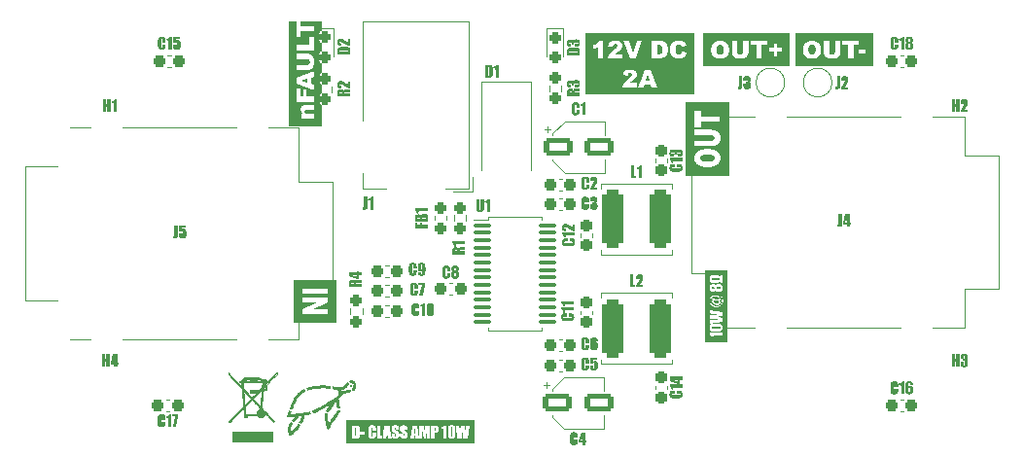
<source format=gto>
G04 #@! TF.GenerationSoftware,KiCad,Pcbnew,7.0.2*
G04 #@! TF.CreationDate,2023-11-21T13:08:25+01:00*
G04 #@! TF.ProjectId,ZDG_ELEKTRONIKA_D-class_AMP,5a44475f-454c-4454-9b54-524f4e494b41,rev?*
G04 #@! TF.SameCoordinates,Original*
G04 #@! TF.FileFunction,Legend,Top*
G04 #@! TF.FilePolarity,Positive*
%FSLAX46Y46*%
G04 Gerber Fmt 4.6, Leading zero omitted, Abs format (unit mm)*
G04 Created by KiCad (PCBNEW 7.0.2) date 2023-11-21 13:08:25*
%MOMM*%
%LPD*%
G01*
G04 APERTURE LIST*
G04 Aperture macros list*
%AMRoundRect*
0 Rectangle with rounded corners*
0 $1 Rounding radius*
0 $2 $3 $4 $5 $6 $7 $8 $9 X,Y pos of 4 corners*
0 Add a 4 corners polygon primitive as box body*
4,1,4,$2,$3,$4,$5,$6,$7,$8,$9,$2,$3,0*
0 Add four circle primitives for the rounded corners*
1,1,$1+$1,$2,$3*
1,1,$1+$1,$4,$5*
1,1,$1+$1,$6,$7*
1,1,$1+$1,$8,$9*
0 Add four rect primitives between the rounded corners*
20,1,$1+$1,$2,$3,$4,$5,0*
20,1,$1+$1,$4,$5,$6,$7,0*
20,1,$1+$1,$6,$7,$8,$9,0*
20,1,$1+$1,$8,$9,$2,$3,0*%
%AMOutline4P*
0 Free polygon, 4 corners , with rotation*
0 The origin of the aperture is its center*
0 number of corners: always 4*
0 $1 to $8 corner X, Y*
0 $9 Rotation angle, in degrees counterclockwise*
0 create outline with 4 corners*
4,1,4,$1,$2,$3,$4,$5,$6,$7,$8,$1,$2,$9*%
G04 Aperture macros list end*
%ADD10C,0.300000*%
%ADD11C,0.150000*%
%ADD12C,0.200000*%
%ADD13C,0.120000*%
%ADD14C,0.010000*%
%ADD15C,1.000000*%
%ADD16C,5.600000*%
%ADD17RoundRect,0.250000X-1.050000X-0.550000X1.050000X-0.550000X1.050000X0.550000X-1.050000X0.550000X0*%
%ADD18R,4.600000X2.000000*%
%ADD19O,4.200000X2.000000*%
%ADD20O,2.000000X4.200000*%
%ADD21C,3.000000*%
%ADD22RoundRect,0.475000X-0.475000X-2.075000X0.475000X-2.075000X0.475000X2.075000X-0.475000X2.075000X0*%
%ADD23Outline4P,-1.800000X-1.150000X1.800000X-0.550000X1.800000X0.550000X-1.800000X1.150000X270.000000*%
%ADD24Outline4P,-1.800000X-1.150000X1.800000X-0.550000X1.800000X0.550000X-1.800000X1.150000X90.000000*%
%ADD25RoundRect,0.237500X0.300000X0.237500X-0.300000X0.237500X-0.300000X-0.237500X0.300000X-0.237500X0*%
%ADD26RoundRect,0.237500X-0.237500X0.300000X-0.237500X-0.300000X0.237500X-0.300000X0.237500X0.300000X0*%
%ADD27RoundRect,0.237500X-0.237500X0.250000X-0.237500X-0.250000X0.237500X-0.250000X0.237500X0.250000X0*%
%ADD28C,2.000000*%
%ADD29RoundRect,0.237500X-0.300000X-0.237500X0.300000X-0.237500X0.300000X0.237500X-0.300000X0.237500X0*%
%ADD30RoundRect,0.237500X-0.237500X0.287500X-0.237500X-0.287500X0.237500X-0.287500X0.237500X0.287500X0*%
%ADD31RoundRect,0.237500X0.237500X-0.300000X0.237500X0.300000X-0.237500X0.300000X-0.237500X-0.300000X0*%
%ADD32RoundRect,0.100000X-0.637500X-0.100000X0.637500X-0.100000X0.637500X0.100000X-0.637500X0.100000X0*%
%ADD33R,2.850000X5.400000*%
G04 APERTURE END LIST*
D10*
G36*
X56020182Y-12105732D02*
G01*
X56042331Y-12105974D01*
X56085317Y-12106940D01*
X56126558Y-12108550D01*
X56166052Y-12110804D01*
X56203800Y-12113702D01*
X56239801Y-12117244D01*
X56274056Y-12121430D01*
X56306565Y-12126260D01*
X56337327Y-12131734D01*
X56366343Y-12137852D01*
X56393613Y-12144614D01*
X56419136Y-12152020D01*
X56442913Y-12160070D01*
X56464944Y-12168764D01*
X56485228Y-12178102D01*
X56503766Y-12188084D01*
X56520814Y-12198654D01*
X56536762Y-12209757D01*
X56551610Y-12221392D01*
X56565358Y-12233559D01*
X56578007Y-12246259D01*
X56589555Y-12259491D01*
X56600004Y-12273255D01*
X56609353Y-12287552D01*
X56617602Y-12302381D01*
X56624751Y-12317743D01*
X56630800Y-12333636D01*
X56635749Y-12350063D01*
X56639599Y-12367021D01*
X56642348Y-12384512D01*
X56643998Y-12402536D01*
X56644548Y-12421092D01*
X56643985Y-12439125D01*
X56642298Y-12456680D01*
X56639485Y-12473758D01*
X56635548Y-12490357D01*
X56630485Y-12506479D01*
X56624297Y-12522122D01*
X56616984Y-12537288D01*
X56608547Y-12551975D01*
X56598984Y-12566185D01*
X56588296Y-12579916D01*
X56576483Y-12593170D01*
X56563545Y-12605945D01*
X56549482Y-12618243D01*
X56534294Y-12630062D01*
X56517981Y-12641404D01*
X56500542Y-12652267D01*
X56481818Y-12662560D01*
X56461644Y-12672189D01*
X56440023Y-12681153D01*
X56416953Y-12689453D01*
X56392435Y-12697090D01*
X56366469Y-12704062D01*
X56339055Y-12710371D01*
X56310192Y-12716015D01*
X56279881Y-12720995D01*
X56248121Y-12725311D01*
X56214914Y-12728964D01*
X56180258Y-12731952D01*
X56144153Y-12734276D01*
X56106601Y-12735936D01*
X56067600Y-12736932D01*
X56027151Y-12737264D01*
X55986311Y-12736931D01*
X55946945Y-12735930D01*
X55909053Y-12734263D01*
X55872634Y-12731929D01*
X55837688Y-12728928D01*
X55804216Y-12725260D01*
X55772217Y-12720925D01*
X55741692Y-12715923D01*
X55712640Y-12710255D01*
X55685062Y-12703919D01*
X55658957Y-12696917D01*
X55634326Y-12689247D01*
X55611168Y-12680911D01*
X55589484Y-12671908D01*
X55569273Y-12662238D01*
X55550535Y-12651901D01*
X55533097Y-12640969D01*
X55516784Y-12629604D01*
X55501596Y-12617808D01*
X55487533Y-12605579D01*
X55474595Y-12592918D01*
X55462782Y-12579825D01*
X55452094Y-12566299D01*
X55442531Y-12552342D01*
X55434093Y-12537952D01*
X55426781Y-12523130D01*
X55420593Y-12507876D01*
X55415530Y-12492189D01*
X55411593Y-12476071D01*
X55408780Y-12459520D01*
X55407092Y-12442537D01*
X55406530Y-12425122D01*
X55407084Y-12406951D01*
X55408746Y-12389258D01*
X55411517Y-12372043D01*
X55415396Y-12355306D01*
X55420383Y-12339047D01*
X55426478Y-12323267D01*
X55433682Y-12307964D01*
X55441994Y-12293139D01*
X55451414Y-12278792D01*
X55461942Y-12264923D01*
X55473579Y-12251532D01*
X55486324Y-12238619D01*
X55500177Y-12226184D01*
X55515139Y-12214227D01*
X55531208Y-12202749D01*
X55548386Y-12191748D01*
X55566765Y-12181322D01*
X55586436Y-12171569D01*
X55607401Y-12162489D01*
X55629658Y-12154081D01*
X55653208Y-12146346D01*
X55678052Y-12139283D01*
X55704188Y-12132893D01*
X55731617Y-12127176D01*
X55760339Y-12122131D01*
X55790354Y-12117759D01*
X55821663Y-12114060D01*
X55854264Y-12111033D01*
X55888158Y-12108679D01*
X55923345Y-12106997D01*
X55959825Y-12105988D01*
X55997598Y-12105652D01*
X56020182Y-12105732D01*
G37*
G36*
X57924675Y-13968299D02*
G01*
X54126403Y-13968299D01*
X54126403Y-12424023D01*
X54890689Y-12424023D01*
X54890703Y-12425122D01*
X54890982Y-12446854D01*
X54891860Y-12469370D01*
X54893324Y-12491571D01*
X54895374Y-12513455D01*
X54898009Y-12535025D01*
X54901230Y-12556279D01*
X54905036Y-12577217D01*
X54909428Y-12597839D01*
X54914406Y-12618147D01*
X54919969Y-12638138D01*
X54926118Y-12657814D01*
X54932853Y-12677175D01*
X54940173Y-12696219D01*
X54948079Y-12714949D01*
X54956570Y-12733362D01*
X54965647Y-12751461D01*
X54975310Y-12769243D01*
X54985558Y-12786710D01*
X54996392Y-12803862D01*
X55007811Y-12820698D01*
X55019816Y-12837218D01*
X55032407Y-12853423D01*
X55045583Y-12869312D01*
X55059345Y-12884886D01*
X55073692Y-12900144D01*
X55088625Y-12915087D01*
X55104144Y-12929714D01*
X55120248Y-12944025D01*
X55136938Y-12958021D01*
X55154214Y-12971701D01*
X55172075Y-12985066D01*
X55190521Y-12998115D01*
X55209460Y-13010783D01*
X55228863Y-13023048D01*
X55248731Y-13034911D01*
X55269065Y-13046372D01*
X55289863Y-13057431D01*
X55311126Y-13068088D01*
X55332854Y-13078343D01*
X55355047Y-13088195D01*
X55377704Y-13097645D01*
X55400827Y-13106694D01*
X55424415Y-13115340D01*
X55448467Y-13123584D01*
X55472985Y-13131425D01*
X55497967Y-13138865D01*
X55523414Y-13145903D01*
X55549326Y-13152538D01*
X55575704Y-13158771D01*
X55602546Y-13164602D01*
X55629853Y-13170031D01*
X55657624Y-13175058D01*
X55685861Y-13179682D01*
X55714563Y-13183905D01*
X55743730Y-13187725D01*
X55773361Y-13191144D01*
X55803458Y-13194160D01*
X55834019Y-13196774D01*
X55865045Y-13198985D01*
X55896537Y-13200795D01*
X55928493Y-13202202D01*
X55960914Y-13203208D01*
X55993800Y-13203811D01*
X56027151Y-13204012D01*
X56051071Y-13203910D01*
X56074741Y-13203606D01*
X56098159Y-13203098D01*
X56121327Y-13202386D01*
X56144244Y-13201472D01*
X56166910Y-13200354D01*
X56189326Y-13199033D01*
X56211490Y-13197509D01*
X56233404Y-13195782D01*
X56255067Y-13193851D01*
X56297640Y-13189380D01*
X56339210Y-13184097D01*
X56379777Y-13178000D01*
X56419340Y-13171091D01*
X56457900Y-13163369D01*
X56495457Y-13154833D01*
X56532010Y-13145485D01*
X56567560Y-13135324D01*
X56602107Y-13124351D01*
X56635650Y-13112564D01*
X56668191Y-13099965D01*
X56699625Y-13086711D01*
X56729984Y-13072962D01*
X56759269Y-13058719D01*
X56787479Y-13043980D01*
X56814614Y-13028745D01*
X56840675Y-13013016D01*
X56865661Y-12996792D01*
X56889572Y-12980072D01*
X56912409Y-12962857D01*
X56934171Y-12945147D01*
X56954859Y-12926942D01*
X56974471Y-12908242D01*
X56993009Y-12889046D01*
X57010473Y-12869355D01*
X57026861Y-12849170D01*
X57042175Y-12828489D01*
X57056490Y-12807215D01*
X57069882Y-12785252D01*
X57082349Y-12762599D01*
X57093894Y-12739256D01*
X57104515Y-12715223D01*
X57114212Y-12690501D01*
X57122985Y-12665089D01*
X57130836Y-12638987D01*
X57137762Y-12612195D01*
X57143765Y-12584713D01*
X57148845Y-12556542D01*
X57153001Y-12527681D01*
X57154732Y-12512991D01*
X57156233Y-12498130D01*
X57157503Y-12483096D01*
X57158542Y-12467889D01*
X57159350Y-12452510D01*
X57159927Y-12436958D01*
X57160273Y-12421234D01*
X57160389Y-12405338D01*
X57160255Y-12389711D01*
X57159854Y-12374247D01*
X57159185Y-12358945D01*
X57158248Y-12343806D01*
X57157044Y-12328829D01*
X57155572Y-12314015D01*
X57151825Y-12284873D01*
X57147008Y-12256381D01*
X57141120Y-12228539D01*
X57134162Y-12201346D01*
X57126134Y-12174803D01*
X57117035Y-12148910D01*
X57106865Y-12123667D01*
X57095625Y-12099073D01*
X57083315Y-12075129D01*
X57069934Y-12051835D01*
X57055483Y-12029191D01*
X57039961Y-12007196D01*
X57023369Y-11985851D01*
X57005815Y-11965095D01*
X56987409Y-11944961D01*
X56968151Y-11925448D01*
X56948041Y-11906556D01*
X56927079Y-11888285D01*
X56905264Y-11870635D01*
X56882598Y-11853606D01*
X56859079Y-11837199D01*
X56834708Y-11821412D01*
X56809484Y-11806247D01*
X56783409Y-11791702D01*
X56756481Y-11777779D01*
X56728702Y-11764477D01*
X56700070Y-11751796D01*
X56670586Y-11739736D01*
X56640249Y-11728297D01*
X56608880Y-11717472D01*
X56576432Y-11707345D01*
X56542906Y-11697917D01*
X56508300Y-11689187D01*
X56472616Y-11681156D01*
X56435852Y-11673823D01*
X56398010Y-11667188D01*
X56359089Y-11661252D01*
X56319089Y-11656014D01*
X56278010Y-11651475D01*
X56235853Y-11647634D01*
X56214369Y-11645975D01*
X56192616Y-11644491D01*
X56170593Y-11643181D01*
X56148301Y-11642047D01*
X56125739Y-11641086D01*
X56102907Y-11640301D01*
X56079805Y-11639690D01*
X56056434Y-11639253D01*
X56032792Y-11638991D01*
X56008882Y-11638904D01*
X55975999Y-11639103D01*
X55943577Y-11639701D01*
X55911615Y-11640697D01*
X55880114Y-11642092D01*
X55849074Y-11643886D01*
X55818495Y-11646078D01*
X55788377Y-11648669D01*
X55758719Y-11651658D01*
X55729522Y-11655046D01*
X55700785Y-11658832D01*
X55672510Y-11663017D01*
X55644695Y-11667601D01*
X55617341Y-11672583D01*
X55590447Y-11677963D01*
X55564014Y-11683742D01*
X55538042Y-11689920D01*
X55512531Y-11696496D01*
X55487481Y-11703471D01*
X55462891Y-11710845D01*
X55438762Y-11718617D01*
X55415093Y-11726787D01*
X55391885Y-11735356D01*
X55369138Y-11744324D01*
X55346852Y-11753690D01*
X55325027Y-11763455D01*
X55303662Y-11773619D01*
X55282758Y-11784181D01*
X55262314Y-11795141D01*
X55242332Y-11806500D01*
X55222810Y-11818258D01*
X55203749Y-11830414D01*
X55185148Y-11842969D01*
X55167032Y-11855892D01*
X55149491Y-11869152D01*
X55132525Y-11882751D01*
X55116134Y-11896687D01*
X55100319Y-11910961D01*
X55085078Y-11925572D01*
X55070413Y-11940522D01*
X55056322Y-11955809D01*
X55042807Y-11971434D01*
X55029867Y-11987396D01*
X55017502Y-12003697D01*
X55005712Y-12020335D01*
X54994497Y-12037311D01*
X54983858Y-12054624D01*
X54973793Y-12072276D01*
X54964304Y-12090265D01*
X54955389Y-12108591D01*
X54947050Y-12127256D01*
X54939286Y-12146258D01*
X54932097Y-12165598D01*
X54925483Y-12185276D01*
X54919445Y-12205292D01*
X54913981Y-12225645D01*
X54909093Y-12246336D01*
X54904779Y-12267365D01*
X54901041Y-12288731D01*
X54897878Y-12310435D01*
X54895290Y-12332477D01*
X54893277Y-12354857D01*
X54891839Y-12377574D01*
X54890977Y-12400630D01*
X54890689Y-12424023D01*
X54126403Y-12424023D01*
X54126403Y-9948499D01*
X54925078Y-9948499D01*
X54925078Y-10414148D01*
X56263041Y-10414148D01*
X56274378Y-10414215D01*
X56296564Y-10414750D01*
X56318099Y-10415821D01*
X56349182Y-10418430D01*
X56378801Y-10422244D01*
X56406956Y-10427261D01*
X56433647Y-10433484D01*
X56458874Y-10440910D01*
X56482637Y-10449541D01*
X56504936Y-10459376D01*
X56525770Y-10470415D01*
X56545141Y-10482658D01*
X56562906Y-10495961D01*
X56578924Y-10510179D01*
X56593194Y-10525310D01*
X56605717Y-10541357D01*
X56616493Y-10558317D01*
X56625521Y-10576193D01*
X56632802Y-10594983D01*
X56638335Y-10614687D01*
X56642121Y-10635306D01*
X56644160Y-10656839D01*
X56644548Y-10671702D01*
X56644153Y-10686699D01*
X56642082Y-10708416D01*
X56638234Y-10729199D01*
X56632611Y-10749048D01*
X56625212Y-10767963D01*
X56616038Y-10785945D01*
X56605088Y-10802992D01*
X56592362Y-10819106D01*
X56577860Y-10834286D01*
X56561582Y-10848533D01*
X56543529Y-10861845D01*
X56537139Y-10866060D01*
X56517049Y-10877902D01*
X56495579Y-10888540D01*
X56472731Y-10897974D01*
X56448504Y-10906203D01*
X56422898Y-10913228D01*
X56395912Y-10919049D01*
X56367548Y-10923665D01*
X56337805Y-10927077D01*
X56306682Y-10929285D01*
X56285168Y-10930088D01*
X56263041Y-10930355D01*
X54925078Y-10930355D01*
X54925078Y-11396004D01*
X56234562Y-11396004D01*
X56265308Y-11395624D01*
X56296895Y-11394485D01*
X56318420Y-11393302D01*
X56340318Y-11391783D01*
X56362590Y-11389925D01*
X56385236Y-11387730D01*
X56408255Y-11385197D01*
X56431648Y-11382326D01*
X56455415Y-11379117D01*
X56479555Y-11375571D01*
X56504069Y-11371687D01*
X56528956Y-11367465D01*
X56554217Y-11362906D01*
X56579852Y-11358008D01*
X56605860Y-11352773D01*
X56622152Y-11349251D01*
X56646480Y-11343298D01*
X56670676Y-11336539D01*
X56694739Y-11328975D01*
X56718671Y-11320606D01*
X56742470Y-11311433D01*
X56766137Y-11301454D01*
X56789671Y-11290670D01*
X56813074Y-11279081D01*
X56836344Y-11266687D01*
X56859482Y-11253489D01*
X56874577Y-11244318D01*
X56896402Y-11230348D01*
X56917245Y-11216120D01*
X56937106Y-11201634D01*
X56955984Y-11186891D01*
X56973879Y-11171890D01*
X56990793Y-11156631D01*
X57006724Y-11141115D01*
X57021673Y-11125341D01*
X57035639Y-11109310D01*
X57048623Y-11093021D01*
X57056780Y-11081910D01*
X57068369Y-11064621D01*
X57079184Y-11046584D01*
X57089225Y-11027801D01*
X57098491Y-11008271D01*
X57106982Y-10987993D01*
X57114699Y-10966969D01*
X57119413Y-10952538D01*
X57123783Y-10937774D01*
X57127809Y-10922679D01*
X57131490Y-10907252D01*
X57134828Y-10891492D01*
X57137821Y-10875401D01*
X57140554Y-10859176D01*
X57143110Y-10843109D01*
X57145490Y-10827200D01*
X57147694Y-10811447D01*
X57149722Y-10795852D01*
X57151573Y-10780415D01*
X57153248Y-10765135D01*
X57154747Y-10750013D01*
X57156069Y-10735047D01*
X57157215Y-10720240D01*
X57158604Y-10698323D01*
X57159595Y-10676761D01*
X57160191Y-10655553D01*
X57160389Y-10634699D01*
X57160101Y-10611098D01*
X57159239Y-10587919D01*
X57157801Y-10565165D01*
X57155788Y-10542834D01*
X57153200Y-10520926D01*
X57150037Y-10499442D01*
X57146299Y-10478382D01*
X57141985Y-10457745D01*
X57137097Y-10437532D01*
X57131633Y-10417743D01*
X57125594Y-10398377D01*
X57118981Y-10379435D01*
X57111792Y-10360917D01*
X57104028Y-10342822D01*
X57095688Y-10325150D01*
X57086774Y-10307903D01*
X57083441Y-10301797D01*
X57072535Y-10283585D01*
X57060268Y-10265527D01*
X57046642Y-10247624D01*
X57031655Y-10229875D01*
X57015309Y-10212281D01*
X56997602Y-10194842D01*
X56978535Y-10177557D01*
X56965068Y-10166120D01*
X56950996Y-10154751D01*
X56936321Y-10143451D01*
X56921040Y-10132219D01*
X56905155Y-10121057D01*
X56888733Y-10110113D01*
X56871975Y-10099539D01*
X56854881Y-10089333D01*
X56837451Y-10079497D01*
X56819685Y-10070030D01*
X56801584Y-10060933D01*
X56783147Y-10052205D01*
X56764374Y-10043845D01*
X56745265Y-10035856D01*
X56725820Y-10028235D01*
X56706039Y-10020983D01*
X56685923Y-10014101D01*
X56665470Y-10007588D01*
X56644682Y-10001445D01*
X56623558Y-9995670D01*
X56602099Y-9990265D01*
X56580387Y-9985207D01*
X56558507Y-9980476D01*
X56536460Y-9976071D01*
X56514244Y-9971992D01*
X56491861Y-9968240D01*
X56469310Y-9964814D01*
X56446591Y-9961714D01*
X56423704Y-9958941D01*
X56400649Y-9956493D01*
X56377426Y-9954372D01*
X56354035Y-9952578D01*
X56330476Y-9951109D01*
X56306749Y-9949967D01*
X56282855Y-9949152D01*
X56258792Y-9948662D01*
X56234562Y-9948499D01*
X54925078Y-9948499D01*
X54126403Y-9948499D01*
X54126403Y-8336130D01*
X54925078Y-8336130D01*
X54925078Y-9755059D01*
X55440919Y-9755059D01*
X55440919Y-9278785D01*
X57126000Y-9278785D01*
X57126000Y-8812037D01*
X55440919Y-8812037D01*
X55440919Y-8336130D01*
X54925078Y-8336130D01*
X54126403Y-8336130D01*
X54126403Y-7571845D01*
X57924675Y-7571845D01*
X57924675Y-13968299D01*
G37*
G36*
X57143048Y-2573012D02*
G01*
X57160741Y-2574145D01*
X57177956Y-2576034D01*
X57194693Y-2578679D01*
X57210952Y-2582079D01*
X57226732Y-2586235D01*
X57242035Y-2591147D01*
X57256860Y-2596814D01*
X57271207Y-2603237D01*
X57285076Y-2610415D01*
X57298467Y-2618349D01*
X57311380Y-2627039D01*
X57323815Y-2636484D01*
X57335772Y-2646685D01*
X57347250Y-2657642D01*
X57358251Y-2669354D01*
X57368677Y-2681885D01*
X57378430Y-2695297D01*
X57387510Y-2709591D01*
X57395918Y-2724767D01*
X57403653Y-2740824D01*
X57410716Y-2757762D01*
X57417106Y-2775582D01*
X57422823Y-2794284D01*
X57427868Y-2813868D01*
X57432240Y-2834332D01*
X57435939Y-2855679D01*
X57438966Y-2877907D01*
X57441320Y-2901016D01*
X57443002Y-2925008D01*
X57444011Y-2949880D01*
X57444347Y-2975635D01*
X57444267Y-2991033D01*
X57444025Y-3006134D01*
X57443059Y-3035443D01*
X57441449Y-3063562D01*
X57439195Y-3090490D01*
X57436297Y-3116227D01*
X57432755Y-3140773D01*
X57428569Y-3164129D01*
X57423739Y-3186294D01*
X57418265Y-3207268D01*
X57412147Y-3227052D01*
X57405385Y-3245645D01*
X57397979Y-3263047D01*
X57389929Y-3279259D01*
X57381235Y-3294280D01*
X57371897Y-3308110D01*
X57361915Y-3320750D01*
X57351345Y-3332373D01*
X57340242Y-3343247D01*
X57328607Y-3353370D01*
X57316440Y-3362744D01*
X57303740Y-3371368D01*
X57290508Y-3379242D01*
X57276744Y-3386366D01*
X57262447Y-3392740D01*
X57247618Y-3398365D01*
X57232256Y-3403239D01*
X57216363Y-3407363D01*
X57199936Y-3410738D01*
X57182978Y-3413363D01*
X57165487Y-3415237D01*
X57147463Y-3416362D01*
X57128907Y-3416737D01*
X57110874Y-3416354D01*
X57093319Y-3415203D01*
X57076241Y-3413285D01*
X57059642Y-3410601D01*
X57043520Y-3407149D01*
X57027877Y-3402930D01*
X57012711Y-3397944D01*
X56998024Y-3392191D01*
X56983814Y-3385671D01*
X56970083Y-3378383D01*
X56956829Y-3370329D01*
X56944054Y-3361508D01*
X56931756Y-3351919D01*
X56919937Y-3341564D01*
X56908595Y-3330441D01*
X56897732Y-3318551D01*
X56887439Y-3305785D01*
X56877810Y-3292030D01*
X56868846Y-3277288D01*
X56860546Y-3261559D01*
X56852909Y-3244842D01*
X56845937Y-3227138D01*
X56839628Y-3208446D01*
X56833984Y-3188767D01*
X56829004Y-3168100D01*
X56824688Y-3146446D01*
X56821035Y-3123805D01*
X56818047Y-3100175D01*
X56815723Y-3075559D01*
X56814063Y-3049955D01*
X56813067Y-3023363D01*
X56812735Y-2995785D01*
X56813068Y-2967939D01*
X56814069Y-2941099D01*
X56815736Y-2915263D01*
X56818070Y-2890432D01*
X56821071Y-2866605D01*
X56824739Y-2843783D01*
X56829074Y-2821966D01*
X56834076Y-2801154D01*
X56839744Y-2781346D01*
X56846080Y-2762542D01*
X56853082Y-2744743D01*
X56860752Y-2727949D01*
X56869088Y-2712160D01*
X56878091Y-2697375D01*
X56887761Y-2683595D01*
X56898098Y-2670819D01*
X56909030Y-2658930D01*
X56920395Y-2647807D01*
X56932191Y-2637452D01*
X56944420Y-2627863D01*
X56957081Y-2619042D01*
X56970174Y-2610988D01*
X56983700Y-2603700D01*
X56997657Y-2597180D01*
X57012047Y-2591427D01*
X57026869Y-2586441D01*
X57042123Y-2582222D01*
X57057810Y-2578770D01*
X57073928Y-2576086D01*
X57090479Y-2574168D01*
X57107462Y-2573017D01*
X57124877Y-2572634D01*
X57143048Y-2573012D01*
G37*
G36*
X63181313Y-4432733D02*
G01*
X55681701Y-4432733D01*
X55681701Y-2995785D01*
X56345987Y-2995785D01*
X56346089Y-3012094D01*
X56346393Y-3028232D01*
X56346901Y-3044199D01*
X56347613Y-3059996D01*
X56348527Y-3075621D01*
X56349645Y-3091075D01*
X56350966Y-3106358D01*
X56352490Y-3121470D01*
X56354217Y-3136412D01*
X56356148Y-3151182D01*
X56360619Y-3180209D01*
X56365902Y-3208552D01*
X56371999Y-3236211D01*
X56378908Y-3263186D01*
X56386630Y-3289477D01*
X56395166Y-3315084D01*
X56404514Y-3340007D01*
X56414675Y-3364245D01*
X56425648Y-3387800D01*
X56437435Y-3410671D01*
X56450034Y-3432857D01*
X56463288Y-3454289D01*
X56477037Y-3474989D01*
X56491280Y-3494956D01*
X56506019Y-3514190D01*
X56521254Y-3532691D01*
X56536983Y-3550460D01*
X56553207Y-3567496D01*
X56569927Y-3583799D01*
X56587142Y-3599370D01*
X56604852Y-3614207D01*
X56623057Y-3628312D01*
X56641757Y-3641685D01*
X56660953Y-3654324D01*
X56680644Y-3666231D01*
X56700829Y-3677405D01*
X56721510Y-3687847D01*
X56742784Y-3697607D01*
X56764747Y-3706737D01*
X56787400Y-3715238D01*
X56810743Y-3723109D01*
X56834776Y-3730351D01*
X56859498Y-3736962D01*
X56884910Y-3742944D01*
X56911012Y-3748297D01*
X56937804Y-3753019D01*
X56965286Y-3757112D01*
X56993457Y-3760576D01*
X57022318Y-3763409D01*
X57037008Y-3764590D01*
X57051869Y-3765613D01*
X57066903Y-3766479D01*
X57082110Y-3767187D01*
X57097489Y-3767738D01*
X57113041Y-3768132D01*
X57128765Y-3768368D01*
X57144661Y-3768447D01*
X57160288Y-3768356D01*
X57175752Y-3768082D01*
X57191054Y-3767626D01*
X57206193Y-3766987D01*
X57221170Y-3766166D01*
X57235984Y-3765162D01*
X57265126Y-3762608D01*
X57293618Y-3759323D01*
X57321460Y-3755309D01*
X57348653Y-3750565D01*
X57375196Y-3745091D01*
X57401089Y-3738887D01*
X57426332Y-3731953D01*
X57450926Y-3724290D01*
X57474870Y-3715896D01*
X57498164Y-3706773D01*
X57520808Y-3696920D01*
X57542803Y-3686337D01*
X57564148Y-3675024D01*
X57584904Y-3663056D01*
X57605038Y-3650506D01*
X57624551Y-3637376D01*
X57643443Y-3623664D01*
X57661714Y-3609372D01*
X57679364Y-3594498D01*
X57696393Y-3579044D01*
X57712800Y-3563008D01*
X57728587Y-3546391D01*
X57743752Y-3529194D01*
X57758297Y-3511415D01*
X57772220Y-3493055D01*
X57785522Y-3474115D01*
X57798203Y-3454593D01*
X57810263Y-3434490D01*
X57821702Y-3413806D01*
X57832527Y-3392418D01*
X57842654Y-3370295D01*
X57852082Y-3347436D01*
X57860812Y-3323841D01*
X57868843Y-3299511D01*
X57876176Y-3274445D01*
X57882811Y-3248643D01*
X57888747Y-3222106D01*
X57893985Y-3194833D01*
X57898524Y-3166825D01*
X57902365Y-3138081D01*
X57904024Y-3123434D01*
X57905508Y-3108602D01*
X57906818Y-3093586D01*
X57907952Y-3078387D01*
X57908913Y-3063003D01*
X57909698Y-3047436D01*
X57910309Y-3031685D01*
X57910746Y-3015750D01*
X57911008Y-2999631D01*
X57911095Y-2983328D01*
X57910896Y-2960908D01*
X57910298Y-2938802D01*
X57909302Y-2917010D01*
X57907907Y-2895532D01*
X57906113Y-2874369D01*
X57903921Y-2853519D01*
X57901330Y-2832984D01*
X57898341Y-2812763D01*
X57894953Y-2792856D01*
X57891167Y-2773263D01*
X57886982Y-2753984D01*
X57882398Y-2735019D01*
X57877416Y-2716368D01*
X57872036Y-2698032D01*
X57866257Y-2680010D01*
X57860079Y-2662301D01*
X57853503Y-2644907D01*
X57846528Y-2627827D01*
X57839154Y-2611062D01*
X57831382Y-2594610D01*
X57823212Y-2578472D01*
X57814643Y-2562649D01*
X57805675Y-2547140D01*
X57796309Y-2531945D01*
X57786544Y-2517063D01*
X57776380Y-2502497D01*
X57765818Y-2488244D01*
X57754858Y-2474305D01*
X57743499Y-2460681D01*
X57731741Y-2447370D01*
X57719585Y-2434374D01*
X57707030Y-2421692D01*
X57694107Y-2409340D01*
X57680847Y-2397380D01*
X57667248Y-2385812D01*
X57653312Y-2374637D01*
X57639038Y-2363853D01*
X57624427Y-2353462D01*
X57609477Y-2343463D01*
X57594190Y-2333856D01*
X57578565Y-2324641D01*
X57562603Y-2315818D01*
X57546302Y-2307388D01*
X57529664Y-2299349D01*
X57512688Y-2291703D01*
X57495375Y-2284448D01*
X57477723Y-2277586D01*
X57459734Y-2271116D01*
X57441408Y-2265038D01*
X57422743Y-2259352D01*
X57403741Y-2254059D01*
X57384401Y-2249157D01*
X57364723Y-2244648D01*
X57363377Y-2244371D01*
X58153995Y-2244371D01*
X58153995Y-3137201D01*
X58154375Y-3158164D01*
X58155514Y-3179701D01*
X58156697Y-3194377D01*
X58158216Y-3209308D01*
X58160074Y-3224493D01*
X58162269Y-3239933D01*
X58164802Y-3255628D01*
X58167673Y-3271578D01*
X58170882Y-3287783D01*
X58174428Y-3304242D01*
X58178312Y-3320956D01*
X58182534Y-3337924D01*
X58187093Y-3355148D01*
X58191991Y-3372626D01*
X58197226Y-3390359D01*
X58200748Y-3401467D01*
X58206701Y-3418054D01*
X58213460Y-3434552D01*
X58221024Y-3450959D01*
X58229393Y-3467275D01*
X58238566Y-3483502D01*
X58248545Y-3499638D01*
X58259329Y-3515685D01*
X58270918Y-3531641D01*
X58283312Y-3547507D01*
X58296510Y-3563283D01*
X58305681Y-3573575D01*
X58319651Y-3588456D01*
X58333879Y-3602667D01*
X58348365Y-3616208D01*
X58363108Y-3629080D01*
X58378109Y-3641281D01*
X58393368Y-3652813D01*
X58408884Y-3663675D01*
X58424658Y-3673868D01*
X58440689Y-3683390D01*
X58456978Y-3692243D01*
X58468089Y-3697804D01*
X58485378Y-3705706D01*
X58503415Y-3713080D01*
X58522198Y-3719926D01*
X58541728Y-3726243D01*
X58562006Y-3732033D01*
X58583030Y-3737294D01*
X58597461Y-3740509D01*
X58612225Y-3743488D01*
X58627320Y-3746233D01*
X58642747Y-3748743D01*
X58658507Y-3751019D01*
X58674598Y-3753060D01*
X58690823Y-3754923D01*
X58706890Y-3756666D01*
X58722799Y-3758289D01*
X58738552Y-3759791D01*
X58754147Y-3761174D01*
X58769584Y-3762436D01*
X58784864Y-3763578D01*
X58799986Y-3764600D01*
X58814952Y-3765502D01*
X58829759Y-3766283D01*
X58851676Y-3767230D01*
X58873238Y-3767906D01*
X58894446Y-3768312D01*
X58915300Y-3768447D01*
X58938901Y-3768251D01*
X58962080Y-3767663D01*
X58984834Y-3766682D01*
X59007165Y-3765310D01*
X59029073Y-3763545D01*
X59050557Y-3761389D01*
X59071617Y-3758840D01*
X59092254Y-3755899D01*
X59112467Y-3752566D01*
X59132256Y-3748841D01*
X59151622Y-3744723D01*
X59170564Y-3740214D01*
X59189082Y-3735312D01*
X59207177Y-3730019D01*
X59224849Y-3724333D01*
X59242096Y-3718255D01*
X59248202Y-3715982D01*
X59266414Y-3708546D01*
X59284472Y-3700183D01*
X59302375Y-3690892D01*
X59320124Y-3680674D01*
X59337718Y-3669528D01*
X59355157Y-3657456D01*
X59372442Y-3644455D01*
X59383879Y-3635273D01*
X59395248Y-3625679D01*
X59406548Y-3615673D01*
X59417780Y-3605254D01*
X59428942Y-3594424D01*
X59439886Y-3583227D01*
X59450460Y-3571801D01*
X59460666Y-3560146D01*
X59470502Y-3548262D01*
X59479969Y-3536149D01*
X59489066Y-3523807D01*
X59497794Y-3511236D01*
X59506154Y-3498436D01*
X59514143Y-3485408D01*
X59521764Y-3472150D01*
X59529016Y-3458663D01*
X59535898Y-3444947D01*
X59542411Y-3431002D01*
X59548554Y-3416829D01*
X59554329Y-3402426D01*
X59559734Y-3387794D01*
X59564792Y-3372991D01*
X59569523Y-3358073D01*
X59573928Y-3343041D01*
X59578007Y-3327894D01*
X59581759Y-3312632D01*
X59585185Y-3297257D01*
X59588285Y-3281766D01*
X59591058Y-3266161D01*
X59593506Y-3250442D01*
X59595627Y-3234608D01*
X59597421Y-3218660D01*
X59598890Y-3202597D01*
X59600032Y-3186420D01*
X59600847Y-3170128D01*
X59601337Y-3153722D01*
X59601500Y-3137201D01*
X59601500Y-2244371D01*
X59794940Y-2244371D01*
X59794940Y-2596081D01*
X60271214Y-2596081D01*
X60271214Y-3745000D01*
X60737962Y-3745000D01*
X60737962Y-3158817D01*
X61392655Y-3158817D01*
X61787229Y-3158817D01*
X61787229Y-3557421D01*
X62120254Y-3557421D01*
X62120254Y-3158817D01*
X62517027Y-3158817D01*
X62517027Y-2830554D01*
X62120254Y-2830554D01*
X62120254Y-2431950D01*
X61787229Y-2431950D01*
X61787229Y-2830554D01*
X61392655Y-2830554D01*
X61392655Y-3158817D01*
X60737962Y-3158817D01*
X60737962Y-2596081D01*
X61213869Y-2596081D01*
X61213869Y-2244371D01*
X59794940Y-2244371D01*
X59601500Y-2244371D01*
X59135851Y-2244371D01*
X59135851Y-3156618D01*
X59135784Y-3164348D01*
X59135249Y-3179475D01*
X59134178Y-3194158D01*
X59131569Y-3215351D01*
X59127755Y-3235546D01*
X59122738Y-3254743D01*
X59116515Y-3272941D01*
X59109089Y-3290141D01*
X59100458Y-3306343D01*
X59090623Y-3321547D01*
X59079584Y-3335752D01*
X59067341Y-3348960D01*
X59054038Y-3361072D01*
X59039820Y-3371993D01*
X59024689Y-3381723D01*
X59008642Y-3390262D01*
X58991682Y-3397609D01*
X58973806Y-3403764D01*
X58955016Y-3408728D01*
X58935312Y-3412501D01*
X58914693Y-3415082D01*
X58893160Y-3416472D01*
X58878297Y-3416737D01*
X58863300Y-3416468D01*
X58841583Y-3415056D01*
X58820800Y-3412432D01*
X58800951Y-3408598D01*
X58782036Y-3403554D01*
X58764054Y-3397298D01*
X58747007Y-3389832D01*
X58730893Y-3381155D01*
X58715713Y-3371268D01*
X58701466Y-3360170D01*
X58688154Y-3347861D01*
X58683939Y-3343504D01*
X58672097Y-3329806D01*
X58661459Y-3315168D01*
X58652025Y-3299589D01*
X58643796Y-3283071D01*
X58636771Y-3265612D01*
X58630950Y-3247213D01*
X58626334Y-3227873D01*
X58622922Y-3207594D01*
X58620714Y-3186374D01*
X58619911Y-3171705D01*
X58619644Y-3156618D01*
X58619644Y-2244371D01*
X58153995Y-2244371D01*
X57363377Y-2244371D01*
X57344707Y-2240530D01*
X57324354Y-2236805D01*
X57303663Y-2233472D01*
X57282634Y-2230531D01*
X57261268Y-2227982D01*
X57239564Y-2225826D01*
X57217522Y-2224061D01*
X57195142Y-2222689D01*
X57172425Y-2221708D01*
X57149369Y-2221120D01*
X57125976Y-2220924D01*
X57103145Y-2221124D01*
X57080629Y-2221723D01*
X57058428Y-2222721D01*
X57036544Y-2224118D01*
X57014974Y-2225915D01*
X56993720Y-2228111D01*
X56972782Y-2230706D01*
X56952160Y-2233701D01*
X56931852Y-2237095D01*
X56911861Y-2240888D01*
X56892185Y-2245081D01*
X56872824Y-2249672D01*
X56853780Y-2254663D01*
X56835050Y-2260054D01*
X56816637Y-2265843D01*
X56798538Y-2272032D01*
X56780756Y-2278620D01*
X56763289Y-2285607D01*
X56746137Y-2292994D01*
X56729301Y-2300780D01*
X56712781Y-2308965D01*
X56696576Y-2317550D01*
X56680687Y-2326534D01*
X56665113Y-2335917D01*
X56649855Y-2345699D01*
X56634912Y-2355881D01*
X56620285Y-2366462D01*
X56605974Y-2377442D01*
X56591978Y-2388821D01*
X56578298Y-2400600D01*
X56564933Y-2412778D01*
X56551884Y-2425355D01*
X56539216Y-2438268D01*
X56526951Y-2451497D01*
X56515088Y-2465044D01*
X56503627Y-2478908D01*
X56492568Y-2493088D01*
X56481911Y-2507586D01*
X56471656Y-2522400D01*
X56461804Y-2537532D01*
X56452354Y-2552980D01*
X56443305Y-2568746D01*
X56434659Y-2584828D01*
X56426415Y-2601227D01*
X56418574Y-2617944D01*
X56411134Y-2634977D01*
X56404096Y-2652328D01*
X56397461Y-2669995D01*
X56391228Y-2687980D01*
X56385397Y-2706281D01*
X56379968Y-2724899D01*
X56374941Y-2743835D01*
X56370317Y-2763087D01*
X56366094Y-2782656D01*
X56362274Y-2802543D01*
X56358855Y-2822746D01*
X56355839Y-2843266D01*
X56353225Y-2864104D01*
X56351014Y-2885258D01*
X56349204Y-2906729D01*
X56347797Y-2928518D01*
X56346791Y-2950623D01*
X56346188Y-2973045D01*
X56345987Y-2995785D01*
X55681701Y-2995785D01*
X55681701Y-1556638D01*
X63181313Y-1556638D01*
X63181313Y-4432733D01*
G37*
G36*
X50969749Y-5658817D02*
G01*
X50636724Y-5658817D01*
X50802687Y-5127588D01*
X50969749Y-5658817D01*
G37*
G36*
X51788816Y-2576165D02*
G01*
X51810677Y-2576835D01*
X51831732Y-2578174D01*
X51851979Y-2580183D01*
X51871419Y-2582862D01*
X51890052Y-2586211D01*
X51907878Y-2590230D01*
X51924897Y-2594918D01*
X51941109Y-2600276D01*
X51956513Y-2606304D01*
X51971110Y-2613002D01*
X51984901Y-2620369D01*
X51997884Y-2628406D01*
X52010059Y-2637113D01*
X52021428Y-2646490D01*
X52036968Y-2661810D01*
X52046462Y-2673053D01*
X52055343Y-2685441D01*
X52063612Y-2698973D01*
X52071269Y-2713651D01*
X52078313Y-2729473D01*
X52084744Y-2746441D01*
X52090563Y-2764553D01*
X52095769Y-2783810D01*
X52100363Y-2804212D01*
X52104345Y-2825758D01*
X52107713Y-2848450D01*
X52110470Y-2872287D01*
X52112614Y-2897268D01*
X52114145Y-2923394D01*
X52115064Y-2950666D01*
X52115370Y-2979082D01*
X52115233Y-3000594D01*
X52114820Y-3021351D01*
X52114133Y-3041352D01*
X52113172Y-3060598D01*
X52111935Y-3079088D01*
X52110424Y-3096822D01*
X52108638Y-3113801D01*
X52106577Y-3130024D01*
X52104242Y-3145491D01*
X52101631Y-3160203D01*
X52097201Y-3180854D01*
X52092152Y-3199805D01*
X52086484Y-3217055D01*
X52080199Y-3232606D01*
X52075742Y-3242179D01*
X52068661Y-3255856D01*
X52061102Y-3268716D01*
X52050283Y-3284590D01*
X52038617Y-3299009D01*
X52026103Y-3311975D01*
X52012742Y-3323487D01*
X51998534Y-3333545D01*
X51983479Y-3342149D01*
X51979527Y-3344065D01*
X51962073Y-3351120D01*
X51947254Y-3355773D01*
X51930955Y-3359879D01*
X51913174Y-3363437D01*
X51893912Y-3366447D01*
X51873169Y-3368911D01*
X51858517Y-3370249D01*
X51843207Y-3371343D01*
X51827239Y-3372195D01*
X51810612Y-3372803D01*
X51793327Y-3373168D01*
X51775384Y-3373290D01*
X51661078Y-3373290D01*
X51661078Y-2576081D01*
X51777582Y-2576081D01*
X51788816Y-2576165D01*
G37*
G36*
X54899440Y-6909286D02*
G01*
X45409371Y-6909286D01*
X45409371Y-6245000D01*
X48639672Y-6245000D01*
X49898866Y-6245000D01*
X49985694Y-6245000D01*
X50462700Y-6245000D01*
X50535973Y-5987079D01*
X51067568Y-5987079D01*
X51141573Y-6245000D01*
X51629937Y-6245000D01*
X51062439Y-4744371D01*
X50553192Y-4744371D01*
X50207373Y-5658817D01*
X49985694Y-6245000D01*
X49898866Y-6245000D01*
X49898866Y-5893290D01*
X49243440Y-5893290D01*
X49254158Y-5883035D01*
X49268029Y-5869943D01*
X49281418Y-5857516D01*
X49294327Y-5845752D01*
X49306755Y-5834652D01*
X49318702Y-5824217D01*
X49330168Y-5814445D01*
X49343824Y-5803164D01*
X49355851Y-5793747D01*
X49370500Y-5782716D01*
X49383207Y-5773384D01*
X49397389Y-5763143D01*
X49413046Y-5751994D01*
X49430177Y-5739938D01*
X49442417Y-5731395D01*
X49455313Y-5722450D01*
X49468864Y-5713100D01*
X49483071Y-5703347D01*
X49497933Y-5693191D01*
X49513451Y-5682630D01*
X49526648Y-5673426D01*
X49539587Y-5664269D01*
X49552268Y-5655159D01*
X49564690Y-5646097D01*
X49576854Y-5637082D01*
X49588760Y-5628114D01*
X49611797Y-5610319D01*
X49633800Y-5592714D01*
X49654770Y-5575297D01*
X49674707Y-5558069D01*
X49693610Y-5541031D01*
X49711481Y-5524181D01*
X49728318Y-5507520D01*
X49744121Y-5491048D01*
X49758892Y-5474764D01*
X49772629Y-5458670D01*
X49785333Y-5442765D01*
X49797004Y-5427048D01*
X49807641Y-5411521D01*
X49817446Y-5396042D01*
X49826618Y-5380471D01*
X49835157Y-5364809D01*
X49843064Y-5349056D01*
X49850338Y-5333210D01*
X49856980Y-5317274D01*
X49862989Y-5301245D01*
X49868366Y-5285125D01*
X49873110Y-5268913D01*
X49877222Y-5252610D01*
X49880701Y-5236215D01*
X49883547Y-5219729D01*
X49885761Y-5203151D01*
X49887343Y-5186482D01*
X49888291Y-5169720D01*
X49888608Y-5152868D01*
X49888331Y-5137028D01*
X49887503Y-5121383D01*
X49886122Y-5105933D01*
X49884188Y-5090677D01*
X49881703Y-5075616D01*
X49878664Y-5060750D01*
X49875074Y-5046078D01*
X49870931Y-5031601D01*
X49866235Y-5017319D01*
X49860987Y-5003231D01*
X49855187Y-4989337D01*
X49848834Y-4975639D01*
X49841929Y-4962135D01*
X49834472Y-4948826D01*
X49826462Y-4935711D01*
X49817899Y-4922791D01*
X49808899Y-4910176D01*
X49799484Y-4897975D01*
X49789654Y-4886190D01*
X49779408Y-4874820D01*
X49768748Y-4863865D01*
X49757673Y-4853325D01*
X49746182Y-4843200D01*
X49734277Y-4833490D01*
X49721956Y-4824194D01*
X49709221Y-4815314D01*
X49696070Y-4806849D01*
X49682505Y-4798799D01*
X49668524Y-4791164D01*
X49654129Y-4783945D01*
X49639318Y-4777140D01*
X49624093Y-4770750D01*
X49608322Y-4764716D01*
X49591784Y-4759072D01*
X49574479Y-4753817D01*
X49556407Y-4748951D01*
X49537568Y-4744474D01*
X49517962Y-4740387D01*
X49497588Y-4736689D01*
X49476448Y-4733381D01*
X49454540Y-4730461D01*
X49431866Y-4727931D01*
X49408424Y-4725790D01*
X49384216Y-4724038D01*
X49359240Y-4722676D01*
X49333497Y-4721703D01*
X49306987Y-4721119D01*
X49279710Y-4720924D01*
X49253509Y-4721132D01*
X49228030Y-4721754D01*
X49203272Y-4722792D01*
X49179235Y-4724244D01*
X49155919Y-4726112D01*
X49133325Y-4728395D01*
X49111452Y-4731092D01*
X49090300Y-4734205D01*
X49069869Y-4737733D01*
X49050160Y-4741675D01*
X49031172Y-4746033D01*
X49012905Y-4750806D01*
X48995360Y-4755993D01*
X48978536Y-4761596D01*
X48962433Y-4767614D01*
X48947051Y-4774047D01*
X48932287Y-4780823D01*
X48917943Y-4787963D01*
X48904019Y-4795466D01*
X48890517Y-4803333D01*
X48877435Y-4811564D01*
X48864774Y-4820157D01*
X48852534Y-4829115D01*
X48840714Y-4838435D01*
X48829315Y-4848120D01*
X48818337Y-4858168D01*
X48807780Y-4868579D01*
X48797644Y-4879354D01*
X48787928Y-4890492D01*
X48778633Y-4901994D01*
X48769758Y-4913859D01*
X48761305Y-4926088D01*
X48753222Y-4938758D01*
X48745460Y-4952037D01*
X48738018Y-4965926D01*
X48730897Y-4980425D01*
X48724096Y-4995533D01*
X48717616Y-5011251D01*
X48711456Y-5027578D01*
X48705617Y-5044515D01*
X48700099Y-5062062D01*
X48694901Y-5080219D01*
X48690024Y-5098985D01*
X48685467Y-5118361D01*
X48681231Y-5138346D01*
X48677316Y-5158941D01*
X48673721Y-5180146D01*
X48670446Y-5201960D01*
X49091033Y-5236765D01*
X49092164Y-5228668D01*
X49094623Y-5212937D01*
X49097342Y-5197825D01*
X49100322Y-5183330D01*
X49105279Y-5162748D01*
X49110823Y-5143557D01*
X49116953Y-5125757D01*
X49123669Y-5109348D01*
X49130971Y-5094329D01*
X49138859Y-5080702D01*
X49147333Y-5068466D01*
X49159543Y-5054316D01*
X49162755Y-5051115D01*
X49176181Y-5039328D01*
X49190535Y-5029167D01*
X49205817Y-5020632D01*
X49222025Y-5013723D01*
X49239162Y-5008439D01*
X49257225Y-5004781D01*
X49276216Y-5002749D01*
X49291068Y-5002292D01*
X49309981Y-5003042D01*
X49328070Y-5005292D01*
X49345335Y-5009041D01*
X49361776Y-5014290D01*
X49377392Y-5021039D01*
X49392184Y-5029288D01*
X49406152Y-5039037D01*
X49419295Y-5050286D01*
X49431230Y-5062599D01*
X49441575Y-5075542D01*
X49450327Y-5089115D01*
X49457489Y-5103317D01*
X49463058Y-5118149D01*
X49467037Y-5133611D01*
X49469424Y-5149702D01*
X49470220Y-5166423D01*
X49469766Y-5178234D01*
X49467748Y-5194182D01*
X49464116Y-5210360D01*
X49458869Y-5226766D01*
X49452008Y-5243401D01*
X49443533Y-5260265D01*
X49436118Y-5273064D01*
X49427794Y-5285991D01*
X49418562Y-5299047D01*
X49411630Y-5308003D01*
X49399278Y-5322392D01*
X49384582Y-5337927D01*
X49373482Y-5348921D01*
X49361341Y-5360424D01*
X49348157Y-5372437D01*
X49333932Y-5384959D01*
X49318665Y-5397991D01*
X49302356Y-5411532D01*
X49285005Y-5425583D01*
X49266613Y-5440143D01*
X49247178Y-5455213D01*
X49226702Y-5470792D01*
X49205184Y-5486880D01*
X49182624Y-5503478D01*
X49163943Y-5517165D01*
X49145638Y-5530748D01*
X49127708Y-5544227D01*
X49110152Y-5557603D01*
X49092972Y-5570875D01*
X49076166Y-5584043D01*
X49059736Y-5597107D01*
X49043680Y-5610067D01*
X49027999Y-5622924D01*
X49012694Y-5635677D01*
X48997763Y-5648326D01*
X48983207Y-5660872D01*
X48969026Y-5673313D01*
X48955220Y-5685651D01*
X48941789Y-5697886D01*
X48928733Y-5710016D01*
X48916052Y-5722043D01*
X48903746Y-5733966D01*
X48891815Y-5745785D01*
X48880259Y-5757500D01*
X48869077Y-5769112D01*
X48858271Y-5780620D01*
X48847840Y-5792024D01*
X48837783Y-5803324D01*
X48818795Y-5825614D01*
X48801307Y-5847489D01*
X48785319Y-5868948D01*
X48770830Y-5889993D01*
X48757481Y-5910871D01*
X48744818Y-5931924D01*
X48732843Y-5953152D01*
X48721554Y-5974554D01*
X48710953Y-5996131D01*
X48701038Y-6017882D01*
X48691810Y-6039808D01*
X48683269Y-6061909D01*
X48675415Y-6084184D01*
X48668248Y-6106634D01*
X48661768Y-6129258D01*
X48655975Y-6152057D01*
X48650869Y-6175031D01*
X48646450Y-6198179D01*
X48642717Y-6221502D01*
X48639672Y-6245000D01*
X45409371Y-6245000D01*
X45409371Y-2951238D01*
X46073657Y-2951238D01*
X46091601Y-2945544D01*
X46109165Y-2939818D01*
X46126349Y-2934061D01*
X46143151Y-2928272D01*
X46159573Y-2922451D01*
X46175615Y-2916600D01*
X46191275Y-2910716D01*
X46206555Y-2904801D01*
X46221455Y-2898855D01*
X46235973Y-2892877D01*
X46250111Y-2886868D01*
X46263868Y-2880828D01*
X46277245Y-2874755D01*
X46296596Y-2865588D01*
X46315091Y-2856350D01*
X46327161Y-2850049D01*
X46345362Y-2840151D01*
X46363680Y-2829720D01*
X46382113Y-2818753D01*
X46400663Y-2807253D01*
X46413093Y-2799289D01*
X46425575Y-2791087D01*
X46438109Y-2782648D01*
X46450694Y-2773971D01*
X46463331Y-2765056D01*
X46476019Y-2755904D01*
X46488759Y-2746515D01*
X46501550Y-2736888D01*
X46514393Y-2727023D01*
X46514393Y-3725000D01*
X46939009Y-3725000D01*
X47356664Y-3725000D01*
X48615858Y-3725000D01*
X48615858Y-3373290D01*
X47960433Y-3373290D01*
X47971151Y-3363035D01*
X47985021Y-3349943D01*
X47998411Y-3337516D01*
X48011319Y-3325752D01*
X48023747Y-3314652D01*
X48035694Y-3304217D01*
X48047160Y-3294445D01*
X48060817Y-3283164D01*
X48072844Y-3273747D01*
X48087492Y-3262716D01*
X48100200Y-3253384D01*
X48114382Y-3243143D01*
X48130038Y-3231994D01*
X48147170Y-3219938D01*
X48159410Y-3211395D01*
X48172306Y-3202450D01*
X48185857Y-3193100D01*
X48200064Y-3183347D01*
X48214926Y-3173191D01*
X48230443Y-3162630D01*
X48243641Y-3153426D01*
X48256580Y-3144269D01*
X48269260Y-3135159D01*
X48281683Y-3126097D01*
X48293847Y-3117082D01*
X48305752Y-3108114D01*
X48328789Y-3090319D01*
X48350792Y-3072714D01*
X48371762Y-3055297D01*
X48391699Y-3038069D01*
X48410603Y-3021031D01*
X48428473Y-3004181D01*
X48445310Y-2987520D01*
X48461114Y-2971048D01*
X48475884Y-2954764D01*
X48489622Y-2938670D01*
X48502326Y-2922765D01*
X48513996Y-2907048D01*
X48524634Y-2891521D01*
X48534438Y-2876042D01*
X48543610Y-2860471D01*
X48552150Y-2844809D01*
X48560057Y-2829056D01*
X48567331Y-2813210D01*
X48573973Y-2797274D01*
X48579982Y-2781245D01*
X48585359Y-2765125D01*
X48590103Y-2748913D01*
X48594214Y-2732610D01*
X48597693Y-2716215D01*
X48600540Y-2699729D01*
X48602754Y-2683151D01*
X48604335Y-2666482D01*
X48605284Y-2649720D01*
X48605600Y-2632868D01*
X48605324Y-2617028D01*
X48604495Y-2601383D01*
X48603114Y-2585933D01*
X48601181Y-2570677D01*
X48598695Y-2555616D01*
X48595657Y-2540750D01*
X48592066Y-2526078D01*
X48587923Y-2511601D01*
X48583228Y-2497319D01*
X48577980Y-2483231D01*
X48572179Y-2469337D01*
X48565827Y-2455639D01*
X48558922Y-2442135D01*
X48551464Y-2428826D01*
X48543454Y-2415711D01*
X48534892Y-2402791D01*
X48525892Y-2390176D01*
X48516476Y-2377975D01*
X48506646Y-2366190D01*
X48496401Y-2354820D01*
X48485740Y-2343865D01*
X48474665Y-2333325D01*
X48463175Y-2323200D01*
X48451269Y-2313490D01*
X48438949Y-2304194D01*
X48426213Y-2295314D01*
X48413063Y-2286849D01*
X48399497Y-2278799D01*
X48385517Y-2271164D01*
X48371121Y-2263945D01*
X48356311Y-2257140D01*
X48341085Y-2250750D01*
X48325314Y-2244716D01*
X48308776Y-2239072D01*
X48291471Y-2233817D01*
X48273399Y-2228951D01*
X48254560Y-2224474D01*
X48254066Y-2224371D01*
X48705618Y-2224371D01*
X49276413Y-3725000D01*
X49782362Y-3725000D01*
X50342900Y-2224371D01*
X51194330Y-2224371D01*
X51194330Y-2576081D01*
X51194330Y-3725000D01*
X51887858Y-3725000D01*
X51903541Y-3724839D01*
X51919451Y-3724358D01*
X51935587Y-3723557D01*
X51951949Y-3722435D01*
X51968537Y-3720992D01*
X51985351Y-3719229D01*
X52002391Y-3717146D01*
X52019657Y-3714741D01*
X52037150Y-3712016D01*
X52054868Y-3708971D01*
X52072813Y-3705605D01*
X52090984Y-3701919D01*
X52109381Y-3697911D01*
X52128004Y-3693584D01*
X52146853Y-3688936D01*
X52165928Y-3683967D01*
X52186888Y-3677878D01*
X52207591Y-3670739D01*
X52221249Y-3665397D01*
X52234793Y-3659588D01*
X52248223Y-3653312D01*
X52261538Y-3646570D01*
X52274738Y-3639362D01*
X52287824Y-3631687D01*
X52300796Y-3623545D01*
X52313653Y-3614937D01*
X52326396Y-3605862D01*
X52339024Y-3596321D01*
X52351537Y-3586313D01*
X52363937Y-3575839D01*
X52376221Y-3564898D01*
X52388281Y-3553512D01*
X52400006Y-3541794D01*
X52411397Y-3529745D01*
X52422452Y-3517363D01*
X52433172Y-3504649D01*
X52443558Y-3491603D01*
X52453609Y-3478225D01*
X52463324Y-3464515D01*
X52472705Y-3450472D01*
X52481751Y-3436098D01*
X52490463Y-3421392D01*
X52498839Y-3406354D01*
X52506880Y-3390984D01*
X52514587Y-3375282D01*
X52521958Y-3359248D01*
X52528995Y-3342882D01*
X52535694Y-3325881D01*
X52541961Y-3308037D01*
X52547796Y-3289348D01*
X52553198Y-3269815D01*
X52558168Y-3249437D01*
X52562706Y-3228215D01*
X52566812Y-3206149D01*
X52570486Y-3183238D01*
X52573727Y-3159483D01*
X52576537Y-3134884D01*
X52578914Y-3109440D01*
X52580859Y-3083152D01*
X52582371Y-3056020D01*
X52583452Y-3028043D01*
X52584100Y-2999222D01*
X52584262Y-2984495D01*
X52584311Y-2971022D01*
X52766033Y-2971022D01*
X52766143Y-2988327D01*
X52766475Y-3005437D01*
X52767028Y-3022353D01*
X52767802Y-3039074D01*
X52768797Y-3055600D01*
X52770013Y-3071932D01*
X52771450Y-3088069D01*
X52773108Y-3104012D01*
X52774988Y-3119760D01*
X52777088Y-3135313D01*
X52779410Y-3150672D01*
X52781953Y-3165836D01*
X52784716Y-3180805D01*
X52787701Y-3195580D01*
X52790907Y-3210160D01*
X52794334Y-3224546D01*
X52801852Y-3252733D01*
X52810254Y-3280142D01*
X52819541Y-3306772D01*
X52829712Y-3332623D01*
X52840767Y-3357696D01*
X52852707Y-3381991D01*
X52865531Y-3405507D01*
X52879239Y-3428244D01*
X52893602Y-3450128D01*
X52908297Y-3471172D01*
X52923323Y-3491378D01*
X52938682Y-3510745D01*
X52954373Y-3529274D01*
X52970395Y-3546964D01*
X52986750Y-3563815D01*
X53003437Y-3579828D01*
X53020456Y-3595002D01*
X53037806Y-3609337D01*
X53055489Y-3622834D01*
X53073504Y-3635492D01*
X53091851Y-3647312D01*
X53110530Y-3658293D01*
X53129541Y-3668435D01*
X53148884Y-3677739D01*
X53168744Y-3686301D01*
X53189310Y-3694311D01*
X53210579Y-3701768D01*
X53232552Y-3708673D01*
X53255229Y-3715026D01*
X53278611Y-3720826D01*
X53302696Y-3726074D01*
X53327486Y-3730770D01*
X53352980Y-3734913D01*
X53379178Y-3738503D01*
X53406080Y-3741542D01*
X53433686Y-3744028D01*
X53461996Y-3745961D01*
X53491010Y-3747342D01*
X53505782Y-3747825D01*
X53520729Y-3748171D01*
X53535852Y-3748378D01*
X53551151Y-3748447D01*
X53576242Y-3748221D01*
X53600771Y-3747542D01*
X53624739Y-3746412D01*
X53648146Y-3744829D01*
X53670993Y-3742794D01*
X53693278Y-3740307D01*
X53715002Y-3737367D01*
X53736165Y-3733975D01*
X53756768Y-3730131D01*
X53776809Y-3725835D01*
X53796289Y-3721087D01*
X53815209Y-3715886D01*
X53833567Y-3710233D01*
X53851364Y-3704128D01*
X53868600Y-3697571D01*
X53885276Y-3690561D01*
X53901549Y-3683062D01*
X53917487Y-3675128D01*
X53933091Y-3666759D01*
X53948359Y-3657955D01*
X53963293Y-3648716D01*
X53977891Y-3639041D01*
X53992155Y-3628932D01*
X54006084Y-3618387D01*
X54019678Y-3607408D01*
X54032938Y-3595993D01*
X54045862Y-3584144D01*
X54058451Y-3571859D01*
X54070706Y-3559140D01*
X54082626Y-3545985D01*
X54094211Y-3532395D01*
X54105461Y-3518370D01*
X54116357Y-3503863D01*
X54126881Y-3488918D01*
X54137034Y-3473535D01*
X54146814Y-3457714D01*
X54156222Y-3441455D01*
X54165258Y-3424758D01*
X54173922Y-3407624D01*
X54182214Y-3390051D01*
X54190134Y-3372040D01*
X54197681Y-3353592D01*
X54204857Y-3334706D01*
X54211660Y-3315381D01*
X54218092Y-3295619D01*
X54224151Y-3275419D01*
X54229838Y-3254781D01*
X54235154Y-3233705D01*
X53826291Y-3115369D01*
X53822297Y-3132288D01*
X53818008Y-3148697D01*
X53813424Y-3164597D01*
X53808545Y-3179987D01*
X53803372Y-3194868D01*
X53797904Y-3209239D01*
X53792140Y-3223100D01*
X53782943Y-3242938D01*
X53773082Y-3261629D01*
X53762558Y-3279174D01*
X53751371Y-3295572D01*
X53739520Y-3310824D01*
X53727006Y-3324930D01*
X53722660Y-3329348D01*
X53708854Y-3341760D01*
X53693895Y-3352909D01*
X53677783Y-3362797D01*
X53660519Y-3371422D01*
X53642101Y-3378785D01*
X53622531Y-3384886D01*
X53601808Y-3389725D01*
X53587353Y-3392249D01*
X53572385Y-3394213D01*
X53556905Y-3395615D01*
X53540912Y-3396457D01*
X53524407Y-3396737D01*
X53515835Y-3396648D01*
X53499054Y-3395935D01*
X53482756Y-3394510D01*
X53466942Y-3392372D01*
X53451612Y-3389521D01*
X53436766Y-3385958D01*
X53422403Y-3381681D01*
X53408525Y-3376693D01*
X53388613Y-3367873D01*
X53369790Y-3357450D01*
X53352055Y-3345423D01*
X53335409Y-3331793D01*
X53319851Y-3316559D01*
X53310084Y-3305512D01*
X53300856Y-3293507D01*
X53292224Y-3280296D01*
X53284186Y-3265881D01*
X53276745Y-3250260D01*
X53269898Y-3233435D01*
X53263647Y-3215404D01*
X53257991Y-3196168D01*
X53252931Y-3175728D01*
X53248466Y-3154082D01*
X53244596Y-3131232D01*
X53241322Y-3107176D01*
X53238643Y-3081916D01*
X53236559Y-3055450D01*
X53235071Y-3027780D01*
X53234178Y-2998904D01*
X53233954Y-2984015D01*
X53233880Y-2968824D01*
X53233942Y-2956516D01*
X53234440Y-2932522D01*
X53235436Y-2909356D01*
X53236930Y-2887016D01*
X53238923Y-2865504D01*
X53241413Y-2844818D01*
X53244401Y-2824960D01*
X53247887Y-2805929D01*
X53251871Y-2787726D01*
X53256353Y-2770349D01*
X53261334Y-2753800D01*
X53266812Y-2738077D01*
X53272788Y-2723182D01*
X53279263Y-2709115D01*
X53286235Y-2695874D01*
X53297627Y-2677564D01*
X53308495Y-2662436D01*
X53319941Y-2648284D01*
X53331965Y-2635107D01*
X53344568Y-2622907D01*
X53357748Y-2611683D01*
X53371507Y-2601435D01*
X53385844Y-2592163D01*
X53400759Y-2583866D01*
X53416252Y-2576546D01*
X53432324Y-2570202D01*
X53448973Y-2564834D01*
X53466201Y-2560442D01*
X53484007Y-2557026D01*
X53502391Y-2554586D01*
X53521353Y-2553122D01*
X53540893Y-2552634D01*
X53558175Y-2553086D01*
X53575034Y-2554443D01*
X53591469Y-2556704D01*
X53607480Y-2559870D01*
X53623068Y-2563940D01*
X53638232Y-2568914D01*
X53652972Y-2574793D01*
X53667289Y-2581577D01*
X53681211Y-2589104D01*
X53694583Y-2597399D01*
X53707406Y-2606461D01*
X53719679Y-2616290D01*
X53731403Y-2626886D01*
X53742577Y-2638249D01*
X53753201Y-2650379D01*
X53763276Y-2663276D01*
X53769195Y-2671817D01*
X53777945Y-2686775D01*
X53785119Y-2701207D01*
X53792185Y-2717429D01*
X53797760Y-2731694D01*
X53803267Y-2747105D01*
X53808706Y-2763660D01*
X54220865Y-2672435D01*
X54215815Y-2657558D01*
X54210600Y-2642924D01*
X54205222Y-2628532D01*
X54199679Y-2614383D01*
X54193973Y-2600477D01*
X54188103Y-2586813D01*
X54175871Y-2560213D01*
X54162984Y-2534583D01*
X54149442Y-2509924D01*
X54135243Y-2486235D01*
X54120390Y-2463516D01*
X54104881Y-2441767D01*
X54088717Y-2420989D01*
X54071897Y-2401181D01*
X54054421Y-2382343D01*
X54036291Y-2364476D01*
X54017505Y-2347579D01*
X53998063Y-2331652D01*
X53977966Y-2316695D01*
X53967657Y-2309573D01*
X53946322Y-2296006D01*
X53924031Y-2283343D01*
X53900784Y-2271585D01*
X53876581Y-2260732D01*
X53851422Y-2250783D01*
X53825307Y-2241738D01*
X53798236Y-2233598D01*
X53770209Y-2226362D01*
X53755837Y-2223083D01*
X53741227Y-2220031D01*
X53726377Y-2217204D01*
X53711288Y-2214604D01*
X53695960Y-2212230D01*
X53680393Y-2210082D01*
X53664587Y-2208160D01*
X53648542Y-2206464D01*
X53632258Y-2204994D01*
X53615735Y-2203751D01*
X53598973Y-2202733D01*
X53581973Y-2201942D01*
X53564733Y-2201376D01*
X53547254Y-2201037D01*
X53529536Y-2200924D01*
X53506892Y-2201119D01*
X53484570Y-2201704D01*
X53462573Y-2202679D01*
X53440899Y-2204044D01*
X53419548Y-2205799D01*
X53398521Y-2207944D01*
X53377817Y-2210479D01*
X53357436Y-2213403D01*
X53337379Y-2216718D01*
X53317646Y-2220423D01*
X53298236Y-2224518D01*
X53279149Y-2229003D01*
X53260386Y-2233877D01*
X53241946Y-2239142D01*
X53223829Y-2244797D01*
X53206036Y-2250841D01*
X53188567Y-2257276D01*
X53171421Y-2264101D01*
X53154598Y-2271315D01*
X53138099Y-2278920D01*
X53121923Y-2286914D01*
X53106070Y-2295299D01*
X53090541Y-2304073D01*
X53075336Y-2313238D01*
X53060454Y-2322792D01*
X53045895Y-2332737D01*
X53031660Y-2343071D01*
X53017748Y-2353795D01*
X53004160Y-2364910D01*
X52990895Y-2376414D01*
X52977953Y-2388308D01*
X52965335Y-2400593D01*
X52953073Y-2413217D01*
X52941201Y-2426177D01*
X52929718Y-2439472D01*
X52918624Y-2453103D01*
X52907919Y-2467070D01*
X52897603Y-2481372D01*
X52887677Y-2496009D01*
X52878140Y-2510983D01*
X52868993Y-2526292D01*
X52860234Y-2541936D01*
X52851865Y-2557916D01*
X52843885Y-2574232D01*
X52836295Y-2590883D01*
X52829093Y-2607870D01*
X52822281Y-2625193D01*
X52815858Y-2642851D01*
X52809825Y-2660845D01*
X52804181Y-2679174D01*
X52798925Y-2697839D01*
X52794060Y-2716839D01*
X52789583Y-2736176D01*
X52785496Y-2755847D01*
X52781798Y-2775855D01*
X52778489Y-2796197D01*
X52775570Y-2816876D01*
X52773040Y-2837890D01*
X52770899Y-2859240D01*
X52769147Y-2880925D01*
X52767785Y-2902946D01*
X52766811Y-2925302D01*
X52766227Y-2947994D01*
X52766033Y-2971022D01*
X52584311Y-2971022D01*
X52584316Y-2969556D01*
X52584172Y-2950432D01*
X52583738Y-2931437D01*
X52583015Y-2912571D01*
X52582003Y-2893833D01*
X52580703Y-2875225D01*
X52579113Y-2856745D01*
X52577234Y-2838394D01*
X52575065Y-2820171D01*
X52572608Y-2802078D01*
X52569862Y-2784113D01*
X52566827Y-2766277D01*
X52563502Y-2748570D01*
X52559889Y-2730992D01*
X52555986Y-2713542D01*
X52551794Y-2696221D01*
X52547313Y-2679030D01*
X52542511Y-2661989D01*
X52537353Y-2645215D01*
X52531840Y-2628707D01*
X52525973Y-2612466D01*
X52519750Y-2596490D01*
X52513173Y-2580781D01*
X52506241Y-2565338D01*
X52498953Y-2550161D01*
X52491311Y-2535250D01*
X52483314Y-2520606D01*
X52474962Y-2506227D01*
X52466255Y-2492115D01*
X52457193Y-2478269D01*
X52447777Y-2464689D01*
X52438005Y-2451376D01*
X52427879Y-2438328D01*
X52417403Y-2425601D01*
X52406584Y-2413249D01*
X52395421Y-2401272D01*
X52383915Y-2389670D01*
X52372065Y-2378443D01*
X52359872Y-2367591D01*
X52347336Y-2357114D01*
X52334456Y-2347012D01*
X52321232Y-2337285D01*
X52307665Y-2327932D01*
X52293755Y-2318955D01*
X52279501Y-2310353D01*
X52264904Y-2302125D01*
X52249963Y-2294273D01*
X52234679Y-2286795D01*
X52219051Y-2279692D01*
X52202945Y-2272993D01*
X52186227Y-2266727D01*
X52168896Y-2260892D01*
X52150953Y-2255490D01*
X52132397Y-2250519D01*
X52113229Y-2245981D01*
X52093448Y-2241875D01*
X52073055Y-2238202D01*
X52052049Y-2234960D01*
X52030431Y-2232151D01*
X52008200Y-2229774D01*
X51985356Y-2227829D01*
X51961900Y-2226316D01*
X51937832Y-2225236D01*
X51913151Y-2224588D01*
X51887858Y-2224371D01*
X51194330Y-2224371D01*
X50342900Y-2224371D01*
X49868824Y-2224371D01*
X49533967Y-3304413D01*
X49193981Y-2224371D01*
X48705618Y-2224371D01*
X48254066Y-2224371D01*
X48234954Y-2220387D01*
X48214581Y-2216689D01*
X48193440Y-2213381D01*
X48171533Y-2210461D01*
X48148858Y-2207931D01*
X48125417Y-2205790D01*
X48101208Y-2204038D01*
X48076232Y-2202676D01*
X48050490Y-2201703D01*
X48023980Y-2201119D01*
X47996703Y-2200924D01*
X47970502Y-2201132D01*
X47945023Y-2201754D01*
X47920264Y-2202792D01*
X47896227Y-2204244D01*
X47872912Y-2206112D01*
X47850317Y-2208395D01*
X47828444Y-2211092D01*
X47807292Y-2214205D01*
X47786862Y-2217733D01*
X47767153Y-2221675D01*
X47748165Y-2226033D01*
X47729898Y-2230806D01*
X47712353Y-2235993D01*
X47695528Y-2241596D01*
X47679426Y-2247614D01*
X47664044Y-2254047D01*
X47649279Y-2260823D01*
X47634935Y-2267963D01*
X47621012Y-2275466D01*
X47607509Y-2283333D01*
X47594428Y-2291564D01*
X47581767Y-2300157D01*
X47569526Y-2309115D01*
X47557707Y-2318435D01*
X47546308Y-2328120D01*
X47535330Y-2338168D01*
X47524773Y-2348579D01*
X47514636Y-2359354D01*
X47504920Y-2370492D01*
X47495625Y-2381994D01*
X47486751Y-2393859D01*
X47478297Y-2406088D01*
X47470214Y-2418758D01*
X47462452Y-2432037D01*
X47455010Y-2445926D01*
X47447889Y-2460425D01*
X47441088Y-2475533D01*
X47434608Y-2491251D01*
X47428449Y-2507578D01*
X47422610Y-2524515D01*
X47417092Y-2542062D01*
X47411894Y-2560219D01*
X47407017Y-2578985D01*
X47402460Y-2598361D01*
X47398224Y-2618346D01*
X47394308Y-2638941D01*
X47390713Y-2660146D01*
X47387439Y-2681960D01*
X47808025Y-2716765D01*
X47809157Y-2708668D01*
X47811615Y-2692937D01*
X47814335Y-2677825D01*
X47817314Y-2663330D01*
X47822272Y-2642748D01*
X47827816Y-2623557D01*
X47833945Y-2605757D01*
X47840661Y-2589348D01*
X47847963Y-2574329D01*
X47855851Y-2560702D01*
X47864325Y-2548466D01*
X47876535Y-2534316D01*
X47879747Y-2531115D01*
X47893174Y-2519328D01*
X47907528Y-2509167D01*
X47922809Y-2500632D01*
X47939018Y-2493723D01*
X47956154Y-2488439D01*
X47974218Y-2484781D01*
X47993208Y-2482749D01*
X48008060Y-2482292D01*
X48026974Y-2483042D01*
X48045063Y-2485292D01*
X48062328Y-2489041D01*
X48078768Y-2494290D01*
X48094385Y-2501039D01*
X48109177Y-2509288D01*
X48123144Y-2519037D01*
X48136288Y-2530286D01*
X48148223Y-2542599D01*
X48158567Y-2555542D01*
X48167320Y-2569115D01*
X48174481Y-2583317D01*
X48180051Y-2598149D01*
X48184029Y-2613611D01*
X48186416Y-2629702D01*
X48187212Y-2646423D01*
X48186758Y-2658234D01*
X48184740Y-2674182D01*
X48181108Y-2690360D01*
X48175862Y-2706766D01*
X48169001Y-2723401D01*
X48160526Y-2740265D01*
X48153110Y-2753064D01*
X48144787Y-2765991D01*
X48135555Y-2779047D01*
X48128623Y-2788003D01*
X48116271Y-2802392D01*
X48101575Y-2817927D01*
X48090475Y-2828921D01*
X48078333Y-2840424D01*
X48065150Y-2852437D01*
X48050925Y-2864959D01*
X48035658Y-2877991D01*
X48019349Y-2891532D01*
X48001998Y-2905583D01*
X47983605Y-2920143D01*
X47964171Y-2935213D01*
X47943694Y-2950792D01*
X47922176Y-2966880D01*
X47899616Y-2983478D01*
X47880936Y-2997165D01*
X47862631Y-3010748D01*
X47844700Y-3024227D01*
X47827145Y-3037603D01*
X47809964Y-3050875D01*
X47793159Y-3064043D01*
X47776728Y-3077107D01*
X47760673Y-3090067D01*
X47744992Y-3102924D01*
X47729686Y-3115677D01*
X47714755Y-3128326D01*
X47700200Y-3140872D01*
X47686019Y-3153313D01*
X47672213Y-3165651D01*
X47658782Y-3177886D01*
X47645726Y-3190016D01*
X47633045Y-3202043D01*
X47620739Y-3213966D01*
X47608807Y-3225785D01*
X47597251Y-3237500D01*
X47586070Y-3249112D01*
X47575264Y-3260620D01*
X47564832Y-3272024D01*
X47554776Y-3283324D01*
X47535788Y-3305614D01*
X47518300Y-3327489D01*
X47502311Y-3348948D01*
X47487823Y-3369993D01*
X47474473Y-3390871D01*
X47461811Y-3411924D01*
X47449835Y-3433152D01*
X47438547Y-3454554D01*
X47427945Y-3476131D01*
X47418030Y-3497882D01*
X47408803Y-3519808D01*
X47400262Y-3541909D01*
X47392408Y-3564184D01*
X47385241Y-3586634D01*
X47378761Y-3609258D01*
X47372968Y-3632057D01*
X47367861Y-3655031D01*
X47363442Y-3678179D01*
X47359710Y-3701502D01*
X47356664Y-3725000D01*
X46939009Y-3725000D01*
X46939009Y-2200924D01*
X46591696Y-2200924D01*
X46583115Y-2218245D01*
X46574133Y-2235219D01*
X46564751Y-2251847D01*
X46554968Y-2268129D01*
X46544784Y-2284064D01*
X46534199Y-2299654D01*
X46523214Y-2314896D01*
X46511828Y-2329793D01*
X46500042Y-2344343D01*
X46487854Y-2358547D01*
X46475266Y-2372404D01*
X46462278Y-2385915D01*
X46448888Y-2399080D01*
X46435098Y-2411898D01*
X46420907Y-2424371D01*
X46406315Y-2436496D01*
X46391149Y-2448296D01*
X46375232Y-2459881D01*
X46358565Y-2471251D01*
X46341148Y-2482406D01*
X46322982Y-2493347D01*
X46304065Y-2504073D01*
X46284399Y-2514585D01*
X46263983Y-2524882D01*
X46242817Y-2534964D01*
X46220901Y-2544831D01*
X46198235Y-2554484D01*
X46174819Y-2563922D01*
X46150653Y-2573146D01*
X46125738Y-2582155D01*
X46100072Y-2590949D01*
X46073657Y-2599528D01*
X46073657Y-2951238D01*
X45409371Y-2951238D01*
X45409371Y-1536638D01*
X54899440Y-1536638D01*
X54899440Y-6909286D01*
G37*
G36*
X23739208Y-26782656D02*
G01*
X20009714Y-26782656D01*
X20009714Y-24573796D01*
X20774000Y-24573796D01*
X20774000Y-25012700D01*
X22007719Y-25012700D01*
X20774000Y-25578733D01*
X20774000Y-26018370D01*
X22974921Y-26018370D01*
X22974921Y-25578733D01*
X21734753Y-25578733D01*
X22974921Y-25009769D01*
X22974921Y-24573796D01*
X20774000Y-24573796D01*
X20009714Y-24573796D01*
X20009714Y-23773290D01*
X20774000Y-23773290D01*
X20774000Y-24240771D01*
X22974921Y-24240771D01*
X22974921Y-23773290D01*
X20774000Y-23773290D01*
X20009714Y-23773290D01*
X20009714Y-23009004D01*
X23739208Y-23009004D01*
X23739208Y-26782656D01*
G37*
G36*
X65143048Y-2573012D02*
G01*
X65160741Y-2574145D01*
X65177956Y-2576034D01*
X65194693Y-2578679D01*
X65210952Y-2582079D01*
X65226732Y-2586235D01*
X65242035Y-2591147D01*
X65256860Y-2596814D01*
X65271207Y-2603237D01*
X65285076Y-2610415D01*
X65298467Y-2618349D01*
X65311380Y-2627039D01*
X65323815Y-2636484D01*
X65335772Y-2646685D01*
X65347250Y-2657642D01*
X65358251Y-2669354D01*
X65368677Y-2681885D01*
X65378430Y-2695297D01*
X65387510Y-2709591D01*
X65395918Y-2724767D01*
X65403653Y-2740824D01*
X65410716Y-2757762D01*
X65417106Y-2775582D01*
X65422823Y-2794284D01*
X65427868Y-2813868D01*
X65432240Y-2834332D01*
X65435939Y-2855679D01*
X65438966Y-2877907D01*
X65441320Y-2901016D01*
X65443002Y-2925008D01*
X65444011Y-2949880D01*
X65444347Y-2975635D01*
X65444267Y-2991033D01*
X65444025Y-3006134D01*
X65443059Y-3035443D01*
X65441449Y-3063562D01*
X65439195Y-3090490D01*
X65436297Y-3116227D01*
X65432755Y-3140773D01*
X65428569Y-3164129D01*
X65423739Y-3186294D01*
X65418265Y-3207268D01*
X65412147Y-3227052D01*
X65405385Y-3245645D01*
X65397979Y-3263047D01*
X65389929Y-3279259D01*
X65381235Y-3294280D01*
X65371897Y-3308110D01*
X65361915Y-3320750D01*
X65351345Y-3332373D01*
X65340242Y-3343247D01*
X65328607Y-3353370D01*
X65316440Y-3362744D01*
X65303740Y-3371368D01*
X65290508Y-3379242D01*
X65276744Y-3386366D01*
X65262447Y-3392740D01*
X65247618Y-3398365D01*
X65232256Y-3403239D01*
X65216363Y-3407363D01*
X65199936Y-3410738D01*
X65182978Y-3413363D01*
X65165487Y-3415237D01*
X65147463Y-3416362D01*
X65128907Y-3416737D01*
X65110874Y-3416354D01*
X65093319Y-3415203D01*
X65076241Y-3413285D01*
X65059642Y-3410601D01*
X65043520Y-3407149D01*
X65027877Y-3402930D01*
X65012711Y-3397944D01*
X64998024Y-3392191D01*
X64983814Y-3385671D01*
X64970083Y-3378383D01*
X64956829Y-3370329D01*
X64944054Y-3361508D01*
X64931756Y-3351919D01*
X64919937Y-3341564D01*
X64908595Y-3330441D01*
X64897732Y-3318551D01*
X64887439Y-3305785D01*
X64877810Y-3292030D01*
X64868846Y-3277288D01*
X64860546Y-3261559D01*
X64852909Y-3244842D01*
X64845937Y-3227138D01*
X64839628Y-3208446D01*
X64833984Y-3188767D01*
X64829004Y-3168100D01*
X64824688Y-3146446D01*
X64821035Y-3123805D01*
X64818047Y-3100175D01*
X64815723Y-3075559D01*
X64814063Y-3049955D01*
X64813067Y-3023363D01*
X64812735Y-2995785D01*
X64813068Y-2967939D01*
X64814069Y-2941099D01*
X64815736Y-2915263D01*
X64818070Y-2890432D01*
X64821071Y-2866605D01*
X64824739Y-2843783D01*
X64829074Y-2821966D01*
X64834076Y-2801154D01*
X64839744Y-2781346D01*
X64846080Y-2762542D01*
X64853082Y-2744743D01*
X64860752Y-2727949D01*
X64869088Y-2712160D01*
X64878091Y-2697375D01*
X64887761Y-2683595D01*
X64898098Y-2670819D01*
X64909030Y-2658930D01*
X64920395Y-2647807D01*
X64932191Y-2637452D01*
X64944420Y-2627863D01*
X64957081Y-2619042D01*
X64970174Y-2610988D01*
X64983700Y-2603700D01*
X64997657Y-2597180D01*
X65012047Y-2591427D01*
X65026869Y-2586441D01*
X65042123Y-2582222D01*
X65057810Y-2578770D01*
X65073928Y-2576086D01*
X65090479Y-2574168D01*
X65107462Y-2573017D01*
X65124877Y-2572634D01*
X65143048Y-2573012D01*
G37*
G36*
X70440524Y-4432733D02*
G01*
X63681701Y-4432733D01*
X63681701Y-2995785D01*
X64345987Y-2995785D01*
X64346089Y-3012094D01*
X64346393Y-3028232D01*
X64346901Y-3044199D01*
X64347613Y-3059996D01*
X64348527Y-3075621D01*
X64349645Y-3091075D01*
X64350966Y-3106358D01*
X64352490Y-3121470D01*
X64354217Y-3136412D01*
X64356148Y-3151182D01*
X64360619Y-3180209D01*
X64365902Y-3208552D01*
X64371999Y-3236211D01*
X64378908Y-3263186D01*
X64386630Y-3289477D01*
X64395166Y-3315084D01*
X64404514Y-3340007D01*
X64414675Y-3364245D01*
X64425648Y-3387800D01*
X64437435Y-3410671D01*
X64450034Y-3432857D01*
X64463288Y-3454289D01*
X64477037Y-3474989D01*
X64491280Y-3494956D01*
X64506019Y-3514190D01*
X64521254Y-3532691D01*
X64536983Y-3550460D01*
X64553207Y-3567496D01*
X64569927Y-3583799D01*
X64587142Y-3599370D01*
X64604852Y-3614207D01*
X64623057Y-3628312D01*
X64641757Y-3641685D01*
X64660953Y-3654324D01*
X64680644Y-3666231D01*
X64700829Y-3677405D01*
X64721510Y-3687847D01*
X64742784Y-3697607D01*
X64764747Y-3706737D01*
X64787400Y-3715238D01*
X64810743Y-3723109D01*
X64834776Y-3730351D01*
X64859498Y-3736962D01*
X64884910Y-3742944D01*
X64911012Y-3748297D01*
X64937804Y-3753019D01*
X64965286Y-3757112D01*
X64993457Y-3760576D01*
X65022318Y-3763409D01*
X65037008Y-3764590D01*
X65051869Y-3765613D01*
X65066903Y-3766479D01*
X65082110Y-3767187D01*
X65097489Y-3767738D01*
X65113041Y-3768132D01*
X65128765Y-3768368D01*
X65144661Y-3768447D01*
X65160288Y-3768356D01*
X65175752Y-3768082D01*
X65191054Y-3767626D01*
X65206193Y-3766987D01*
X65221170Y-3766166D01*
X65235984Y-3765162D01*
X65265126Y-3762608D01*
X65293618Y-3759323D01*
X65321460Y-3755309D01*
X65348653Y-3750565D01*
X65375196Y-3745091D01*
X65401089Y-3738887D01*
X65426332Y-3731953D01*
X65450926Y-3724290D01*
X65474870Y-3715896D01*
X65498164Y-3706773D01*
X65520808Y-3696920D01*
X65542803Y-3686337D01*
X65564148Y-3675024D01*
X65584904Y-3663056D01*
X65605038Y-3650506D01*
X65624551Y-3637376D01*
X65643443Y-3623664D01*
X65661714Y-3609372D01*
X65679364Y-3594498D01*
X65696393Y-3579044D01*
X65712800Y-3563008D01*
X65728587Y-3546391D01*
X65743752Y-3529194D01*
X65758297Y-3511415D01*
X65772220Y-3493055D01*
X65785522Y-3474115D01*
X65798203Y-3454593D01*
X65810263Y-3434490D01*
X65821702Y-3413806D01*
X65832527Y-3392418D01*
X65842654Y-3370295D01*
X65852082Y-3347436D01*
X65860812Y-3323841D01*
X65868843Y-3299511D01*
X65876176Y-3274445D01*
X65882811Y-3248643D01*
X65888747Y-3222106D01*
X65893985Y-3194833D01*
X65898524Y-3166825D01*
X65902365Y-3138081D01*
X65904024Y-3123434D01*
X65905508Y-3108602D01*
X65906818Y-3093586D01*
X65907952Y-3078387D01*
X65908913Y-3063003D01*
X65909698Y-3047436D01*
X65910309Y-3031685D01*
X65910746Y-3015750D01*
X65911008Y-2999631D01*
X65911095Y-2983328D01*
X65910896Y-2960908D01*
X65910298Y-2938802D01*
X65909302Y-2917010D01*
X65907907Y-2895532D01*
X65906113Y-2874369D01*
X65903921Y-2853519D01*
X65901330Y-2832984D01*
X65898341Y-2812763D01*
X65894953Y-2792856D01*
X65891167Y-2773263D01*
X65886982Y-2753984D01*
X65882398Y-2735019D01*
X65877416Y-2716368D01*
X65872036Y-2698032D01*
X65866257Y-2680010D01*
X65860079Y-2662301D01*
X65853503Y-2644907D01*
X65846528Y-2627827D01*
X65839154Y-2611062D01*
X65831382Y-2594610D01*
X65823212Y-2578472D01*
X65814643Y-2562649D01*
X65805675Y-2547140D01*
X65796309Y-2531945D01*
X65786544Y-2517063D01*
X65776380Y-2502497D01*
X65765818Y-2488244D01*
X65754858Y-2474305D01*
X65743499Y-2460681D01*
X65731741Y-2447370D01*
X65719585Y-2434374D01*
X65707030Y-2421692D01*
X65694107Y-2409340D01*
X65680847Y-2397380D01*
X65667248Y-2385812D01*
X65653312Y-2374637D01*
X65639038Y-2363853D01*
X65624427Y-2353462D01*
X65609477Y-2343463D01*
X65594190Y-2333856D01*
X65578565Y-2324641D01*
X65562603Y-2315818D01*
X65546302Y-2307388D01*
X65529664Y-2299349D01*
X65512688Y-2291703D01*
X65495375Y-2284448D01*
X65477723Y-2277586D01*
X65459734Y-2271116D01*
X65441408Y-2265038D01*
X65422743Y-2259352D01*
X65403741Y-2254059D01*
X65384401Y-2249157D01*
X65364723Y-2244648D01*
X65363377Y-2244371D01*
X66153995Y-2244371D01*
X66153995Y-3137201D01*
X66154375Y-3158164D01*
X66155514Y-3179701D01*
X66156697Y-3194377D01*
X66158216Y-3209308D01*
X66160074Y-3224493D01*
X66162269Y-3239933D01*
X66164802Y-3255628D01*
X66167673Y-3271578D01*
X66170882Y-3287783D01*
X66174428Y-3304242D01*
X66178312Y-3320956D01*
X66182534Y-3337924D01*
X66187093Y-3355148D01*
X66191991Y-3372626D01*
X66197226Y-3390359D01*
X66200748Y-3401467D01*
X66206701Y-3418054D01*
X66213460Y-3434552D01*
X66221024Y-3450959D01*
X66229393Y-3467275D01*
X66238566Y-3483502D01*
X66248545Y-3499638D01*
X66259329Y-3515685D01*
X66270918Y-3531641D01*
X66283312Y-3547507D01*
X66296510Y-3563283D01*
X66305681Y-3573575D01*
X66319651Y-3588456D01*
X66333879Y-3602667D01*
X66348365Y-3616208D01*
X66363108Y-3629080D01*
X66378109Y-3641281D01*
X66393368Y-3652813D01*
X66408884Y-3663675D01*
X66424658Y-3673868D01*
X66440689Y-3683390D01*
X66456978Y-3692243D01*
X66468089Y-3697804D01*
X66485378Y-3705706D01*
X66503415Y-3713080D01*
X66522198Y-3719926D01*
X66541728Y-3726243D01*
X66562006Y-3732033D01*
X66583030Y-3737294D01*
X66597461Y-3740509D01*
X66612225Y-3743488D01*
X66627320Y-3746233D01*
X66642747Y-3748743D01*
X66658507Y-3751019D01*
X66674598Y-3753060D01*
X66690823Y-3754923D01*
X66706890Y-3756666D01*
X66722799Y-3758289D01*
X66738552Y-3759791D01*
X66754147Y-3761174D01*
X66769584Y-3762436D01*
X66784864Y-3763578D01*
X66799986Y-3764600D01*
X66814952Y-3765502D01*
X66829759Y-3766283D01*
X66851676Y-3767230D01*
X66873238Y-3767906D01*
X66894446Y-3768312D01*
X66915300Y-3768447D01*
X66938901Y-3768251D01*
X66962080Y-3767663D01*
X66984834Y-3766682D01*
X67007165Y-3765310D01*
X67029073Y-3763545D01*
X67050557Y-3761389D01*
X67071617Y-3758840D01*
X67092254Y-3755899D01*
X67112467Y-3752566D01*
X67132256Y-3748841D01*
X67151622Y-3744723D01*
X67170564Y-3740214D01*
X67189082Y-3735312D01*
X67207177Y-3730019D01*
X67224849Y-3724333D01*
X67242096Y-3718255D01*
X67248202Y-3715982D01*
X67266414Y-3708546D01*
X67284472Y-3700183D01*
X67302375Y-3690892D01*
X67320124Y-3680674D01*
X67337718Y-3669528D01*
X67355157Y-3657456D01*
X67372442Y-3644455D01*
X67383879Y-3635273D01*
X67395248Y-3625679D01*
X67406548Y-3615673D01*
X67417780Y-3605254D01*
X67428942Y-3594424D01*
X67439886Y-3583227D01*
X67450460Y-3571801D01*
X67460666Y-3560146D01*
X67470502Y-3548262D01*
X67479969Y-3536149D01*
X67489066Y-3523807D01*
X67497794Y-3511236D01*
X67506154Y-3498436D01*
X67514143Y-3485408D01*
X67521764Y-3472150D01*
X67529016Y-3458663D01*
X67535898Y-3444947D01*
X67542411Y-3431002D01*
X67548554Y-3416829D01*
X67554329Y-3402426D01*
X67559734Y-3387794D01*
X67564792Y-3372991D01*
X67569523Y-3358073D01*
X67573928Y-3343041D01*
X67578007Y-3327894D01*
X67581759Y-3312632D01*
X67585185Y-3297257D01*
X67588285Y-3281766D01*
X67591058Y-3266161D01*
X67593506Y-3250442D01*
X67595627Y-3234608D01*
X67597421Y-3218660D01*
X67598890Y-3202597D01*
X67600032Y-3186420D01*
X67600847Y-3170128D01*
X67601337Y-3153722D01*
X67601500Y-3137201D01*
X67601500Y-2244371D01*
X67794940Y-2244371D01*
X67794940Y-2596081D01*
X68271214Y-2596081D01*
X68271214Y-3745000D01*
X68737962Y-3745000D01*
X68737962Y-3018133D01*
X69166242Y-3018133D01*
X69166242Y-3346395D01*
X69776238Y-3346395D01*
X69776238Y-3018133D01*
X69166242Y-3018133D01*
X68737962Y-3018133D01*
X68737962Y-2596081D01*
X69213869Y-2596081D01*
X69213869Y-2244371D01*
X67794940Y-2244371D01*
X67601500Y-2244371D01*
X67135851Y-2244371D01*
X67135851Y-3156618D01*
X67135784Y-3164348D01*
X67135249Y-3179475D01*
X67134178Y-3194158D01*
X67131569Y-3215351D01*
X67127755Y-3235546D01*
X67122738Y-3254743D01*
X67116515Y-3272941D01*
X67109089Y-3290141D01*
X67100458Y-3306343D01*
X67090623Y-3321547D01*
X67079584Y-3335752D01*
X67067341Y-3348960D01*
X67054038Y-3361072D01*
X67039820Y-3371993D01*
X67024689Y-3381723D01*
X67008642Y-3390262D01*
X66991682Y-3397609D01*
X66973806Y-3403764D01*
X66955016Y-3408728D01*
X66935312Y-3412501D01*
X66914693Y-3415082D01*
X66893160Y-3416472D01*
X66878297Y-3416737D01*
X66863300Y-3416468D01*
X66841583Y-3415056D01*
X66820800Y-3412432D01*
X66800951Y-3408598D01*
X66782036Y-3403554D01*
X66764054Y-3397298D01*
X66747007Y-3389832D01*
X66730893Y-3381155D01*
X66715713Y-3371268D01*
X66701466Y-3360170D01*
X66688154Y-3347861D01*
X66683939Y-3343504D01*
X66672097Y-3329806D01*
X66661459Y-3315168D01*
X66652025Y-3299589D01*
X66643796Y-3283071D01*
X66636771Y-3265612D01*
X66630950Y-3247213D01*
X66626334Y-3227873D01*
X66622922Y-3207594D01*
X66620714Y-3186374D01*
X66619911Y-3171705D01*
X66619644Y-3156618D01*
X66619644Y-2244371D01*
X66153995Y-2244371D01*
X65363377Y-2244371D01*
X65344707Y-2240530D01*
X65324354Y-2236805D01*
X65303663Y-2233472D01*
X65282634Y-2230531D01*
X65261268Y-2227982D01*
X65239564Y-2225826D01*
X65217522Y-2224061D01*
X65195142Y-2222689D01*
X65172425Y-2221708D01*
X65149369Y-2221120D01*
X65125976Y-2220924D01*
X65103145Y-2221124D01*
X65080629Y-2221723D01*
X65058428Y-2222721D01*
X65036544Y-2224118D01*
X65014974Y-2225915D01*
X64993720Y-2228111D01*
X64972782Y-2230706D01*
X64952160Y-2233701D01*
X64931852Y-2237095D01*
X64911861Y-2240888D01*
X64892185Y-2245081D01*
X64872824Y-2249672D01*
X64853780Y-2254663D01*
X64835050Y-2260054D01*
X64816637Y-2265843D01*
X64798538Y-2272032D01*
X64780756Y-2278620D01*
X64763289Y-2285607D01*
X64746137Y-2292994D01*
X64729301Y-2300780D01*
X64712781Y-2308965D01*
X64696576Y-2317550D01*
X64680687Y-2326534D01*
X64665113Y-2335917D01*
X64649855Y-2345699D01*
X64634912Y-2355881D01*
X64620285Y-2366462D01*
X64605974Y-2377442D01*
X64591978Y-2388821D01*
X64578298Y-2400600D01*
X64564933Y-2412778D01*
X64551884Y-2425355D01*
X64539216Y-2438268D01*
X64526951Y-2451497D01*
X64515088Y-2465044D01*
X64503627Y-2478908D01*
X64492568Y-2493088D01*
X64481911Y-2507586D01*
X64471656Y-2522400D01*
X64461804Y-2537532D01*
X64452354Y-2552980D01*
X64443305Y-2568746D01*
X64434659Y-2584828D01*
X64426415Y-2601227D01*
X64418574Y-2617944D01*
X64411134Y-2634977D01*
X64404096Y-2652328D01*
X64397461Y-2669995D01*
X64391228Y-2687980D01*
X64385397Y-2706281D01*
X64379968Y-2724899D01*
X64374941Y-2743835D01*
X64370317Y-2763087D01*
X64366094Y-2782656D01*
X64362274Y-2802543D01*
X64358855Y-2822746D01*
X64355839Y-2843266D01*
X64353225Y-2864104D01*
X64351014Y-2885258D01*
X64349204Y-2906729D01*
X64347797Y-2928518D01*
X64346791Y-2950623D01*
X64346188Y-2973045D01*
X64345987Y-2995785D01*
X63681701Y-2995785D01*
X63681701Y-1556638D01*
X70440524Y-1556638D01*
X70440524Y-4432733D01*
G37*
D11*
G36*
X57063549Y-27140867D02*
G01*
X57073496Y-27140944D01*
X57087547Y-27141201D01*
X57100556Y-27141631D01*
X57112520Y-27142232D01*
X57123442Y-27143005D01*
X57133320Y-27143949D01*
X57144868Y-27145476D01*
X57154562Y-27147307D01*
X57165624Y-27150628D01*
X57172449Y-27154123D01*
X57180061Y-27160760D01*
X57185406Y-27169430D01*
X57188483Y-27180134D01*
X57189316Y-27190928D01*
X57189137Y-27196553D01*
X57187712Y-27206656D01*
X57184248Y-27216512D01*
X57177913Y-27225228D01*
X57169043Y-27231228D01*
X57164551Y-27232886D01*
X57153992Y-27235288D01*
X57142780Y-27236883D01*
X57132758Y-27237890D01*
X57121353Y-27238732D01*
X57108566Y-27239412D01*
X57094397Y-27239929D01*
X57084182Y-27240183D01*
X57073354Y-27240364D01*
X57061911Y-27240473D01*
X57049853Y-27240509D01*
X56496643Y-27240509D01*
X56491240Y-27240499D01*
X56480804Y-27240421D01*
X56466077Y-27240157D01*
X56452462Y-27239717D01*
X56439959Y-27239101D01*
X56428569Y-27238309D01*
X56418290Y-27237340D01*
X56406314Y-27235776D01*
X56396315Y-27233898D01*
X56385024Y-27230495D01*
X56378058Y-27226859D01*
X56370289Y-27220065D01*
X56364835Y-27211284D01*
X56361694Y-27200517D01*
X56360844Y-27189706D01*
X56361199Y-27182131D01*
X56363062Y-27172128D01*
X56367255Y-27162519D01*
X56374708Y-27154257D01*
X56383558Y-27149406D01*
X56394455Y-27146501D01*
X56404362Y-27144898D01*
X56416383Y-27143563D01*
X56426787Y-27142736D01*
X56438380Y-27142060D01*
X56451162Y-27141534D01*
X56465133Y-27141158D01*
X56475108Y-27140991D01*
X56485611Y-27140891D01*
X56496643Y-27140858D01*
X57058401Y-27140858D01*
X57063549Y-27140867D01*
G37*
G36*
X56676260Y-24798926D02*
G01*
X56688156Y-24799264D01*
X56700127Y-24799826D01*
X56712172Y-24800614D01*
X56724292Y-24801628D01*
X56736486Y-24802866D01*
X56748754Y-24804330D01*
X56761097Y-24806018D01*
X56773514Y-24807932D01*
X56786006Y-24810071D01*
X56798572Y-24812435D01*
X56811212Y-24815025D01*
X56823927Y-24817839D01*
X56836717Y-24820879D01*
X56849580Y-24824144D01*
X56862519Y-24827634D01*
X56868938Y-24829440D01*
X56881364Y-24833085D01*
X56893240Y-24836771D01*
X56904567Y-24840500D01*
X56915344Y-24844270D01*
X56925572Y-24848083D01*
X56935250Y-24851937D01*
X56948736Y-24857798D01*
X56960987Y-24863753D01*
X56972001Y-24869802D01*
X56981778Y-24875946D01*
X56990319Y-24882184D01*
X56999783Y-24890648D01*
X57007568Y-24899304D01*
X57014316Y-24908295D01*
X57020025Y-24917622D01*
X57024696Y-24927285D01*
X57028329Y-24937284D01*
X57030924Y-24947618D01*
X57032481Y-24958288D01*
X57033000Y-24969295D01*
X57032336Y-24980488D01*
X57030344Y-24991109D01*
X57027024Y-25001157D01*
X57022376Y-25010633D01*
X57016399Y-25019536D01*
X57009095Y-25027867D01*
X57000462Y-25035626D01*
X56990502Y-25042812D01*
X56982366Y-25047700D01*
X56970997Y-25053471D01*
X56959033Y-25058386D01*
X56949669Y-25061512D01*
X56939971Y-25064156D01*
X56929937Y-25066320D01*
X56919569Y-25068003D01*
X56908866Y-25069205D01*
X56897828Y-25069927D01*
X56886454Y-25070167D01*
X56870371Y-25069990D01*
X56854421Y-25069461D01*
X56838604Y-25068578D01*
X56822921Y-25067343D01*
X56807371Y-25065754D01*
X56791955Y-25063813D01*
X56776673Y-25061518D01*
X56761524Y-25058871D01*
X56746509Y-25055870D01*
X56731627Y-25052517D01*
X56716879Y-25048810D01*
X56702265Y-25044750D01*
X56687784Y-25040338D01*
X56673437Y-25035572D01*
X56659223Y-25030454D01*
X56645143Y-25024982D01*
X56631537Y-25019154D01*
X56618810Y-25013026D01*
X56606961Y-25006598D01*
X56595989Y-24999871D01*
X56585895Y-24992844D01*
X56576678Y-24985518D01*
X56568340Y-24977892D01*
X56560879Y-24969966D01*
X56554296Y-24961741D01*
X56548590Y-24953217D01*
X56543763Y-24944392D01*
X56539813Y-24935269D01*
X56536741Y-24925845D01*
X56534546Y-24916122D01*
X56533230Y-24906100D01*
X56532791Y-24895778D01*
X56533359Y-24884894D01*
X56535065Y-24874590D01*
X56537908Y-24864866D01*
X56541889Y-24855722D01*
X56547007Y-24847158D01*
X56553261Y-24839174D01*
X56560654Y-24831771D01*
X56569183Y-24824947D01*
X56578632Y-24818822D01*
X56588784Y-24813514D01*
X56599637Y-24809022D01*
X56611193Y-24805347D01*
X56623451Y-24802488D01*
X56633105Y-24800880D01*
X56643154Y-24799732D01*
X56653599Y-24799043D01*
X56664438Y-24798813D01*
X56676260Y-24798926D01*
G37*
G36*
X57074820Y-23671642D02*
G01*
X57088268Y-23671793D01*
X57100763Y-23672123D01*
X57112305Y-23672634D01*
X57122893Y-23673325D01*
X57135529Y-23674528D01*
X57146471Y-23676050D01*
X57157764Y-23678404D01*
X57167822Y-23681891D01*
X57172860Y-23684757D01*
X57180920Y-23692298D01*
X57185768Y-23700875D01*
X57188560Y-23711298D01*
X57189316Y-23721702D01*
X57188984Y-23728667D01*
X57186805Y-23739698D01*
X57182592Y-23749257D01*
X57176346Y-23757343D01*
X57168066Y-23763956D01*
X57161922Y-23767105D01*
X57151902Y-23770450D01*
X57142014Y-23772654D01*
X57130462Y-23774438D01*
X57120706Y-23775501D01*
X57110014Y-23776327D01*
X57098387Y-23776917D01*
X57085823Y-23777272D01*
X57072323Y-23777390D01*
X56923335Y-23777390D01*
X56911106Y-23777284D01*
X56899696Y-23776969D01*
X56889107Y-23776443D01*
X56876263Y-23775414D01*
X56864877Y-23774012D01*
X56854949Y-23772235D01*
X56844589Y-23769489D01*
X56835163Y-23765422D01*
X56830240Y-23762185D01*
X56822364Y-23754248D01*
X56817625Y-23745699D01*
X56814897Y-23735655D01*
X56814159Y-23725854D01*
X56814498Y-23719069D01*
X56816727Y-23708333D01*
X56821037Y-23699047D01*
X56827426Y-23691210D01*
X56835896Y-23684822D01*
X56845519Y-23680339D01*
X56855926Y-23677313D01*
X56865814Y-23675355D01*
X56877091Y-23673809D01*
X56889757Y-23672676D01*
X56900168Y-23672096D01*
X56911361Y-23671748D01*
X56923335Y-23671632D01*
X57070125Y-23671632D01*
X57074820Y-23671642D01*
G37*
G36*
X56561616Y-23677092D02*
G01*
X56572802Y-23677349D01*
X56583202Y-23677779D01*
X56595848Y-23678618D01*
X56607096Y-23679763D01*
X56616948Y-23681213D01*
X56627299Y-23683455D01*
X56636838Y-23686775D01*
X56639382Y-23688037D01*
X56647915Y-23694494D01*
X56653823Y-23703210D01*
X56656838Y-23712691D01*
X56657843Y-23723900D01*
X56657792Y-23725854D01*
X56657759Y-23727108D01*
X56656143Y-23737403D01*
X56651777Y-23747394D01*
X56644725Y-23755492D01*
X56636350Y-23761025D01*
X56634973Y-23761702D01*
X56625299Y-23765308D01*
X56615387Y-23767723D01*
X56603794Y-23769601D01*
X56593308Y-23770718D01*
X56581747Y-23771490D01*
X56569109Y-23771920D01*
X56558925Y-23772016D01*
X56464403Y-23772016D01*
X56457072Y-23771979D01*
X56446633Y-23771784D01*
X56436864Y-23771421D01*
X56424881Y-23770677D01*
X56414089Y-23769635D01*
X56402273Y-23767914D01*
X56392317Y-23765728D01*
X56382826Y-23762491D01*
X56380164Y-23761200D01*
X56371234Y-23754644D01*
X56365051Y-23745858D01*
X56361896Y-23736343D01*
X56360844Y-23725122D01*
X56360924Y-23721681D01*
X56362467Y-23710752D01*
X56365973Y-23701552D01*
X56372384Y-23693156D01*
X56381360Y-23687020D01*
X56387092Y-23684673D01*
X56398181Y-23681739D01*
X56409703Y-23679832D01*
X56420416Y-23678658D01*
X56432456Y-23677798D01*
X56442358Y-23677358D01*
X56453007Y-23677094D01*
X56464403Y-23677006D01*
X56549644Y-23677006D01*
X56561616Y-23677092D01*
G37*
G36*
X57760383Y-28459553D02*
G01*
X55836671Y-28459553D01*
X55836671Y-27622505D01*
X56220160Y-27622505D01*
X56220160Y-27786147D01*
X56228391Y-27792760D01*
X56236446Y-27799563D01*
X56244324Y-27806554D01*
X56252026Y-27813735D01*
X56259551Y-27821106D01*
X56266900Y-27828666D01*
X56274072Y-27836415D01*
X56281068Y-27844354D01*
X56287887Y-27852482D01*
X56294530Y-27860799D01*
X56300996Y-27869306D01*
X56307286Y-27878002D01*
X56313399Y-27886887D01*
X56319336Y-27895962D01*
X56325096Y-27905227D01*
X56330680Y-27914680D01*
X56336087Y-27924323D01*
X56341318Y-27934156D01*
X56346372Y-27944178D01*
X56351250Y-27954389D01*
X56355951Y-27964789D01*
X56360476Y-27975379D01*
X56364824Y-27986159D01*
X56368995Y-27997127D01*
X56372991Y-28008286D01*
X56376809Y-28019633D01*
X56380452Y-28031170D01*
X56383917Y-28042896D01*
X56387206Y-28054812D01*
X56390319Y-28066917D01*
X56393255Y-28079211D01*
X56396015Y-28091695D01*
X56517159Y-28091695D01*
X56517159Y-28064340D01*
X56517173Y-28058393D01*
X56517280Y-28046900D01*
X56517493Y-28035943D01*
X56517814Y-28025523D01*
X56518495Y-28010898D01*
X56519417Y-27997479D01*
X56520579Y-27985266D01*
X56521981Y-27974260D01*
X56524225Y-27961463D01*
X56526897Y-27950809D01*
X56530837Y-27940509D01*
X56531689Y-27938790D01*
X56537333Y-27929367D01*
X56543888Y-27921473D01*
X56551353Y-27915108D01*
X56561212Y-27909613D01*
X56570648Y-27906559D01*
X56576509Y-27905424D01*
X56587168Y-27904085D01*
X56597296Y-27903210D01*
X56609253Y-27902448D01*
X56623039Y-27901796D01*
X56633245Y-27901424D01*
X56644265Y-27901102D01*
X56656097Y-27900829D01*
X56668743Y-27900606D01*
X56682201Y-27900432D01*
X56696472Y-27900308D01*
X56711556Y-27900234D01*
X56727452Y-27900209D01*
X57330000Y-27900209D01*
X57330000Y-27622505D01*
X56220160Y-27622505D01*
X55836671Y-27622505D01*
X55836671Y-27195812D01*
X56204528Y-27195812D01*
X56204706Y-27209666D01*
X56205238Y-27223259D01*
X56206126Y-27236593D01*
X56207368Y-27249668D01*
X56208965Y-27262483D01*
X56210917Y-27275039D01*
X56213224Y-27287335D01*
X56215886Y-27299371D01*
X56218903Y-27311149D01*
X56222274Y-27322666D01*
X56226001Y-27333924D01*
X56230082Y-27344923D01*
X56234519Y-27355662D01*
X56239310Y-27366141D01*
X56244456Y-27376361D01*
X56249958Y-27386322D01*
X56255754Y-27395949D01*
X56261784Y-27405171D01*
X56268050Y-27413985D01*
X56274550Y-27422394D01*
X56281285Y-27430395D01*
X56288254Y-27437991D01*
X56295458Y-27445180D01*
X56302897Y-27451962D01*
X56310571Y-27458338D01*
X56318479Y-27464308D01*
X56326622Y-27469871D01*
X56335000Y-27475028D01*
X56343612Y-27479778D01*
X56352459Y-27484122D01*
X56361541Y-27488060D01*
X56370858Y-27491591D01*
X56380559Y-27494785D01*
X56390855Y-27497773D01*
X56401747Y-27500555D01*
X56413234Y-27503131D01*
X56425316Y-27505501D01*
X56437994Y-27507665D01*
X56451267Y-27509623D01*
X56465136Y-27511374D01*
X56479599Y-27512920D01*
X56494658Y-27514259D01*
X56510313Y-27515393D01*
X56526563Y-27516320D01*
X56543408Y-27517041D01*
X56560848Y-27517557D01*
X56578884Y-27517866D01*
X56597515Y-27517969D01*
X56981221Y-27517969D01*
X56995477Y-27517905D01*
X57009244Y-27517713D01*
X57022520Y-27517393D01*
X57035305Y-27516946D01*
X57047600Y-27516371D01*
X57059405Y-27515668D01*
X57070719Y-27514837D01*
X57081543Y-27513878D01*
X57091877Y-27512791D01*
X57101720Y-27511577D01*
X57115565Y-27509515D01*
X57128307Y-27507166D01*
X57139946Y-27504529D01*
X57150481Y-27501605D01*
X57157118Y-27499441D01*
X57167001Y-27495866D01*
X57176798Y-27491896D01*
X57186510Y-27487531D01*
X57196135Y-27482771D01*
X57205675Y-27477616D01*
X57215129Y-27472066D01*
X57224497Y-27466122D01*
X57233779Y-27459782D01*
X57242976Y-27453047D01*
X57252086Y-27445917D01*
X57258001Y-27440898D01*
X57266502Y-27432979D01*
X57274556Y-27424592D01*
X57282164Y-27415737D01*
X57289325Y-27406414D01*
X57296040Y-27396623D01*
X57302308Y-27386364D01*
X57308130Y-27375637D01*
X57313505Y-27364442D01*
X57318434Y-27352779D01*
X57322916Y-27340648D01*
X57324314Y-27336494D01*
X57328240Y-27323639D01*
X57331767Y-27310196D01*
X57334895Y-27296165D01*
X57336758Y-27286484D01*
X57338444Y-27276541D01*
X57339952Y-27266338D01*
X57341283Y-27255872D01*
X57342437Y-27245146D01*
X57343413Y-27234158D01*
X57344211Y-27222908D01*
X57344832Y-27211397D01*
X57345276Y-27199625D01*
X57345542Y-27187591D01*
X57345631Y-27175296D01*
X57345546Y-27165889D01*
X57345100Y-27151993D01*
X57344272Y-27138354D01*
X57343062Y-27124973D01*
X57341470Y-27111850D01*
X57339496Y-27098985D01*
X57337140Y-27086376D01*
X57334401Y-27074026D01*
X57331281Y-27061933D01*
X57327778Y-27050098D01*
X57323893Y-27038520D01*
X57321067Y-27030957D01*
X57316421Y-27019874D01*
X57311284Y-27009104D01*
X57305659Y-26998648D01*
X57299544Y-26988505D01*
X57292939Y-26978675D01*
X57285845Y-26969159D01*
X57278262Y-26959956D01*
X57270189Y-26951067D01*
X57261626Y-26942491D01*
X57252575Y-26934228D01*
X57246348Y-26928910D01*
X57236901Y-26921370D01*
X57227326Y-26914353D01*
X57217622Y-26907860D01*
X57207788Y-26901891D01*
X57197826Y-26896446D01*
X57187736Y-26891524D01*
X57177516Y-26887126D01*
X57167168Y-26883252D01*
X57156691Y-26879902D01*
X57146085Y-26877076D01*
X57142447Y-26876234D01*
X57130739Y-26873870D01*
X57117843Y-26871746D01*
X57103757Y-26869863D01*
X57093706Y-26868741D01*
X57083126Y-26867726D01*
X57072018Y-26866817D01*
X57060381Y-26866016D01*
X57048216Y-26865321D01*
X57035522Y-26864734D01*
X57022299Y-26864253D01*
X57008548Y-26863879D01*
X56994269Y-26863612D01*
X56979460Y-26863451D01*
X56964124Y-26863398D01*
X56597515Y-26863398D01*
X56589781Y-26863410D01*
X56574710Y-26863510D01*
X56560170Y-26863708D01*
X56546161Y-26864006D01*
X56532682Y-26864403D01*
X56519733Y-26864899D01*
X56507315Y-26865494D01*
X56495427Y-26866189D01*
X56484070Y-26866982D01*
X56473243Y-26867875D01*
X56462946Y-26868868D01*
X56453181Y-26869959D01*
X56439526Y-26871782D01*
X56427066Y-26873829D01*
X56415799Y-26876099D01*
X56408700Y-26877777D01*
X56398224Y-26880634D01*
X56387955Y-26883899D01*
X56377891Y-26887572D01*
X56368034Y-26891653D01*
X56358382Y-26896142D01*
X56348937Y-26901038D01*
X56339698Y-26906342D01*
X56330665Y-26912055D01*
X56321838Y-26918175D01*
X56313217Y-26924703D01*
X56307563Y-26929303D01*
X56299289Y-26936735D01*
X56291265Y-26944807D01*
X56283490Y-26953519D01*
X56275964Y-26962871D01*
X56268687Y-26972862D01*
X56261658Y-26983493D01*
X56254879Y-26994764D01*
X56248349Y-27006674D01*
X56242068Y-27019224D01*
X56236036Y-27032414D01*
X56232220Y-27041496D01*
X56228651Y-27050728D01*
X56225328Y-27060112D01*
X56222251Y-27069646D01*
X56219421Y-27079331D01*
X56216836Y-27089166D01*
X56214498Y-27099152D01*
X56212405Y-27109289D01*
X56210559Y-27119577D01*
X56208959Y-27130016D01*
X56207605Y-27140605D01*
X56206498Y-27151345D01*
X56205636Y-27162236D01*
X56205021Y-27173277D01*
X56204652Y-27184469D01*
X56204595Y-27189706D01*
X56204528Y-27195812D01*
X55836671Y-27195812D01*
X55836671Y-25671493D01*
X56220160Y-25671493D01*
X56220160Y-25952372D01*
X56244191Y-25955867D01*
X56268292Y-25959298D01*
X56292462Y-25962665D01*
X56316701Y-25965970D01*
X56341009Y-25969210D01*
X56365386Y-25972388D01*
X56389833Y-25975502D01*
X56414348Y-25978552D01*
X56438933Y-25981539D01*
X56463587Y-25984462D01*
X56488310Y-25987322D01*
X56513103Y-25990119D01*
X56537964Y-25992852D01*
X56562895Y-25995522D01*
X56587895Y-25998128D01*
X56612964Y-26000671D01*
X56638102Y-26003151D01*
X56663309Y-26005567D01*
X56688586Y-26007919D01*
X56713931Y-26010208D01*
X56739346Y-26012434D01*
X56764830Y-26014596D01*
X56790383Y-26016695D01*
X56816006Y-26018730D01*
X56841697Y-26020702D01*
X56867458Y-26022610D01*
X56893288Y-26024455D01*
X56919187Y-26026237D01*
X56945155Y-26027955D01*
X56971192Y-26029609D01*
X56997299Y-26031200D01*
X57023475Y-26032728D01*
X56584815Y-26064235D01*
X56565204Y-26065819D01*
X56546124Y-26067365D01*
X56527574Y-26068872D01*
X56509553Y-26070341D01*
X56492063Y-26071773D01*
X56475103Y-26073165D01*
X56458672Y-26074520D01*
X56442772Y-26075837D01*
X56427402Y-26077115D01*
X56412561Y-26078356D01*
X56398251Y-26079558D01*
X56384471Y-26080722D01*
X56371220Y-26081848D01*
X56358500Y-26082935D01*
X56346309Y-26083985D01*
X56334649Y-26084996D01*
X56323518Y-26085969D01*
X56312918Y-26086904D01*
X56302847Y-26087801D01*
X56284296Y-26089480D01*
X56267865Y-26091007D01*
X56253554Y-26092381D01*
X56241363Y-26093602D01*
X56231292Y-26094670D01*
X56220160Y-26095987D01*
X56220160Y-26396894D01*
X56249440Y-26400832D01*
X56278388Y-26404676D01*
X56307003Y-26408426D01*
X56335286Y-26412083D01*
X56363236Y-26415646D01*
X56390854Y-26419116D01*
X56418140Y-26422493D01*
X56445092Y-26425776D01*
X56471713Y-26428965D01*
X56498001Y-26432061D01*
X56523956Y-26435064D01*
X56549579Y-26437973D01*
X56574869Y-26440788D01*
X56599827Y-26443510D01*
X56624452Y-26446139D01*
X56648745Y-26448674D01*
X56672706Y-26451115D01*
X56696333Y-26453463D01*
X56719629Y-26455718D01*
X56742592Y-26457879D01*
X56765222Y-26459946D01*
X56787520Y-26461920D01*
X56809485Y-26463800D01*
X56831118Y-26465587D01*
X56852419Y-26467281D01*
X56873387Y-26468881D01*
X56894022Y-26470387D01*
X56914325Y-26471800D01*
X56934295Y-26473120D01*
X56953933Y-26474346D01*
X56973239Y-26475478D01*
X56992212Y-26476517D01*
X56606064Y-26506803D01*
X56220160Y-26536357D01*
X56220160Y-26817236D01*
X57330000Y-26688032D01*
X57330000Y-26328750D01*
X57302561Y-26324857D01*
X57275690Y-26321052D01*
X57249385Y-26317337D01*
X57223647Y-26313710D01*
X57198476Y-26310173D01*
X57173871Y-26306726D01*
X57149833Y-26303367D01*
X57126362Y-26300098D01*
X57103458Y-26296917D01*
X57081120Y-26293827D01*
X57059349Y-26290825D01*
X57038145Y-26287912D01*
X57017507Y-26285089D01*
X56997436Y-26282355D01*
X56977932Y-26279710D01*
X56958995Y-26277154D01*
X56940624Y-26274688D01*
X56922820Y-26272310D01*
X56905583Y-26270022D01*
X56888912Y-26267823D01*
X56872808Y-26265714D01*
X56857271Y-26263693D01*
X56842301Y-26261762D01*
X56827897Y-26259920D01*
X56814060Y-26258167D01*
X56800790Y-26256503D01*
X56788087Y-26254929D01*
X56775950Y-26253443D01*
X56764380Y-26252047D01*
X56753376Y-26250741D01*
X56742940Y-26249523D01*
X56733070Y-26248394D01*
X56754179Y-26246032D01*
X56775129Y-26243646D01*
X56795921Y-26241237D01*
X56816555Y-26238804D01*
X56837031Y-26236348D01*
X56857348Y-26233869D01*
X56877506Y-26231366D01*
X56897506Y-26228840D01*
X56917348Y-26226290D01*
X56937032Y-26223717D01*
X56956557Y-26221121D01*
X56975924Y-26218501D01*
X56995132Y-26215858D01*
X57014182Y-26213192D01*
X57033074Y-26210502D01*
X57051807Y-26207789D01*
X57070382Y-26205053D01*
X57088798Y-26202293D01*
X57107056Y-26199509D01*
X57125156Y-26196703D01*
X57143097Y-26193873D01*
X57160880Y-26191019D01*
X57178505Y-26188143D01*
X57195971Y-26185242D01*
X57213279Y-26182319D01*
X57230429Y-26179372D01*
X57247420Y-26176402D01*
X57264252Y-26173408D01*
X57280927Y-26170391D01*
X57297443Y-26167351D01*
X57313800Y-26164287D01*
X57330000Y-26161200D01*
X57330000Y-25799965D01*
X56220160Y-25671493D01*
X55836671Y-25671493D01*
X55836671Y-24850348D01*
X56204528Y-24850348D01*
X56204702Y-24866601D01*
X56205221Y-24882629D01*
X56206087Y-24898432D01*
X56207299Y-24914012D01*
X56208858Y-24929367D01*
X56210762Y-24944498D01*
X56213014Y-24959405D01*
X56215611Y-24974088D01*
X56218555Y-24988546D01*
X56221845Y-25002781D01*
X56225481Y-25016791D01*
X56229464Y-25030577D01*
X56233793Y-25044138D01*
X56238469Y-25057476D01*
X56243490Y-25070589D01*
X56248859Y-25083478D01*
X56254573Y-25096143D01*
X56260634Y-25108584D01*
X56267041Y-25120800D01*
X56273794Y-25132792D01*
X56280894Y-25144560D01*
X56288340Y-25156104D01*
X56296132Y-25167424D01*
X56304271Y-25178519D01*
X56312756Y-25189390D01*
X56321588Y-25200037D01*
X56330765Y-25210460D01*
X56340289Y-25220659D01*
X56350160Y-25230633D01*
X56360376Y-25240383D01*
X56370939Y-25249909D01*
X56381849Y-25259211D01*
X56393009Y-25268257D01*
X56404326Y-25277016D01*
X56415798Y-25285488D01*
X56427427Y-25293672D01*
X56439211Y-25301569D01*
X56451152Y-25309180D01*
X56463248Y-25316503D01*
X56475501Y-25323538D01*
X56487909Y-25330287D01*
X56500474Y-25336749D01*
X56513194Y-25342923D01*
X56526070Y-25348810D01*
X56539103Y-25354410D01*
X56552291Y-25359723D01*
X56565636Y-25364748D01*
X56579136Y-25369487D01*
X56592792Y-25373938D01*
X56606605Y-25378102D01*
X56620573Y-25381979D01*
X56634697Y-25385568D01*
X56648978Y-25388871D01*
X56663414Y-25391886D01*
X56678006Y-25394615D01*
X56692755Y-25397056D01*
X56707659Y-25399209D01*
X56722719Y-25401076D01*
X56737936Y-25402655D01*
X56753308Y-25403948D01*
X56768836Y-25404953D01*
X56784520Y-25405671D01*
X56800361Y-25406102D01*
X56816357Y-25406245D01*
X56832455Y-25406091D01*
X56848356Y-25405630D01*
X56864061Y-25404861D01*
X56879570Y-25403784D01*
X56894882Y-25402399D01*
X56909997Y-25400707D01*
X56924916Y-25398707D01*
X56939638Y-25396399D01*
X56954164Y-25393784D01*
X56968493Y-25390861D01*
X56982626Y-25387630D01*
X56996562Y-25384092D01*
X57010302Y-25380245D01*
X57023845Y-25376092D01*
X57037191Y-25371630D01*
X57050341Y-25366861D01*
X57063295Y-25361784D01*
X57076052Y-25356400D01*
X57088612Y-25350707D01*
X57100976Y-25344707D01*
X57113143Y-25338400D01*
X57125114Y-25331784D01*
X57136888Y-25324861D01*
X57148466Y-25317631D01*
X57159847Y-25310092D01*
X57171032Y-25302246D01*
X57182020Y-25294093D01*
X57192811Y-25285631D01*
X57203406Y-25276862D01*
X57213805Y-25267785D01*
X57224007Y-25258401D01*
X57234012Y-25248709D01*
X57243764Y-25238773D01*
X57253207Y-25228687D01*
X57262340Y-25218453D01*
X57271164Y-25208069D01*
X57279678Y-25197536D01*
X57287882Y-25186853D01*
X57295777Y-25176021D01*
X57303362Y-25165040D01*
X57310637Y-25153910D01*
X57317603Y-25142630D01*
X57324260Y-25131201D01*
X57330606Y-25119622D01*
X57336643Y-25107895D01*
X57342371Y-25096018D01*
X57347789Y-25083991D01*
X57352897Y-25071816D01*
X57357696Y-25059491D01*
X57362185Y-25047016D01*
X57366365Y-25034393D01*
X57370235Y-25021620D01*
X57373795Y-25008698D01*
X57377046Y-24995626D01*
X57379987Y-24982405D01*
X57382619Y-24969035D01*
X57384941Y-24955516D01*
X57386953Y-24941847D01*
X57388656Y-24928029D01*
X57390049Y-24914061D01*
X57391132Y-24899945D01*
X57391906Y-24885679D01*
X57392371Y-24871263D01*
X57392526Y-24856699D01*
X57392294Y-24839620D01*
X57391598Y-24822577D01*
X57390439Y-24805571D01*
X57388816Y-24788601D01*
X57386730Y-24771667D01*
X57384179Y-24754769D01*
X57381166Y-24737908D01*
X57377688Y-24721083D01*
X57373747Y-24704294D01*
X57369342Y-24687541D01*
X57364473Y-24670825D01*
X57359141Y-24654145D01*
X57353345Y-24637501D01*
X57347085Y-24620894D01*
X57340362Y-24604322D01*
X57333175Y-24587787D01*
X57325535Y-24571437D01*
X57317455Y-24555421D01*
X57308935Y-24539739D01*
X57299973Y-24524391D01*
X57290570Y-24509377D01*
X57280727Y-24494696D01*
X57270443Y-24480350D01*
X57259719Y-24466338D01*
X57248553Y-24452659D01*
X57236947Y-24439314D01*
X57224900Y-24426304D01*
X57212412Y-24413627D01*
X57199483Y-24401284D01*
X57186114Y-24389275D01*
X57172304Y-24377600D01*
X57158053Y-24366259D01*
X57158053Y-24510362D01*
X57165718Y-24520105D01*
X57173142Y-24529917D01*
X57180326Y-24539797D01*
X57187270Y-24549747D01*
X57193973Y-24559764D01*
X57200436Y-24569851D01*
X57206659Y-24580006D01*
X57212641Y-24590230D01*
X57218382Y-24600522D01*
X57223884Y-24610884D01*
X57229144Y-24621314D01*
X57234165Y-24631812D01*
X57238945Y-24642379D01*
X57243484Y-24653015D01*
X57247783Y-24663720D01*
X57251842Y-24674494D01*
X57255628Y-24685339D01*
X57259169Y-24696262D01*
X57262466Y-24707260D01*
X57265519Y-24718335D01*
X57268328Y-24729486D01*
X57270893Y-24740714D01*
X57273213Y-24752018D01*
X57275289Y-24763398D01*
X57277121Y-24774854D01*
X57278709Y-24786387D01*
X57280052Y-24797996D01*
X57281151Y-24809682D01*
X57282006Y-24821444D01*
X57282616Y-24833282D01*
X57282983Y-24845196D01*
X57283105Y-24857187D01*
X57282980Y-24869317D01*
X57282606Y-24881311D01*
X57281982Y-24893170D01*
X57281109Y-24904895D01*
X57279986Y-24916484D01*
X57278614Y-24927938D01*
X57276992Y-24939258D01*
X57275121Y-24950442D01*
X57273001Y-24961492D01*
X57270630Y-24972406D01*
X57268011Y-24983185D01*
X57265142Y-24993830D01*
X57262023Y-25004339D01*
X57258655Y-25014713D01*
X57255037Y-25024953D01*
X57251170Y-25035057D01*
X57247054Y-25045026D01*
X57242687Y-25054861D01*
X57238072Y-25064560D01*
X57233207Y-25074124D01*
X57228092Y-25083554D01*
X57222728Y-25092848D01*
X57217115Y-25102008D01*
X57211252Y-25111032D01*
X57205139Y-25119921D01*
X57198777Y-25128676D01*
X57192166Y-25137295D01*
X57185305Y-25145779D01*
X57178194Y-25154129D01*
X57170834Y-25162343D01*
X57163225Y-25170422D01*
X57155366Y-25178367D01*
X57147294Y-25186120D01*
X57139047Y-25193628D01*
X57130625Y-25200889D01*
X57122027Y-25207905D01*
X57113253Y-25214674D01*
X57104304Y-25221197D01*
X57095179Y-25227474D01*
X57085879Y-25233504D01*
X57076403Y-25239289D01*
X57066752Y-25244827D01*
X57056925Y-25250120D01*
X57046922Y-25255166D01*
X57036744Y-25259966D01*
X57026390Y-25264519D01*
X57015861Y-25268827D01*
X57005157Y-25272889D01*
X56994276Y-25276704D01*
X56983220Y-25280273D01*
X56971989Y-25283596D01*
X56960582Y-25286673D01*
X56949000Y-25289504D01*
X56937242Y-25292088D01*
X56925308Y-25294427D01*
X56913199Y-25296519D01*
X56900914Y-25298365D01*
X56888454Y-25299965D01*
X56875818Y-25301319D01*
X56863007Y-25302427D01*
X56850020Y-25303288D01*
X56836858Y-25303904D01*
X56823520Y-25304273D01*
X56810006Y-25304396D01*
X56795990Y-25304270D01*
X56782150Y-25303892D01*
X56768488Y-25303262D01*
X56755002Y-25302381D01*
X56741694Y-25301247D01*
X56728562Y-25299862D01*
X56715607Y-25298225D01*
X56702830Y-25296336D01*
X56690229Y-25294195D01*
X56677805Y-25291802D01*
X56665559Y-25289157D01*
X56653489Y-25286261D01*
X56641596Y-25283112D01*
X56629880Y-25279712D01*
X56618341Y-25276060D01*
X56606980Y-25272156D01*
X56595795Y-25268000D01*
X56584787Y-25263592D01*
X56573956Y-25258932D01*
X56563302Y-25254021D01*
X56552825Y-25248857D01*
X56542525Y-25243442D01*
X56532402Y-25237775D01*
X56522456Y-25231856D01*
X56512687Y-25225685D01*
X56503095Y-25219262D01*
X56493680Y-25212587D01*
X56484442Y-25205661D01*
X56475381Y-25198482D01*
X56466497Y-25191052D01*
X56457790Y-25183370D01*
X56449260Y-25175436D01*
X56440935Y-25167293D01*
X56432875Y-25159014D01*
X56425078Y-25150600D01*
X56417546Y-25142051D01*
X56410279Y-25133366D01*
X56403275Y-25124545D01*
X56396536Y-25115589D01*
X56390061Y-25106498D01*
X56383851Y-25097271D01*
X56377905Y-25087909D01*
X56372223Y-25078411D01*
X56366805Y-25068778D01*
X56361652Y-25059009D01*
X56356762Y-25049105D01*
X56352137Y-25039065D01*
X56347777Y-25028890D01*
X56343681Y-25018579D01*
X56339849Y-25008133D01*
X56336281Y-24997551D01*
X56332977Y-24986834D01*
X56329938Y-24975982D01*
X56327163Y-24964994D01*
X56324653Y-24953870D01*
X56322406Y-24942611D01*
X56320424Y-24931217D01*
X56318706Y-24919687D01*
X56317253Y-24908021D01*
X56316063Y-24896220D01*
X56315139Y-24884284D01*
X56314478Y-24872212D01*
X56314081Y-24860005D01*
X56313949Y-24847662D01*
X56314053Y-24837025D01*
X56314366Y-24826518D01*
X56314887Y-24816139D01*
X56315617Y-24805889D01*
X56316555Y-24795767D01*
X56317702Y-24785775D01*
X56319057Y-24775911D01*
X56320620Y-24766176D01*
X56324373Y-24747093D01*
X56328959Y-24728525D01*
X56334379Y-24710472D01*
X56340633Y-24692934D01*
X56347721Y-24675911D01*
X56355642Y-24659404D01*
X56364398Y-24643412D01*
X56373987Y-24627935D01*
X56384410Y-24612973D01*
X56395668Y-24598526D01*
X56407759Y-24584595D01*
X56420683Y-24571179D01*
X56427404Y-24564687D01*
X56441232Y-24552323D01*
X56455577Y-24540782D01*
X56470440Y-24530066D01*
X56485820Y-24520174D01*
X56501716Y-24511107D01*
X56518130Y-24502863D01*
X56535061Y-24495444D01*
X56552509Y-24488850D01*
X56570475Y-24483080D01*
X56588957Y-24478134D01*
X56607956Y-24474012D01*
X56617650Y-24472260D01*
X56627473Y-24470715D01*
X56637425Y-24469375D01*
X56647507Y-24468242D01*
X56657717Y-24467315D01*
X56668057Y-24466593D01*
X56678527Y-24466078D01*
X56689125Y-24465769D01*
X56699853Y-24465666D01*
X56712544Y-24465807D01*
X56725033Y-24466231D01*
X56737319Y-24466937D01*
X56749404Y-24467925D01*
X56761286Y-24469196D01*
X56772966Y-24470749D01*
X56784443Y-24472585D01*
X56795718Y-24474703D01*
X56806791Y-24477103D01*
X56817662Y-24479786D01*
X56828330Y-24482751D01*
X56838797Y-24485999D01*
X56849061Y-24489529D01*
X56859122Y-24493342D01*
X56868982Y-24497437D01*
X56878639Y-24501814D01*
X56888049Y-24506351D01*
X56897167Y-24510988D01*
X56905993Y-24515724D01*
X56914527Y-24520560D01*
X56926781Y-24527998D01*
X56938378Y-24535661D01*
X56949318Y-24543546D01*
X56959601Y-24551655D01*
X56969228Y-24559987D01*
X56978197Y-24568542D01*
X56986510Y-24577320D01*
X56994166Y-24586322D01*
X57001106Y-24595327D01*
X57007363Y-24604208D01*
X57012938Y-24612964D01*
X57017830Y-24621596D01*
X57023292Y-24632911D01*
X57027539Y-24644005D01*
X57030573Y-24654878D01*
X57032393Y-24665529D01*
X57033000Y-24675959D01*
X57031290Y-24687072D01*
X57025280Y-24695779D01*
X57016304Y-24700145D01*
X57005645Y-24701360D01*
X57001126Y-24701148D01*
X56991257Y-24700090D01*
X56980976Y-24698674D01*
X56423370Y-24611479D01*
X56423370Y-24747522D01*
X56522288Y-24758513D01*
X56513211Y-24764145D01*
X56504571Y-24769956D01*
X56496370Y-24775948D01*
X56488606Y-24782121D01*
X56478935Y-24790631D01*
X56470043Y-24799462D01*
X56461930Y-24808613D01*
X56454595Y-24818085D01*
X56448039Y-24827878D01*
X56442257Y-24837980D01*
X56437246Y-24848379D01*
X56433006Y-24859076D01*
X56429537Y-24870071D01*
X56426839Y-24881363D01*
X56424912Y-24892954D01*
X56424637Y-24895778D01*
X56423755Y-24904841D01*
X56423370Y-24917027D01*
X56423883Y-24932329D01*
X56425423Y-24947340D01*
X56427990Y-24962058D01*
X56431583Y-24976485D01*
X56436202Y-24990619D01*
X56441849Y-25004462D01*
X56448521Y-25018013D01*
X56456221Y-25031271D01*
X56464947Y-25044238D01*
X56474699Y-25056913D01*
X56485478Y-25069296D01*
X56497284Y-25081387D01*
X56510116Y-25093186D01*
X56523975Y-25104693D01*
X56538861Y-25115908D01*
X56554773Y-25126831D01*
X56563007Y-25132136D01*
X56579695Y-25142239D01*
X56596678Y-25151669D01*
X56613954Y-25160426D01*
X56631525Y-25168509D01*
X56649389Y-25175918D01*
X56667547Y-25182654D01*
X56685998Y-25188716D01*
X56704744Y-25194105D01*
X56714227Y-25196546D01*
X56723784Y-25198820D01*
X56733413Y-25200925D01*
X56743117Y-25202861D01*
X56752894Y-25204629D01*
X56762744Y-25206229D01*
X56772668Y-25207660D01*
X56782665Y-25208923D01*
X56792736Y-25210018D01*
X56802880Y-25210944D01*
X56813098Y-25211702D01*
X56823389Y-25212291D01*
X56833753Y-25212712D01*
X56844191Y-25212965D01*
X56854703Y-25213049D01*
X56870892Y-25212808D01*
X56886668Y-25212084D01*
X56902033Y-25210877D01*
X56916985Y-25209187D01*
X56931525Y-25207015D01*
X56945653Y-25204359D01*
X56959369Y-25201221D01*
X56972672Y-25197601D01*
X56985564Y-25193497D01*
X56998043Y-25188911D01*
X57010110Y-25183842D01*
X57021765Y-25178290D01*
X57033008Y-25172256D01*
X57043838Y-25165738D01*
X57054257Y-25158738D01*
X57064263Y-25151256D01*
X57073728Y-25143373D01*
X57082581Y-25135174D01*
X57090825Y-25126658D01*
X57098457Y-25117825D01*
X57105479Y-25108675D01*
X57111891Y-25099209D01*
X57117691Y-25089426D01*
X57122882Y-25079326D01*
X57127461Y-25068910D01*
X57131430Y-25058176D01*
X57134788Y-25047126D01*
X57137536Y-25035759D01*
X57139673Y-25024076D01*
X57141200Y-25012075D01*
X57142116Y-24999758D01*
X57142421Y-24987124D01*
X57142123Y-24975489D01*
X57141230Y-24964272D01*
X57139742Y-24953476D01*
X57137658Y-24943100D01*
X57134979Y-24933143D01*
X57131705Y-24923606D01*
X57127835Y-24914489D01*
X57123370Y-24905792D01*
X57120839Y-24901469D01*
X57115061Y-24892531D01*
X57108329Y-24883204D01*
X57100643Y-24873488D01*
X57094252Y-24865945D01*
X57087325Y-24858183D01*
X57079861Y-24850203D01*
X57071861Y-24842003D01*
X57063323Y-24833585D01*
X57054249Y-24824947D01*
X57059674Y-24823673D01*
X57070007Y-24820720D01*
X57079650Y-24817224D01*
X57092824Y-24810964D01*
X57104449Y-24803485D01*
X57114523Y-24794787D01*
X57123047Y-24784869D01*
X57130022Y-24773732D01*
X57135446Y-24761376D01*
X57139321Y-24747801D01*
X57141043Y-24738073D01*
X57142077Y-24727803D01*
X57142421Y-24716992D01*
X57142304Y-24709619D01*
X57141367Y-24694877D01*
X57139493Y-24680138D01*
X57136682Y-24665404D01*
X57132935Y-24650673D01*
X57128250Y-24635946D01*
X57122629Y-24621222D01*
X57116071Y-24606503D01*
X57108575Y-24591787D01*
X57100143Y-24577075D01*
X57090774Y-24562367D01*
X57080468Y-24547663D01*
X57069226Y-24532963D01*
X57057046Y-24518266D01*
X57050605Y-24510920D01*
X57043929Y-24503574D01*
X57037020Y-24496229D01*
X57029876Y-24488885D01*
X57022498Y-24481542D01*
X57014901Y-24474314D01*
X57007130Y-24467316D01*
X56999187Y-24460547D01*
X56991071Y-24454007D01*
X56982781Y-24447697D01*
X56974318Y-24441617D01*
X56965682Y-24435766D01*
X56956873Y-24430144D01*
X56947890Y-24424752D01*
X56938735Y-24419589D01*
X56929406Y-24414656D01*
X56919904Y-24409952D01*
X56910229Y-24405477D01*
X56900381Y-24401233D01*
X56890360Y-24397217D01*
X56880165Y-24393431D01*
X56869798Y-24389875D01*
X56859257Y-24386547D01*
X56848543Y-24383450D01*
X56837656Y-24380582D01*
X56826595Y-24377943D01*
X56815362Y-24375534D01*
X56803955Y-24373354D01*
X56792375Y-24371403D01*
X56780622Y-24369683D01*
X56768696Y-24368191D01*
X56756597Y-24366929D01*
X56744324Y-24365897D01*
X56731879Y-24365093D01*
X56719260Y-24364520D01*
X56706468Y-24364176D01*
X56693503Y-24364061D01*
X56674069Y-24364320D01*
X56655031Y-24365099D01*
X56636387Y-24366396D01*
X56618138Y-24368213D01*
X56600285Y-24370549D01*
X56582826Y-24373403D01*
X56565763Y-24376777D01*
X56549094Y-24380669D01*
X56532820Y-24385081D01*
X56516942Y-24390012D01*
X56501458Y-24395461D01*
X56486369Y-24401430D01*
X56471676Y-24407918D01*
X56457377Y-24414924D01*
X56443473Y-24422450D01*
X56429965Y-24430495D01*
X56416838Y-24438897D01*
X56404079Y-24447554D01*
X56391688Y-24456467D01*
X56379666Y-24465635D01*
X56368012Y-24475060D01*
X56356726Y-24484740D01*
X56345809Y-24494675D01*
X56335259Y-24504867D01*
X56325079Y-24515314D01*
X56315266Y-24526017D01*
X56305822Y-24536975D01*
X56296745Y-24548189D01*
X56288038Y-24559659D01*
X56279698Y-24571385D01*
X56271727Y-24583366D01*
X56264124Y-24595603D01*
X56256907Y-24608190D01*
X56250156Y-24621222D01*
X56243871Y-24634698D01*
X56238051Y-24648619D01*
X56232697Y-24662985D01*
X56227808Y-24677795D01*
X56223385Y-24693049D01*
X56219427Y-24708749D01*
X56215935Y-24724893D01*
X56212909Y-24741481D01*
X56210348Y-24758514D01*
X56208253Y-24775992D01*
X56206624Y-24793914D01*
X56205460Y-24812281D01*
X56204761Y-24831092D01*
X56204528Y-24850348D01*
X55836671Y-24850348D01*
X55836671Y-23727320D01*
X56204528Y-23727320D01*
X56204812Y-23746827D01*
X56205662Y-23765719D01*
X56207079Y-23783998D01*
X56209062Y-23801661D01*
X56211612Y-23818711D01*
X56214729Y-23835145D01*
X56218413Y-23850966D01*
X56222663Y-23866172D01*
X56227481Y-23880763D01*
X56232864Y-23894741D01*
X56238815Y-23908103D01*
X56245332Y-23920852D01*
X56252416Y-23932986D01*
X56260067Y-23944505D01*
X56268284Y-23955410D01*
X56277069Y-23965701D01*
X56286419Y-23975343D01*
X56296337Y-23984363D01*
X56306821Y-23992760D01*
X56317872Y-24000536D01*
X56329490Y-24007690D01*
X56341675Y-24014221D01*
X56354426Y-24020131D01*
X56367744Y-24025418D01*
X56381628Y-24030084D01*
X56396080Y-24034127D01*
X56411098Y-24037548D01*
X56426683Y-24040348D01*
X56442834Y-24042525D01*
X56459552Y-24044080D01*
X56476837Y-24045013D01*
X56494689Y-24045324D01*
X56499911Y-24045299D01*
X56510183Y-24045099D01*
X56520224Y-24044698D01*
X56534852Y-24043721D01*
X56548960Y-24042294D01*
X56562549Y-24040415D01*
X56575619Y-24038086D01*
X56588169Y-24035306D01*
X56600200Y-24032075D01*
X56611711Y-24028394D01*
X56622703Y-24024262D01*
X56633175Y-24019678D01*
X56639867Y-24016342D01*
X56649474Y-24010962D01*
X56658561Y-24005131D01*
X56667128Y-23998849D01*
X56675176Y-23992116D01*
X56682704Y-23984933D01*
X56689713Y-23977299D01*
X56696202Y-23969213D01*
X56702172Y-23960678D01*
X56707623Y-23951691D01*
X56712554Y-23942254D01*
X56715299Y-23947302D01*
X56720956Y-23957011D01*
X56726837Y-23966201D01*
X56732941Y-23974871D01*
X56739269Y-23983023D01*
X56745820Y-23990656D01*
X56756064Y-24001131D01*
X56766811Y-24010439D01*
X56778060Y-24018579D01*
X56789812Y-24025552D01*
X56802066Y-24031356D01*
X56814822Y-24035993D01*
X56828080Y-24039462D01*
X56841776Y-24042212D01*
X56855936Y-24044691D01*
X56865633Y-24046194D01*
X56875536Y-24047577D01*
X56885645Y-24048839D01*
X56895961Y-24049981D01*
X56906482Y-24051003D01*
X56917210Y-24051904D01*
X56928144Y-24052686D01*
X56939283Y-24053347D01*
X56950629Y-24053888D01*
X56962181Y-24054309D01*
X56973939Y-24054609D01*
X56985903Y-24054789D01*
X56998073Y-24054849D01*
X57016005Y-24054727D01*
X57033286Y-24054361D01*
X57049917Y-24053750D01*
X57065897Y-24052896D01*
X57081226Y-24051796D01*
X57095904Y-24050453D01*
X57109932Y-24048866D01*
X57123309Y-24047034D01*
X57136035Y-24044958D01*
X57148111Y-24042637D01*
X57159536Y-24040073D01*
X57170310Y-24037264D01*
X57180434Y-24034211D01*
X57194400Y-24029173D01*
X57206901Y-24023586D01*
X57210800Y-24021593D01*
X57222208Y-24015133D01*
X57233183Y-24007957D01*
X57243724Y-24000064D01*
X57253831Y-23991453D01*
X57263504Y-23982126D01*
X57272744Y-23972082D01*
X57281551Y-23961321D01*
X57289923Y-23949842D01*
X57297862Y-23937647D01*
X57302914Y-23929119D01*
X57307773Y-23920272D01*
X57312358Y-23911064D01*
X57316646Y-23901454D01*
X57320639Y-23891441D01*
X57324336Y-23881025D01*
X57327737Y-23870207D01*
X57330843Y-23858986D01*
X57333653Y-23847362D01*
X57336167Y-23835336D01*
X57338385Y-23822907D01*
X57340307Y-23810076D01*
X57341934Y-23796842D01*
X57343265Y-23783206D01*
X57344300Y-23769166D01*
X57345040Y-23754725D01*
X57345483Y-23739880D01*
X57345631Y-23724633D01*
X57345476Y-23708929D01*
X57345013Y-23693630D01*
X57344240Y-23678735D01*
X57343158Y-23664244D01*
X57341767Y-23650158D01*
X57340067Y-23636477D01*
X57338058Y-23623200D01*
X57335739Y-23610327D01*
X57333112Y-23597860D01*
X57330175Y-23585796D01*
X57326929Y-23574138D01*
X57323374Y-23562883D01*
X57319510Y-23552034D01*
X57315337Y-23541588D01*
X57310855Y-23531548D01*
X57306064Y-23521912D01*
X57301000Y-23512670D01*
X57295764Y-23503815D01*
X57290353Y-23495344D01*
X57284769Y-23487260D01*
X57276067Y-23475855D01*
X57266974Y-23465318D01*
X57257491Y-23455648D01*
X57247617Y-23446845D01*
X57237353Y-23438910D01*
X57226697Y-23431841D01*
X57215651Y-23425640D01*
X57204214Y-23420307D01*
X57191979Y-23415636D01*
X57178537Y-23411425D01*
X57168906Y-23408873D01*
X57158739Y-23406525D01*
X57148035Y-23404381D01*
X57136795Y-23402442D01*
X57125019Y-23400706D01*
X57112706Y-23399175D01*
X57099858Y-23397848D01*
X57086473Y-23396725D01*
X57072552Y-23395806D01*
X57058095Y-23395091D01*
X57043102Y-23394581D01*
X57027572Y-23394275D01*
X57011507Y-23394173D01*
X57000416Y-23394205D01*
X56989582Y-23394301D01*
X56979006Y-23394462D01*
X56968688Y-23394688D01*
X56958627Y-23394978D01*
X56948824Y-23395332D01*
X56929991Y-23396233D01*
X56912188Y-23397393D01*
X56895415Y-23398809D01*
X56879673Y-23400484D01*
X56864961Y-23402416D01*
X56851280Y-23404605D01*
X56838629Y-23407053D01*
X56827008Y-23409757D01*
X56816418Y-23412720D01*
X56806858Y-23415940D01*
X56794450Y-23421253D01*
X56784361Y-23427145D01*
X56778471Y-23431377D01*
X56769985Y-23438135D01*
X56761921Y-23445387D01*
X56754278Y-23453133D01*
X56747055Y-23461373D01*
X56740253Y-23470106D01*
X56733871Y-23479333D01*
X56727911Y-23489054D01*
X56722371Y-23499269D01*
X56717252Y-23509977D01*
X56712554Y-23521179D01*
X56710080Y-23516754D01*
X56705128Y-23508188D01*
X56697690Y-23496051D01*
X56690239Y-23484769D01*
X56682775Y-23474341D01*
X56675298Y-23464768D01*
X56667808Y-23456049D01*
X56660306Y-23448184D01*
X56652790Y-23441174D01*
X56642750Y-23433156D01*
X56632686Y-23426657D01*
X56627451Y-23423877D01*
X56615796Y-23418854D01*
X56606018Y-23415559D01*
X56595351Y-23412666D01*
X56583796Y-23410178D01*
X56571352Y-23408092D01*
X56558019Y-23406411D01*
X56543797Y-23405133D01*
X56533822Y-23404505D01*
X56523452Y-23404057D01*
X56512688Y-23403788D01*
X56501528Y-23403698D01*
X56483925Y-23403972D01*
X56466838Y-23404793D01*
X56450265Y-23406162D01*
X56434208Y-23408079D01*
X56418666Y-23410544D01*
X56403640Y-23413556D01*
X56389128Y-23417115D01*
X56375132Y-23421222D01*
X56361651Y-23425877D01*
X56348685Y-23431080D01*
X56336235Y-23436830D01*
X56324299Y-23443128D01*
X56312879Y-23449973D01*
X56301974Y-23457367D01*
X56291584Y-23465307D01*
X56281709Y-23473796D01*
X56272363Y-23483001D01*
X56263620Y-23493091D01*
X56255480Y-23504067D01*
X56247943Y-23515928D01*
X56241008Y-23528674D01*
X56234677Y-23542306D01*
X56228949Y-23556823D01*
X56223824Y-23572226D01*
X56219301Y-23588514D01*
X56215382Y-23605687D01*
X56212066Y-23623746D01*
X56209352Y-23642690D01*
X56208222Y-23652494D01*
X56207242Y-23662519D01*
X56206413Y-23672766D01*
X56205734Y-23683234D01*
X56205207Y-23693923D01*
X56204830Y-23704834D01*
X56204604Y-23715966D01*
X56204543Y-23725122D01*
X56204528Y-23727320D01*
X55836671Y-23727320D01*
X55836671Y-22959665D01*
X56204528Y-22959665D01*
X56204622Y-22973002D01*
X56204902Y-22986024D01*
X56205370Y-22998731D01*
X56206024Y-23011123D01*
X56206866Y-23023201D01*
X56207894Y-23034964D01*
X56209110Y-23046412D01*
X56210512Y-23057545D01*
X56212102Y-23068363D01*
X56213878Y-23078866D01*
X56215842Y-23089055D01*
X56217992Y-23098929D01*
X56220330Y-23108488D01*
X56224187Y-23122236D01*
X56228464Y-23135275D01*
X56231541Y-23143619D01*
X56236589Y-23155714D01*
X56242157Y-23167301D01*
X56248244Y-23178383D01*
X56254851Y-23188957D01*
X56261977Y-23199025D01*
X56269623Y-23208586D01*
X56277788Y-23217641D01*
X56286473Y-23226189D01*
X56295677Y-23234230D01*
X56305401Y-23241765D01*
X56312033Y-23246494D01*
X56321897Y-23253120D01*
X56331657Y-23259183D01*
X56341314Y-23264683D01*
X56350868Y-23269621D01*
X56360319Y-23273997D01*
X56369667Y-23277810D01*
X56381971Y-23282019D01*
X56394091Y-23285229D01*
X56406029Y-23287438D01*
X56409067Y-23287859D01*
X56419279Y-23289041D01*
X56431140Y-23290103D01*
X56444650Y-23291045D01*
X56454572Y-23291606D01*
X56465227Y-23292113D01*
X56476615Y-23292568D01*
X56488736Y-23292968D01*
X56501589Y-23293316D01*
X56515175Y-23293609D01*
X56529494Y-23293850D01*
X56544545Y-23294037D01*
X56560329Y-23294170D01*
X56576846Y-23294251D01*
X56594096Y-23294277D01*
X56850795Y-23294277D01*
X56863278Y-23294131D01*
X56875570Y-23293693D01*
X56887672Y-23292963D01*
X56899583Y-23291942D01*
X56911302Y-23290628D01*
X56922831Y-23289022D01*
X56934170Y-23287125D01*
X56945317Y-23284935D01*
X56956274Y-23282453D01*
X56967039Y-23279680D01*
X56977614Y-23276614D01*
X56987998Y-23273257D01*
X56998192Y-23269608D01*
X57008194Y-23265666D01*
X57018006Y-23261433D01*
X57027627Y-23256908D01*
X57032338Y-23254535D01*
X57041543Y-23249656D01*
X57050458Y-23244599D01*
X57059083Y-23239365D01*
X57067417Y-23233954D01*
X57075462Y-23228365D01*
X57086985Y-23219649D01*
X57097856Y-23210533D01*
X57108074Y-23201018D01*
X57117640Y-23191104D01*
X57126553Y-23180791D01*
X57134813Y-23170079D01*
X57142421Y-23158967D01*
X57142421Y-23172993D01*
X57142421Y-23186221D01*
X57142421Y-23198650D01*
X57142421Y-23210281D01*
X57142421Y-23221113D01*
X57142421Y-23234313D01*
X57142421Y-23246094D01*
X57142421Y-23256455D01*
X57142421Y-23267411D01*
X57142421Y-23309909D01*
X57330000Y-23309909D01*
X57330000Y-22976273D01*
X57142421Y-22976273D01*
X57134598Y-22982856D01*
X57124194Y-22988562D01*
X57114699Y-22992265D01*
X57103752Y-22995474D01*
X57091355Y-22998189D01*
X57077506Y-23000411D01*
X57067467Y-23001618D01*
X57056783Y-23002605D01*
X57045455Y-23003374D01*
X57033481Y-23003922D01*
X57020862Y-23004251D01*
X57007599Y-23004361D01*
X56508122Y-23004361D01*
X56493734Y-23004264D01*
X56480427Y-23003975D01*
X56468203Y-23003492D01*
X56457060Y-23002815D01*
X56443886Y-23001613D01*
X56432636Y-23000068D01*
X56421278Y-22997653D01*
X56410425Y-22993370D01*
X56408207Y-22991932D01*
X56400765Y-22984903D01*
X56395613Y-22975827D01*
X56392984Y-22966209D01*
X56392107Y-22955024D01*
X56392126Y-22953482D01*
X56393313Y-22943514D01*
X56396931Y-22933897D01*
X56402961Y-22926173D01*
X56411402Y-22920341D01*
X56417081Y-22917994D01*
X56426755Y-22915501D01*
X56436555Y-22913858D01*
X56448187Y-22912528D01*
X56458114Y-22911736D01*
X56469070Y-22911120D01*
X56481057Y-22910680D01*
X56494075Y-22910415D01*
X56508122Y-22910327D01*
X57007599Y-22910327D01*
X57020862Y-22910437D01*
X57033481Y-22910766D01*
X57045455Y-22911315D01*
X57056783Y-22912083D01*
X57067467Y-22913070D01*
X57077506Y-22914277D01*
X57091355Y-22916499D01*
X57103752Y-22919215D01*
X57114699Y-22922424D01*
X57124194Y-22926127D01*
X57134598Y-22931832D01*
X57142421Y-22938415D01*
X57330000Y-22938415D01*
X57330000Y-22605268D01*
X57142421Y-22605268D01*
X57142421Y-22652651D01*
X57142421Y-22655118D01*
X57142421Y-22665472D01*
X57142421Y-22676604D01*
X57142421Y-22688514D01*
X57142421Y-22701204D01*
X57142421Y-22711231D01*
X57142421Y-22721697D01*
X57142421Y-22732601D01*
X57142421Y-22743942D01*
X57142421Y-22755722D01*
X57139958Y-22751974D01*
X57132132Y-22740998D01*
X57123654Y-22730427D01*
X57114524Y-22720259D01*
X57104741Y-22710494D01*
X57094305Y-22701133D01*
X57083217Y-22692176D01*
X57071476Y-22683622D01*
X57063286Y-22678144D01*
X57054807Y-22672845D01*
X57046037Y-22667726D01*
X57036977Y-22662785D01*
X57027627Y-22658025D01*
X57018006Y-22653470D01*
X57008194Y-22649209D01*
X56998192Y-22645242D01*
X56987998Y-22641569D01*
X56977614Y-22638189D01*
X56967039Y-22635104D01*
X56956274Y-22632312D01*
X56945317Y-22629815D01*
X56934170Y-22627611D01*
X56922831Y-22625701D01*
X56911302Y-22624084D01*
X56899583Y-22622762D01*
X56887672Y-22621734D01*
X56875570Y-22620999D01*
X56863278Y-22620558D01*
X56850795Y-22620411D01*
X56594096Y-22620411D01*
X56585137Y-22620419D01*
X56567783Y-22620482D01*
X56551178Y-22620608D01*
X56535323Y-22620797D01*
X56520218Y-22621049D01*
X56505863Y-22621364D01*
X56492258Y-22621741D01*
X56479403Y-22622182D01*
X56467298Y-22622686D01*
X56455942Y-22623253D01*
X56445337Y-22623882D01*
X56435481Y-22624575D01*
X56422104Y-22625732D01*
X56410414Y-22627031D01*
X56400411Y-22628471D01*
X56388119Y-22630952D01*
X56375788Y-22634486D01*
X56366516Y-22637827D01*
X56357221Y-22641761D01*
X56347905Y-22646288D01*
X56338568Y-22651407D01*
X56329209Y-22657119D01*
X56319829Y-22663423D01*
X56310428Y-22670319D01*
X56301004Y-22677808D01*
X56294822Y-22683112D01*
X56285949Y-22691493D01*
X56277557Y-22700385D01*
X56269646Y-22709789D01*
X56262216Y-22719703D01*
X56255266Y-22730128D01*
X56248797Y-22741063D01*
X56242810Y-22752510D01*
X56237303Y-22764468D01*
X56232277Y-22776936D01*
X56227732Y-22789916D01*
X56223585Y-22803360D01*
X56219846Y-22817316D01*
X56217580Y-22826903D01*
X56215496Y-22836718D01*
X56213592Y-22846759D01*
X56211870Y-22857028D01*
X56210329Y-22867524D01*
X56208970Y-22878247D01*
X56207791Y-22889197D01*
X56206794Y-22900374D01*
X56205979Y-22911778D01*
X56205344Y-22923409D01*
X56204891Y-22935267D01*
X56204619Y-22947352D01*
X56204528Y-22959665D01*
X55836671Y-22959665D01*
X55836671Y-22237412D01*
X57760383Y-22237412D01*
X57760383Y-28459553D01*
G37*
D12*
G36*
X33768933Y-35861779D02*
G01*
X33778847Y-35865137D01*
X33787155Y-35871835D01*
X33792009Y-35880383D01*
X33793319Y-35884657D01*
X33795215Y-35894488D01*
X33796474Y-35904792D01*
X33797505Y-35917264D01*
X33798127Y-35928040D01*
X33798621Y-35940036D01*
X33798986Y-35953251D01*
X33799222Y-35967685D01*
X33799308Y-35977985D01*
X33799337Y-35988827D01*
X33799337Y-36550586D01*
X33799303Y-36560575D01*
X33799128Y-36574664D01*
X33798802Y-36587680D01*
X33798326Y-36599623D01*
X33797700Y-36610492D01*
X33796924Y-36620288D01*
X33795655Y-36631680D01*
X33793693Y-36643236D01*
X33790788Y-36653168D01*
X33785567Y-36662144D01*
X33777140Y-36669176D01*
X33767377Y-36672702D01*
X33757083Y-36673684D01*
X33748001Y-36673083D01*
X33737842Y-36670412D01*
X33729077Y-36664852D01*
X33723133Y-36656587D01*
X33722652Y-36655425D01*
X33720087Y-36645179D01*
X33718683Y-36635228D01*
X33717523Y-36622781D01*
X33716813Y-36611808D01*
X33716241Y-36599431D01*
X33715806Y-36585650D01*
X33715592Y-36575683D01*
X33715439Y-36565091D01*
X33715348Y-36553876D01*
X33715317Y-36542037D01*
X33715317Y-35988827D01*
X33715350Y-35978334D01*
X33715526Y-35963547D01*
X33715851Y-35949901D01*
X33716327Y-35937397D01*
X33716953Y-35926036D01*
X33717730Y-35915816D01*
X33718999Y-35903967D01*
X33720960Y-35892010D01*
X33723866Y-35881849D01*
X33724432Y-35880556D01*
X33730145Y-35871695D01*
X33737964Y-35865459D01*
X33747890Y-35861849D01*
X33758304Y-35860844D01*
X33768933Y-35861779D01*
G37*
G36*
X25373585Y-35907953D02*
G01*
X25383617Y-35908597D01*
X25394207Y-35909937D01*
X25404566Y-35912281D01*
X25414724Y-35916531D01*
X25417423Y-35918229D01*
X25425056Y-35925251D01*
X25430589Y-35934371D01*
X25433775Y-35944375D01*
X25434045Y-35945635D01*
X25435488Y-35955481D01*
X25436454Y-35966677D01*
X25437072Y-35977592D01*
X25437553Y-35990247D01*
X25437823Y-36000880D01*
X25438017Y-36012492D01*
X25438133Y-36025083D01*
X25438171Y-36038653D01*
X25438171Y-36472428D01*
X25438121Y-36485795D01*
X25437969Y-36498482D01*
X25437716Y-36510487D01*
X25437362Y-36521811D01*
X25436907Y-36532454D01*
X25436035Y-36547140D01*
X25434935Y-36560294D01*
X25433608Y-36571916D01*
X25431484Y-36585027D01*
X25428956Y-36595413D01*
X25425226Y-36604563D01*
X25423493Y-36607255D01*
X25416540Y-36614287D01*
X25406961Y-36619757D01*
X25396970Y-36623121D01*
X25385155Y-36625400D01*
X25374389Y-36626442D01*
X25362456Y-36626789D01*
X25362456Y-35907739D01*
X25373585Y-35907953D01*
G37*
G36*
X28142343Y-35962988D02*
G01*
X28143248Y-35980908D01*
X28144167Y-35998625D01*
X28145099Y-36016137D01*
X28146045Y-36033444D01*
X28147004Y-36050548D01*
X28147976Y-36067448D01*
X28148961Y-36084143D01*
X28149960Y-36100634D01*
X28150973Y-36116921D01*
X28151998Y-36133004D01*
X28153037Y-36148883D01*
X28154090Y-36164557D01*
X28155155Y-36180027D01*
X28156234Y-36195293D01*
X28157327Y-36210355D01*
X28158433Y-36225213D01*
X28159552Y-36239867D01*
X28160684Y-36254316D01*
X28161830Y-36268562D01*
X28162989Y-36282603D01*
X28164162Y-36296440D01*
X28165348Y-36310072D01*
X28166547Y-36323501D01*
X28167760Y-36336725D01*
X28168986Y-36349746D01*
X28170225Y-36362562D01*
X28171478Y-36375174D01*
X28172744Y-36387581D01*
X28174023Y-36399785D01*
X28175316Y-36411784D01*
X28176622Y-36423579D01*
X28094801Y-36423579D01*
X28096214Y-36404765D01*
X28096995Y-36394803D01*
X28097827Y-36384470D01*
X28098709Y-36373767D01*
X28099641Y-36362694D01*
X28100623Y-36351251D01*
X28101655Y-36339438D01*
X28102737Y-36327254D01*
X28103869Y-36314701D01*
X28105051Y-36301777D01*
X28106284Y-36288483D01*
X28107566Y-36274818D01*
X28108899Y-36260784D01*
X28110282Y-36246379D01*
X28111714Y-36231605D01*
X28113197Y-36216460D01*
X28114730Y-36200944D01*
X28116313Y-36185059D01*
X28117946Y-36168804D01*
X28119630Y-36152178D01*
X28121363Y-36135182D01*
X28123146Y-36117816D01*
X28124980Y-36100080D01*
X28126863Y-36081973D01*
X28128797Y-36063497D01*
X28130781Y-36044650D01*
X28132815Y-36025433D01*
X28134899Y-36005846D01*
X28137033Y-35985889D01*
X28139217Y-35965561D01*
X28141451Y-35944863D01*
X28142343Y-35962988D01*
G37*
G36*
X30546670Y-35962988D02*
G01*
X30547575Y-35980908D01*
X30548494Y-35998625D01*
X30549426Y-36016137D01*
X30550371Y-36033444D01*
X30551330Y-36050548D01*
X30552302Y-36067448D01*
X30553288Y-36084143D01*
X30554287Y-36100634D01*
X30555299Y-36116921D01*
X30556325Y-36133004D01*
X30557364Y-36148883D01*
X30558416Y-36164557D01*
X30559482Y-36180027D01*
X30560561Y-36195293D01*
X30561653Y-36210355D01*
X30562759Y-36225213D01*
X30563878Y-36239867D01*
X30565011Y-36254316D01*
X30566157Y-36268562D01*
X30567316Y-36282603D01*
X30568488Y-36296440D01*
X30569674Y-36310072D01*
X30570874Y-36323501D01*
X30572086Y-36336725D01*
X30573312Y-36349746D01*
X30574551Y-36362562D01*
X30575804Y-36375174D01*
X30577070Y-36387581D01*
X30578350Y-36399785D01*
X30579642Y-36411784D01*
X30580949Y-36423579D01*
X30499127Y-36423579D01*
X30500540Y-36404765D01*
X30501322Y-36394803D01*
X30502154Y-36384470D01*
X30503035Y-36373767D01*
X30503967Y-36362694D01*
X30504949Y-36351251D01*
X30505981Y-36339438D01*
X30507063Y-36327254D01*
X30508196Y-36314701D01*
X30509378Y-36301777D01*
X30510610Y-36288483D01*
X30511893Y-36274818D01*
X30513226Y-36260784D01*
X30514608Y-36246379D01*
X30516041Y-36231605D01*
X30517524Y-36216460D01*
X30519057Y-36200944D01*
X30520640Y-36185059D01*
X30522273Y-36168804D01*
X30523956Y-36152178D01*
X30525690Y-36135182D01*
X30527473Y-36117816D01*
X30529306Y-36100080D01*
X30531190Y-36081973D01*
X30533124Y-36063497D01*
X30535107Y-36044650D01*
X30537141Y-36025433D01*
X30539225Y-36005846D01*
X30541359Y-35985889D01*
X30543543Y-35965561D01*
X30545778Y-35944863D01*
X30546670Y-35962988D01*
G37*
G36*
X32264900Y-35907971D02*
G01*
X32274849Y-35908670D01*
X32285965Y-35910197D01*
X32297368Y-35912991D01*
X32306659Y-35916832D01*
X32314829Y-35922637D01*
X32316721Y-35924620D01*
X32322385Y-35933933D01*
X32326048Y-35944855D01*
X32328262Y-35956030D01*
X32329483Y-35966326D01*
X32330216Y-35977829D01*
X32330460Y-35990537D01*
X32330460Y-36081151D01*
X32330342Y-36091775D01*
X32329988Y-36101664D01*
X32329148Y-36113709D01*
X32327889Y-36124448D01*
X32325724Y-36136036D01*
X32322261Y-36147250D01*
X32317027Y-36156622D01*
X32308890Y-36163995D01*
X32299442Y-36168718D01*
X32289613Y-36171483D01*
X32278187Y-36173063D01*
X32267445Y-36173475D01*
X32263881Y-36173463D01*
X32254012Y-36173230D01*
X32254012Y-35907739D01*
X32264900Y-35907971D01*
G37*
G36*
X35728167Y-37288488D02*
G01*
X24614784Y-37288488D01*
X24614784Y-35704528D01*
X25057641Y-35704528D01*
X25057641Y-35907739D01*
X25057641Y-36830000D01*
X25430111Y-36830000D01*
X25436594Y-36829988D01*
X25449257Y-36829899D01*
X25461514Y-36829719D01*
X25473368Y-36829450D01*
X25484817Y-36829091D01*
X25495861Y-36828643D01*
X25506501Y-36828105D01*
X25516736Y-36827477D01*
X25526567Y-36826760D01*
X25540555Y-36825515D01*
X25553632Y-36824069D01*
X25565800Y-36822421D01*
X25577057Y-36820572D01*
X25587404Y-36818520D01*
X25590700Y-36817770D01*
X25600398Y-36815307D01*
X25612881Y-36811529D01*
X25624853Y-36807186D01*
X25636313Y-36802278D01*
X25647262Y-36796805D01*
X25657700Y-36790768D01*
X25667626Y-36784166D01*
X25677041Y-36776999D01*
X25679324Y-36775100D01*
X25688017Y-36767074D01*
X25696009Y-36758361D01*
X25703298Y-36748962D01*
X25709885Y-36738875D01*
X25715769Y-36728102D01*
X25720952Y-36716642D01*
X25725432Y-36704494D01*
X25728332Y-36694933D01*
X25730106Y-36688046D01*
X25732553Y-36676273D01*
X25734743Y-36662769D01*
X25736060Y-36652806D01*
X25737262Y-36642074D01*
X25738349Y-36630572D01*
X25739323Y-36618302D01*
X25740181Y-36605263D01*
X25740925Y-36591454D01*
X25741555Y-36576877D01*
X25742070Y-36561531D01*
X25742471Y-36545416D01*
X25742757Y-36528531D01*
X25742929Y-36510878D01*
X25742986Y-36492456D01*
X25742986Y-36267264D01*
X25798429Y-36267264D01*
X25798429Y-36470474D01*
X26178960Y-36470474D01*
X26178960Y-36425778D01*
X26481821Y-36425778D01*
X26481848Y-36435851D01*
X26481928Y-36445767D01*
X26482248Y-36465131D01*
X26482783Y-36483869D01*
X26483531Y-36501981D01*
X26484492Y-36519468D01*
X26485668Y-36536328D01*
X26487057Y-36552563D01*
X26488660Y-36568171D01*
X26490476Y-36583154D01*
X26492506Y-36597511D01*
X26494750Y-36611242D01*
X26497208Y-36624347D01*
X26499880Y-36636826D01*
X26502765Y-36648680D01*
X26505864Y-36659907D01*
X26509176Y-36670509D01*
X26512848Y-36680629D01*
X26516965Y-36690472D01*
X26521527Y-36700038D01*
X26526533Y-36709328D01*
X26531983Y-36718341D01*
X26537878Y-36727078D01*
X26544218Y-36735538D01*
X26551003Y-36743721D01*
X26558232Y-36751627D01*
X26565905Y-36759257D01*
X26574023Y-36766610D01*
X26582586Y-36773686D01*
X26591594Y-36780486D01*
X26601046Y-36787009D01*
X26610942Y-36793255D01*
X26621284Y-36799225D01*
X26632050Y-36804844D01*
X26643162Y-36810101D01*
X26654620Y-36814996D01*
X26666423Y-36819528D01*
X26678571Y-36823697D01*
X26691064Y-36827504D01*
X26703903Y-36830948D01*
X26717088Y-36834030D01*
X26730617Y-36836749D01*
X26744493Y-36839105D01*
X26758713Y-36841099D01*
X26773279Y-36842731D01*
X26788190Y-36844000D01*
X26803447Y-36844906D01*
X26819049Y-36845450D01*
X26834996Y-36845631D01*
X26850443Y-36845414D01*
X26865584Y-36844761D01*
X26880417Y-36843673D01*
X26894942Y-36842151D01*
X26909161Y-36840193D01*
X26923072Y-36837800D01*
X26936676Y-36834972D01*
X26949973Y-36831709D01*
X26962963Y-36828011D01*
X26975646Y-36823878D01*
X26988021Y-36819310D01*
X27000089Y-36814307D01*
X27011850Y-36808869D01*
X27023303Y-36802995D01*
X27034450Y-36796687D01*
X27045289Y-36789944D01*
X27055738Y-36782911D01*
X27065714Y-36775736D01*
X27075216Y-36768417D01*
X27084246Y-36760955D01*
X27092802Y-36753350D01*
X27100885Y-36745602D01*
X27108495Y-36737711D01*
X27115631Y-36729677D01*
X27122294Y-36721499D01*
X27128484Y-36713179D01*
X27134201Y-36704715D01*
X27139445Y-36696109D01*
X27144215Y-36687359D01*
X27148512Y-36678466D01*
X27152336Y-36669430D01*
X27155687Y-36660251D01*
X27158733Y-36650580D01*
X27161583Y-36640131D01*
X27164236Y-36628904D01*
X27166693Y-36616898D01*
X27168953Y-36604113D01*
X27171017Y-36590550D01*
X27172884Y-36576208D01*
X27174555Y-36561088D01*
X27176029Y-36545189D01*
X27177306Y-36528512D01*
X27178387Y-36511057D01*
X27179272Y-36492822D01*
X27179959Y-36473809D01*
X27180230Y-36464011D01*
X27180451Y-36454018D01*
X27180623Y-36443831D01*
X27180746Y-36433448D01*
X27180819Y-36422871D01*
X27180844Y-36412100D01*
X27180844Y-36361053D01*
X26876029Y-36361053D01*
X26876029Y-36508820D01*
X26875994Y-36519848D01*
X26875891Y-36530340D01*
X26875720Y-36540296D01*
X26875333Y-36554224D01*
X26874792Y-36566946D01*
X26874097Y-36578462D01*
X26873247Y-36588771D01*
X26871873Y-36600639D01*
X26870224Y-36610363D01*
X26867236Y-36620928D01*
X26866669Y-36622250D01*
X26860860Y-36631317D01*
X26852793Y-36637698D01*
X26842466Y-36641393D01*
X26831577Y-36642421D01*
X26829840Y-36642400D01*
X26818754Y-36641108D01*
X26808374Y-36637170D01*
X26800436Y-36630606D01*
X26794940Y-36621416D01*
X26792994Y-36615276D01*
X26790926Y-36605099D01*
X26789564Y-36594958D01*
X26788461Y-36583037D01*
X26787804Y-36572930D01*
X26787293Y-36561823D01*
X26786928Y-36549715D01*
X26786709Y-36536606D01*
X26786636Y-36522498D01*
X26786636Y-36016671D01*
X26786668Y-36006767D01*
X26786839Y-35992780D01*
X26787155Y-35979836D01*
X26787617Y-35967936D01*
X26788225Y-35957078D01*
X26788980Y-35947265D01*
X26790212Y-35935802D01*
X26792118Y-35924083D01*
X26794940Y-35913845D01*
X26796734Y-35909960D01*
X26803386Y-35901469D01*
X26812755Y-35895695D01*
X26823182Y-35892871D01*
X26833775Y-35892107D01*
X26843014Y-35892725D01*
X26853303Y-35895473D01*
X26862104Y-35901192D01*
X26867969Y-35909692D01*
X26870291Y-35916656D01*
X26872219Y-35926708D01*
X26873479Y-35936974D01*
X26874486Y-35949217D01*
X26875076Y-35959696D01*
X26875525Y-35971287D01*
X26875832Y-35983991D01*
X26875997Y-35997806D01*
X26876029Y-36007634D01*
X26876029Y-36204738D01*
X27180844Y-36204738D01*
X27180844Y-36092875D01*
X27180739Y-36073832D01*
X27180424Y-36055418D01*
X27179899Y-36037631D01*
X27179165Y-36020472D01*
X27178220Y-36003941D01*
X27177066Y-35988037D01*
X27175701Y-35972761D01*
X27174127Y-35958114D01*
X27172343Y-35944093D01*
X27170349Y-35930701D01*
X27168145Y-35917937D01*
X27165731Y-35905800D01*
X27163108Y-35894291D01*
X27160274Y-35883410D01*
X27157231Y-35873156D01*
X27153977Y-35863531D01*
X27150391Y-35854286D01*
X27146348Y-35845235D01*
X27141850Y-35836380D01*
X27136895Y-35827718D01*
X27131485Y-35819252D01*
X27125618Y-35810980D01*
X27119296Y-35802903D01*
X27112517Y-35795020D01*
X27105282Y-35787333D01*
X27097591Y-35779839D01*
X27089445Y-35772541D01*
X27080842Y-35765437D01*
X27071783Y-35758527D01*
X27062268Y-35751812D01*
X27052297Y-35745292D01*
X27041870Y-35738967D01*
X27031070Y-35732904D01*
X27019918Y-35727232D01*
X27008416Y-35721951D01*
X26996563Y-35717061D01*
X26984358Y-35712563D01*
X26971803Y-35708455D01*
X26958896Y-35704739D01*
X26958055Y-35704528D01*
X27264619Y-35704528D01*
X27264619Y-36830000D01*
X27745289Y-36830000D01*
X27764096Y-36830000D01*
X28079902Y-36830000D01*
X28096999Y-36626789D01*
X28186392Y-36626789D01*
X28200802Y-36830000D01*
X28513189Y-36830000D01*
X28390001Y-36003726D01*
X28517585Y-36003726D01*
X28517608Y-36009237D01*
X28517791Y-36020077D01*
X28518157Y-36030675D01*
X28518707Y-36041030D01*
X28519440Y-36051144D01*
X28520356Y-36061014D01*
X28522073Y-36075366D01*
X28524202Y-36089173D01*
X28526744Y-36102434D01*
X28529698Y-36115151D01*
X28533064Y-36127321D01*
X28536842Y-36138947D01*
X28541032Y-36150027D01*
X28544041Y-36157106D01*
X28548734Y-36167362D01*
X28553641Y-36177184D01*
X28558763Y-36186573D01*
X28564100Y-36195528D01*
X28569651Y-36204050D01*
X28575417Y-36212138D01*
X28583439Y-36222247D01*
X28591842Y-36231585D01*
X28600628Y-36240153D01*
X28608041Y-36246564D01*
X28616725Y-36253614D01*
X28626679Y-36261304D01*
X28637905Y-36269634D01*
X28646095Y-36275542D01*
X28654849Y-36281735D01*
X28664169Y-36288213D01*
X28674053Y-36294974D01*
X28684502Y-36302020D01*
X28695516Y-36309350D01*
X28707095Y-36316965D01*
X28719238Y-36324863D01*
X28731946Y-36333046D01*
X28745219Y-36341514D01*
X28758248Y-36349820D01*
X28770651Y-36357825D01*
X28782428Y-36365528D01*
X28793579Y-36372930D01*
X28804105Y-36380030D01*
X28814004Y-36386828D01*
X28823278Y-36393326D01*
X28831926Y-36399521D01*
X28843724Y-36408250D01*
X28854113Y-36416300D01*
X28863095Y-36423671D01*
X28870669Y-36430365D01*
X28878576Y-36438234D01*
X28880109Y-36440040D01*
X28885753Y-36448569D01*
X28890619Y-36459190D01*
X28893757Y-36468528D01*
X28896458Y-36479042D01*
X28898720Y-36490733D01*
X28900545Y-36503600D01*
X28901932Y-36517643D01*
X28902613Y-36527659D01*
X28903099Y-36538198D01*
X28903391Y-36549260D01*
X28903489Y-36560844D01*
X28903379Y-36568525D01*
X28902710Y-36580460D01*
X28901433Y-36591309D01*
X28899097Y-36602895D01*
X28895886Y-36612918D01*
X28891032Y-36622637D01*
X28890257Y-36623854D01*
X28883197Y-36632201D01*
X28874610Y-36638074D01*
X28864497Y-36641474D01*
X28854396Y-36642421D01*
X28845752Y-36641889D01*
X28835830Y-36639523D01*
X28826857Y-36634598D01*
X28820202Y-36627278D01*
X28816490Y-36618479D01*
X28814035Y-36607477D01*
X28812500Y-36595868D01*
X28811607Y-36584984D01*
X28811011Y-36572680D01*
X28810760Y-36562521D01*
X28810676Y-36551563D01*
X28810676Y-36407948D01*
X28526378Y-36407948D01*
X28526378Y-36488548D01*
X28526403Y-36496415D01*
X28526607Y-36511818D01*
X28527016Y-36526778D01*
X28527628Y-36541295D01*
X28528445Y-36555369D01*
X28529466Y-36569001D01*
X28530691Y-36582190D01*
X28532120Y-36594937D01*
X28533753Y-36607240D01*
X28535591Y-36619102D01*
X28537633Y-36630520D01*
X28539879Y-36641496D01*
X28542329Y-36652029D01*
X28544983Y-36662119D01*
X28547841Y-36671766D01*
X28552512Y-36685408D01*
X28556006Y-36694073D01*
X28562098Y-36706705D01*
X28569212Y-36718900D01*
X28577348Y-36730656D01*
X28586505Y-36741975D01*
X28593178Y-36749277D01*
X28600305Y-36756385D01*
X28607886Y-36763298D01*
X28615921Y-36770017D01*
X28624411Y-36776541D01*
X28633354Y-36782870D01*
X28642752Y-36789005D01*
X28652604Y-36794945D01*
X28662909Y-36800690D01*
X28673575Y-36806132D01*
X28684506Y-36811223D01*
X28695702Y-36815963D01*
X28707163Y-36820352D01*
X28718890Y-36824390D01*
X28730882Y-36828076D01*
X28743138Y-36831412D01*
X28755661Y-36834396D01*
X28768448Y-36837029D01*
X28781501Y-36839311D01*
X28794819Y-36841242D01*
X28808402Y-36842822D01*
X28822250Y-36844051D01*
X28836364Y-36844929D01*
X28850743Y-36845455D01*
X28865387Y-36845631D01*
X28878719Y-36845481D01*
X28891849Y-36845032D01*
X28904777Y-36844283D01*
X28917502Y-36843234D01*
X28930025Y-36841886D01*
X28942346Y-36840239D01*
X28954465Y-36838291D01*
X28966381Y-36836045D01*
X28978095Y-36833498D01*
X28989607Y-36830652D01*
X29000917Y-36827507D01*
X29012024Y-36824061D01*
X29022929Y-36820317D01*
X29033632Y-36816272D01*
X29044132Y-36811928D01*
X29054431Y-36807285D01*
X29059493Y-36804855D01*
X29069306Y-36799886D01*
X29078706Y-36794772D01*
X29087691Y-36789513D01*
X29096263Y-36784110D01*
X29104420Y-36778561D01*
X29115880Y-36769965D01*
X29126408Y-36761044D01*
X29136004Y-36751796D01*
X29144669Y-36742222D01*
X29152402Y-36732321D01*
X29159203Y-36722095D01*
X29165073Y-36711542D01*
X29166846Y-36707895D01*
X29171828Y-36696235D01*
X29176303Y-36683497D01*
X29180271Y-36669682D01*
X29182635Y-36659873D01*
X29184774Y-36649585D01*
X29186688Y-36638818D01*
X29188377Y-36627573D01*
X29189841Y-36615848D01*
X29191079Y-36603645D01*
X29192092Y-36590962D01*
X29192880Y-36577801D01*
X29193443Y-36564160D01*
X29193781Y-36550041D01*
X29193893Y-36535443D01*
X29193843Y-36525333D01*
X29193692Y-36515397D01*
X29193088Y-36496047D01*
X29192082Y-36477394D01*
X29190672Y-36459437D01*
X29188861Y-36442177D01*
X29186646Y-36425613D01*
X29184029Y-36409746D01*
X29181010Y-36394576D01*
X29177587Y-36380101D01*
X29173762Y-36366324D01*
X29169535Y-36353242D01*
X29164905Y-36340857D01*
X29159872Y-36329169D01*
X29154437Y-36318177D01*
X29148599Y-36307882D01*
X29142358Y-36298283D01*
X29135447Y-36288880D01*
X29127414Y-36279114D01*
X29118258Y-36268982D01*
X29107981Y-36258487D01*
X29096582Y-36247626D01*
X29084060Y-36236402D01*
X29070417Y-36224812D01*
X29055652Y-36212859D01*
X29047849Y-36206745D01*
X29039765Y-36200541D01*
X29031400Y-36194245D01*
X29022756Y-36187858D01*
X29013830Y-36181380D01*
X29004624Y-36174811D01*
X28995138Y-36168151D01*
X28985371Y-36161400D01*
X28975324Y-36154558D01*
X28964996Y-36147624D01*
X28954388Y-36140599D01*
X28943499Y-36133484D01*
X28932329Y-36126277D01*
X28920880Y-36118979D01*
X28909149Y-36111590D01*
X28897138Y-36104110D01*
X28889130Y-36099104D01*
X28877883Y-36091827D01*
X28867554Y-36084830D01*
X28858145Y-36078111D01*
X28849654Y-36071672D01*
X28839762Y-36063521D01*
X28831504Y-36055865D01*
X28823478Y-36046993D01*
X28818004Y-36038897D01*
X28813189Y-36028770D01*
X28809938Y-36018994D01*
X28807379Y-36008000D01*
X28805830Y-35998330D01*
X28804723Y-35987881D01*
X28804059Y-35976653D01*
X28803838Y-35964647D01*
X28803849Y-35962286D01*
X28804241Y-35951097D01*
X28805194Y-35940934D01*
X28807077Y-35930092D01*
X28810295Y-35919310D01*
X28815317Y-35909448D01*
X28820065Y-35903555D01*
X28828508Y-35897001D01*
X28838535Y-35893191D01*
X28848778Y-35892107D01*
X28850019Y-35892120D01*
X28860151Y-35893395D01*
X28870016Y-35897787D01*
X28877110Y-35905296D01*
X28879114Y-35909196D01*
X28881977Y-35919217D01*
X28883522Y-35928866D01*
X28884649Y-35940589D01*
X28885250Y-35951461D01*
X28885584Y-35963662D01*
X28885659Y-35973684D01*
X28885659Y-36064054D01*
X29169958Y-36064054D01*
X29169958Y-36012274D01*
X29169931Y-36003969D01*
X29169928Y-36003726D01*
X29241521Y-36003726D01*
X29241544Y-36009237D01*
X29241727Y-36020077D01*
X29242093Y-36030675D01*
X29242643Y-36041030D01*
X29243376Y-36051144D01*
X29244291Y-36061014D01*
X29246009Y-36075366D01*
X29248138Y-36089173D01*
X29250680Y-36102434D01*
X29253634Y-36115151D01*
X29257000Y-36127321D01*
X29260778Y-36138947D01*
X29264968Y-36150027D01*
X29267977Y-36157106D01*
X29272670Y-36167362D01*
X29277577Y-36177184D01*
X29282699Y-36186573D01*
X29288036Y-36195528D01*
X29293587Y-36204050D01*
X29299353Y-36212138D01*
X29307375Y-36222247D01*
X29315778Y-36231585D01*
X29324563Y-36240153D01*
X29331977Y-36246564D01*
X29340660Y-36253614D01*
X29350615Y-36261304D01*
X29361841Y-36269634D01*
X29370031Y-36275542D01*
X29378785Y-36281735D01*
X29388105Y-36288213D01*
X29397989Y-36294974D01*
X29408438Y-36302020D01*
X29419452Y-36309350D01*
X29431030Y-36316965D01*
X29443174Y-36324863D01*
X29455882Y-36333046D01*
X29469155Y-36341514D01*
X29482184Y-36349820D01*
X29494587Y-36357825D01*
X29506364Y-36365528D01*
X29517515Y-36372930D01*
X29528041Y-36380030D01*
X29537940Y-36386828D01*
X29547214Y-36393326D01*
X29555861Y-36399521D01*
X29567659Y-36408250D01*
X29578049Y-36416300D01*
X29587031Y-36423671D01*
X29594604Y-36430365D01*
X29602512Y-36438234D01*
X29604044Y-36440040D01*
X29609689Y-36448569D01*
X29614555Y-36459190D01*
X29617693Y-36468528D01*
X29620393Y-36479042D01*
X29622656Y-36490733D01*
X29624481Y-36503600D01*
X29625867Y-36517643D01*
X29626549Y-36527659D01*
X29627035Y-36538198D01*
X29627327Y-36549260D01*
X29627424Y-36560844D01*
X29627315Y-36568525D01*
X29626646Y-36580460D01*
X29625369Y-36591309D01*
X29623033Y-36602895D01*
X29619822Y-36612918D01*
X29614968Y-36622637D01*
X29614193Y-36623854D01*
X29607133Y-36632201D01*
X29598546Y-36638074D01*
X29588433Y-36641474D01*
X29578332Y-36642421D01*
X29569688Y-36641889D01*
X29559765Y-36639523D01*
X29550792Y-36634598D01*
X29544138Y-36627278D01*
X29540426Y-36618479D01*
X29537970Y-36607477D01*
X29536435Y-36595868D01*
X29535542Y-36584984D01*
X29534947Y-36572680D01*
X29534696Y-36562521D01*
X29534612Y-36551563D01*
X29534612Y-36407948D01*
X29250314Y-36407948D01*
X29250314Y-36488548D01*
X29250339Y-36496415D01*
X29250543Y-36511818D01*
X29250952Y-36526778D01*
X29251564Y-36541295D01*
X29252381Y-36555369D01*
X29253402Y-36569001D01*
X29254627Y-36582190D01*
X29256056Y-36594937D01*
X29257689Y-36607240D01*
X29259527Y-36619102D01*
X29261568Y-36630520D01*
X29263814Y-36641496D01*
X29266264Y-36652029D01*
X29268919Y-36662119D01*
X29271777Y-36671766D01*
X29276448Y-36685408D01*
X29279941Y-36694073D01*
X29286034Y-36706705D01*
X29293148Y-36718900D01*
X29301283Y-36730656D01*
X29310441Y-36741975D01*
X29317114Y-36749277D01*
X29324241Y-36756385D01*
X29331822Y-36763298D01*
X29339857Y-36770017D01*
X29348346Y-36776541D01*
X29357290Y-36782870D01*
X29366688Y-36789005D01*
X29376539Y-36794945D01*
X29386845Y-36800690D01*
X29397511Y-36806132D01*
X29408442Y-36811223D01*
X29419638Y-36815963D01*
X29431099Y-36820352D01*
X29442826Y-36824390D01*
X29454817Y-36828076D01*
X29467074Y-36831412D01*
X29479596Y-36834396D01*
X29492384Y-36837029D01*
X29505437Y-36839311D01*
X29518755Y-36841242D01*
X29532338Y-36842822D01*
X29546186Y-36844051D01*
X29560300Y-36844929D01*
X29574679Y-36845455D01*
X29589323Y-36845631D01*
X29602655Y-36845481D01*
X29615785Y-36845032D01*
X29628712Y-36844283D01*
X29641438Y-36843234D01*
X29653961Y-36841886D01*
X29666282Y-36840239D01*
X29678401Y-36838291D01*
X29690317Y-36836045D01*
X29702031Y-36833498D01*
X29713543Y-36830652D01*
X29715888Y-36830000D01*
X30168422Y-36830000D01*
X30484228Y-36830000D01*
X30501325Y-36626789D01*
X30590718Y-36626789D01*
X30605129Y-36830000D01*
X30917515Y-36830000D01*
X30749720Y-35704528D01*
X30945847Y-35704528D01*
X30945847Y-36830000D01*
X31214270Y-36830000D01*
X31206454Y-36088478D01*
X31306106Y-36830000D01*
X31499057Y-36830000D01*
X31593335Y-36072847D01*
X31585519Y-36830000D01*
X31853942Y-36830000D01*
X31853942Y-35704528D01*
X31949197Y-35704528D01*
X31949197Y-35907739D01*
X31949197Y-36830000D01*
X32254012Y-36830000D01*
X32254012Y-36376685D01*
X32323866Y-36376685D01*
X32329860Y-36376659D01*
X32341641Y-36376451D01*
X32353144Y-36376035D01*
X32364367Y-36375411D01*
X32375313Y-36374579D01*
X32385979Y-36373539D01*
X32396367Y-36372291D01*
X32406476Y-36370835D01*
X32416307Y-36369171D01*
X32430531Y-36366285D01*
X32444128Y-36362932D01*
X32457098Y-36359110D01*
X32469441Y-36354820D01*
X32481158Y-36350062D01*
X32488612Y-36346612D01*
X32499239Y-36341094D01*
X32509200Y-36335163D01*
X32518496Y-36328821D01*
X32527126Y-36322066D01*
X32535091Y-36314899D01*
X32542390Y-36307320D01*
X32549024Y-36299328D01*
X32554993Y-36290925D01*
X32560296Y-36282109D01*
X32564933Y-36272882D01*
X32566346Y-36269682D01*
X32570314Y-36259418D01*
X32573879Y-36248158D01*
X32577040Y-36235902D01*
X32579798Y-36222650D01*
X32582152Y-36208401D01*
X32583498Y-36198349D01*
X32584663Y-36187855D01*
X32585650Y-36176917D01*
X32586457Y-36165537D01*
X32587085Y-36153714D01*
X32587533Y-36141448D01*
X32587802Y-36128740D01*
X32587892Y-36115589D01*
X32587892Y-36019846D01*
X32587882Y-36017159D01*
X32848499Y-36017159D01*
X32883670Y-36017159D01*
X32889510Y-36017171D01*
X32900783Y-36017269D01*
X32911515Y-36017463D01*
X32921704Y-36017755D01*
X32935972Y-36018376D01*
X32949021Y-36019215D01*
X32960851Y-36020273D01*
X32971461Y-36021551D01*
X32983711Y-36023594D01*
X32993794Y-36026027D01*
X33003349Y-36029616D01*
X33009333Y-36032856D01*
X33018336Y-36039426D01*
X33025468Y-36047141D01*
X33030731Y-36056002D01*
X33034124Y-36066008D01*
X33035171Y-36071467D01*
X33036408Y-36081624D01*
X33037215Y-36091401D01*
X33037919Y-36103028D01*
X33038520Y-36116505D01*
X33038864Y-36126518D01*
X33039161Y-36137353D01*
X33039413Y-36149011D01*
X33039619Y-36161492D01*
X33039779Y-36174794D01*
X33039894Y-36188919D01*
X33039963Y-36203867D01*
X33039986Y-36219637D01*
X33039986Y-36830000D01*
X33333321Y-36830000D01*
X33333321Y-36473405D01*
X33422226Y-36473405D01*
X33422291Y-36487814D01*
X33422489Y-36501733D01*
X33422818Y-36515162D01*
X33423279Y-36528100D01*
X33423871Y-36540548D01*
X33423961Y-36542037D01*
X33424596Y-36552505D01*
X33425451Y-36563972D01*
X33426439Y-36574949D01*
X33427558Y-36585435D01*
X33428809Y-36595431D01*
X33430932Y-36609505D01*
X33433351Y-36622476D01*
X33436067Y-36634344D01*
X33439078Y-36645108D01*
X33441277Y-36651898D01*
X33444917Y-36662015D01*
X33448970Y-36672051D01*
X33453435Y-36682005D01*
X33458312Y-36691877D01*
X33463602Y-36701668D01*
X33469303Y-36711378D01*
X33475417Y-36721005D01*
X33481943Y-36730552D01*
X33488881Y-36740016D01*
X33496231Y-36749399D01*
X33501405Y-36755495D01*
X33509563Y-36764255D01*
X33518198Y-36772557D01*
X33527309Y-36780398D01*
X33536897Y-36787781D01*
X33546961Y-36794704D01*
X33557502Y-36801167D01*
X33568519Y-36807172D01*
X33580013Y-36812716D01*
X33591984Y-36817802D01*
X33604431Y-36822428D01*
X33613016Y-36825238D01*
X33626378Y-36829112D01*
X33640319Y-36832579D01*
X33649935Y-36834664D01*
X33659809Y-36836567D01*
X33669940Y-36838289D01*
X33680329Y-36839830D01*
X33690976Y-36841190D01*
X33701880Y-36842368D01*
X33713042Y-36843365D01*
X33724461Y-36844181D01*
X33736138Y-36844815D01*
X33748072Y-36845268D01*
X33760264Y-36845540D01*
X33772714Y-36845631D01*
X33782304Y-36845544D01*
X33796475Y-36845088D01*
X33810389Y-36844242D01*
X33824044Y-36843005D01*
X33837442Y-36841377D01*
X33850583Y-36839358D01*
X33863466Y-36836949D01*
X33876091Y-36834149D01*
X33888458Y-36830958D01*
X33900569Y-36827377D01*
X33912421Y-36823405D01*
X33920196Y-36820485D01*
X33931590Y-36815685D01*
X33942661Y-36810384D01*
X33953411Y-36804580D01*
X33963839Y-36798274D01*
X33973945Y-36791465D01*
X33983728Y-36784154D01*
X33993190Y-36776341D01*
X34002330Y-36768026D01*
X34011148Y-36759208D01*
X34019644Y-36749888D01*
X34025110Y-36743478D01*
X34032860Y-36733757D01*
X34040068Y-36723907D01*
X34046736Y-36713927D01*
X34052863Y-36703819D01*
X34058448Y-36693583D01*
X34063493Y-36683217D01*
X34067997Y-36672723D01*
X34071959Y-36662100D01*
X34075381Y-36651348D01*
X34078262Y-36640467D01*
X34079133Y-36636753D01*
X34081582Y-36624820D01*
X34083782Y-36611703D01*
X34085732Y-36597400D01*
X34086894Y-36587207D01*
X34087946Y-36576487D01*
X34088886Y-36565240D01*
X34089716Y-36553467D01*
X34090436Y-36541167D01*
X34091045Y-36528341D01*
X34091543Y-36514987D01*
X34091930Y-36501107D01*
X34092207Y-36486701D01*
X34092373Y-36471768D01*
X34092428Y-36456308D01*
X34092428Y-36089699D01*
X34092415Y-36081904D01*
X34092314Y-36066709D01*
X34092112Y-36052043D01*
X34091809Y-36037906D01*
X34091404Y-36024297D01*
X34090898Y-36011217D01*
X34090292Y-35998665D01*
X34089584Y-35986642D01*
X34088775Y-35975147D01*
X34087864Y-35964181D01*
X34086853Y-35953743D01*
X34085741Y-35943834D01*
X34083882Y-35929962D01*
X34081796Y-35917279D01*
X34079483Y-35905785D01*
X34077771Y-35898533D01*
X34074847Y-35887823D01*
X34071499Y-35877315D01*
X34067726Y-35867009D01*
X34063528Y-35856905D01*
X34058905Y-35847002D01*
X34053857Y-35837301D01*
X34048383Y-35827802D01*
X34042485Y-35818505D01*
X34036162Y-35809410D01*
X34029413Y-35800516D01*
X34022174Y-35791808D01*
X34014286Y-35783363D01*
X34005751Y-35775179D01*
X33996566Y-35767257D01*
X33986734Y-35759597D01*
X33976253Y-35752199D01*
X33965124Y-35745063D01*
X33953347Y-35738188D01*
X33940921Y-35731576D01*
X33927847Y-35725225D01*
X33918771Y-35721137D01*
X33909505Y-35717233D01*
X33900087Y-35713581D01*
X33890515Y-35710180D01*
X33880792Y-35707032D01*
X33872255Y-35704528D01*
X34121981Y-35704528D01*
X34253140Y-36830000D01*
X34626099Y-36830000D01*
X34630045Y-36802140D01*
X34633885Y-36774858D01*
X34637618Y-36748154D01*
X34641245Y-36722029D01*
X34644766Y-36696482D01*
X34648181Y-36671513D01*
X34651489Y-36647122D01*
X34654690Y-36623309D01*
X34657786Y-36600074D01*
X34660774Y-36577418D01*
X34663657Y-36555340D01*
X34666433Y-36533840D01*
X34669103Y-36512918D01*
X34671666Y-36492574D01*
X34674123Y-36472809D01*
X34676474Y-36453621D01*
X34678718Y-36435012D01*
X34680856Y-36416981D01*
X34682887Y-36399528D01*
X34684812Y-36382653D01*
X34686631Y-36366357D01*
X34688343Y-36350639D01*
X34689949Y-36335498D01*
X34691449Y-36320936D01*
X34692842Y-36306952D01*
X34694129Y-36293547D01*
X34695309Y-36280719D01*
X34696383Y-36268470D01*
X34697351Y-36256799D01*
X34698212Y-36245706D01*
X34698967Y-36235191D01*
X34699616Y-36225254D01*
X34701499Y-36246445D01*
X34703423Y-36267487D01*
X34705390Y-36288382D01*
X34707397Y-36309129D01*
X34709446Y-36329728D01*
X34711537Y-36350179D01*
X34713669Y-36370482D01*
X34715843Y-36390637D01*
X34718058Y-36410645D01*
X34720314Y-36430504D01*
X34722612Y-36450216D01*
X34724952Y-36469779D01*
X34727333Y-36489195D01*
X34729756Y-36508463D01*
X34732220Y-36527583D01*
X34734726Y-36546556D01*
X34737273Y-36565380D01*
X34739861Y-36584056D01*
X34742492Y-36602585D01*
X34745163Y-36620966D01*
X34747876Y-36639199D01*
X34750631Y-36657284D01*
X34753427Y-36675221D01*
X34756265Y-36693010D01*
X34759144Y-36710651D01*
X34762065Y-36728145D01*
X34765027Y-36745490D01*
X34768030Y-36762688D01*
X34771076Y-36779737D01*
X34774162Y-36796639D01*
X34777290Y-36813393D01*
X34780460Y-36830000D01*
X35155129Y-36830000D01*
X35285310Y-35704528D01*
X34988799Y-35704528D01*
X34985252Y-35728996D01*
X34981786Y-35753521D01*
X34978400Y-35778103D01*
X34975095Y-35802741D01*
X34971870Y-35827436D01*
X34968726Y-35852188D01*
X34965663Y-35876996D01*
X34962681Y-35901861D01*
X34959778Y-35926783D01*
X34956957Y-35951762D01*
X34954216Y-35976798D01*
X34951556Y-36001890D01*
X34948976Y-36027039D01*
X34946477Y-36052245D01*
X34944059Y-36077508D01*
X34941721Y-36102827D01*
X34939464Y-36128204D01*
X34937288Y-36153637D01*
X34935192Y-36179126D01*
X34933177Y-36204673D01*
X34931242Y-36230276D01*
X34929388Y-36255936D01*
X34927615Y-36281653D01*
X34925922Y-36307427D01*
X34924310Y-36333257D01*
X34922778Y-36359144D01*
X34921327Y-36385088D01*
X34919957Y-36411089D01*
X34918667Y-36437146D01*
X34917458Y-36463260D01*
X34916330Y-36489431D01*
X34915282Y-36515659D01*
X34891591Y-36076510D01*
X34890006Y-36056878D01*
X34888457Y-36037763D01*
X34886945Y-36019164D01*
X34885469Y-36001081D01*
X34884030Y-35983516D01*
X34882626Y-35966467D01*
X34881259Y-35949934D01*
X34879928Y-35933918D01*
X34878633Y-35918419D01*
X34877375Y-35903437D01*
X34876153Y-35888971D01*
X34874967Y-35875021D01*
X34873817Y-35861589D01*
X34872704Y-35848673D01*
X34871627Y-35836273D01*
X34870586Y-35824391D01*
X34869581Y-35813025D01*
X34868613Y-35802175D01*
X34867681Y-35791842D01*
X34865925Y-35772726D01*
X34864315Y-35755677D01*
X34862849Y-35740694D01*
X34861529Y-35727778D01*
X34860353Y-35716928D01*
X34858862Y-35704528D01*
X34544277Y-35704528D01*
X34540287Y-35734245D01*
X34536408Y-35763617D01*
X34532639Y-35792644D01*
X34528982Y-35821326D01*
X34525434Y-35849663D01*
X34521998Y-35877656D01*
X34518672Y-35905303D01*
X34515457Y-35932605D01*
X34512352Y-35959563D01*
X34509358Y-35986176D01*
X34506475Y-36012444D01*
X34503702Y-36038366D01*
X34501041Y-36063944D01*
X34498489Y-36089178D01*
X34496049Y-36114066D01*
X34493719Y-36138609D01*
X34491500Y-36162807D01*
X34489391Y-36186661D01*
X34487393Y-36210170D01*
X34485506Y-36233333D01*
X34483730Y-36256152D01*
X34482064Y-36278626D01*
X34480509Y-36300755D01*
X34479064Y-36322539D01*
X34477731Y-36343978D01*
X34476507Y-36365073D01*
X34475395Y-36385822D01*
X34474393Y-36406227D01*
X34473502Y-36426286D01*
X34472722Y-36446001D01*
X34472052Y-36465371D01*
X34471493Y-36484396D01*
X34449023Y-36097759D01*
X34418981Y-35704528D01*
X34121981Y-35704528D01*
X33872255Y-35704528D01*
X33870915Y-35704135D01*
X33860886Y-35701491D01*
X33850704Y-35699098D01*
X33840369Y-35696957D01*
X33829882Y-35695068D01*
X33819242Y-35693431D01*
X33808450Y-35692045D01*
X33797505Y-35690912D01*
X33786407Y-35690030D01*
X33775157Y-35689401D01*
X33763753Y-35689023D01*
X33752198Y-35688897D01*
X33738070Y-35689079D01*
X33724201Y-35689626D01*
X33710592Y-35690537D01*
X33697243Y-35691813D01*
X33684153Y-35693453D01*
X33671323Y-35695457D01*
X33658752Y-35697826D01*
X33646441Y-35700560D01*
X33634389Y-35703657D01*
X33622596Y-35707120D01*
X33611063Y-35710947D01*
X33599790Y-35715138D01*
X33588776Y-35719693D01*
X33578022Y-35724614D01*
X33567527Y-35729898D01*
X33557292Y-35735547D01*
X33547425Y-35741499D01*
X33537974Y-35747691D01*
X33528939Y-35754123D01*
X33520320Y-35760796D01*
X33512117Y-35767709D01*
X33504329Y-35774863D01*
X33496958Y-35782257D01*
X33490003Y-35789891D01*
X33483464Y-35797766D01*
X33477341Y-35805882D01*
X33471633Y-35814237D01*
X33466342Y-35822834D01*
X33461467Y-35831670D01*
X33457007Y-35840747D01*
X33452964Y-35850065D01*
X33449337Y-35859623D01*
X33446054Y-35869595D01*
X33442982Y-35880154D01*
X33440123Y-35891302D01*
X33437476Y-35903037D01*
X33435040Y-35915360D01*
X33432816Y-35928270D01*
X33430804Y-35941768D01*
X33429003Y-35955854D01*
X33427415Y-35970528D01*
X33426038Y-35985789D01*
X33424873Y-36001638D01*
X33423920Y-36018075D01*
X33423179Y-36035100D01*
X33422649Y-36052712D01*
X33422332Y-36070912D01*
X33422226Y-36089699D01*
X33422226Y-36473405D01*
X33333321Y-36473405D01*
X33333321Y-35704528D01*
X33157955Y-35704528D01*
X33151309Y-35712806D01*
X33144467Y-35720906D01*
X33137431Y-35728830D01*
X33130199Y-35736578D01*
X33122772Y-35744149D01*
X33115150Y-35751543D01*
X33107333Y-35758761D01*
X33099321Y-35765803D01*
X33091114Y-35772668D01*
X33082712Y-35779356D01*
X33074114Y-35785868D01*
X33065322Y-35792204D01*
X33056334Y-35798363D01*
X33047152Y-35804346D01*
X33037774Y-35810152D01*
X33028201Y-35815781D01*
X33018433Y-35821234D01*
X33008470Y-35826511D01*
X32998311Y-35831611D01*
X32987958Y-35836534D01*
X32977410Y-35841281D01*
X32966666Y-35845852D01*
X32955727Y-35850246D01*
X32944593Y-35854463D01*
X32933265Y-35858504D01*
X32921741Y-35862368D01*
X32910021Y-35866056D01*
X32898107Y-35869568D01*
X32885998Y-35872903D01*
X32873693Y-35876061D01*
X32861194Y-35879043D01*
X32848499Y-35881849D01*
X32848499Y-36017159D01*
X32587882Y-36017159D01*
X32587846Y-36007049D01*
X32587709Y-35994670D01*
X32587480Y-35982709D01*
X32587159Y-35971165D01*
X32586747Y-35960040D01*
X32586243Y-35949332D01*
X32585648Y-35939043D01*
X32584583Y-35924392D01*
X32583312Y-35910681D01*
X32581836Y-35897910D01*
X32580153Y-35886080D01*
X32578264Y-35875190D01*
X32576168Y-35865240D01*
X32572898Y-35852826D01*
X32568948Y-35840862D01*
X32564319Y-35829348D01*
X32559010Y-35818285D01*
X32553023Y-35807671D01*
X32546355Y-35797509D01*
X32539009Y-35787796D01*
X32530983Y-35778534D01*
X32522179Y-35769711D01*
X32512375Y-35761437D01*
X32504366Y-35755592D01*
X32495794Y-35750057D01*
X32486660Y-35744830D01*
X32476964Y-35739913D01*
X32466705Y-35735305D01*
X32455884Y-35731006D01*
X32444500Y-35727016D01*
X32432554Y-35723335D01*
X32419895Y-35719974D01*
X32406284Y-35716944D01*
X32396680Y-35715107D01*
X32386653Y-35713418D01*
X32376202Y-35711875D01*
X32365328Y-35710479D01*
X32354030Y-35709230D01*
X32342308Y-35708128D01*
X32330162Y-35707173D01*
X32317593Y-35706365D01*
X32304601Y-35705704D01*
X32291185Y-35705190D01*
X32277345Y-35704822D01*
X32263081Y-35704602D01*
X32248394Y-35704528D01*
X31949197Y-35704528D01*
X31853942Y-35704528D01*
X31462177Y-35704528D01*
X31403070Y-36230628D01*
X31371074Y-35945596D01*
X31368757Y-35928683D01*
X31366445Y-35912017D01*
X31364139Y-35895596D01*
X31361839Y-35879422D01*
X31359544Y-35863493D01*
X31357255Y-35847811D01*
X31354972Y-35832375D01*
X31352695Y-35817185D01*
X31350423Y-35802242D01*
X31348157Y-35787544D01*
X31345897Y-35773093D01*
X31343643Y-35758888D01*
X31341394Y-35744929D01*
X31339151Y-35731216D01*
X31336914Y-35717749D01*
X31334682Y-35704528D01*
X30945847Y-35704528D01*
X30749720Y-35704528D01*
X30317655Y-35704528D01*
X30222312Y-36423579D01*
X30168422Y-36830000D01*
X29715888Y-36830000D01*
X29724853Y-36827507D01*
X29735960Y-36824061D01*
X29746865Y-36820317D01*
X29757568Y-36816272D01*
X29768068Y-36811928D01*
X29778367Y-36807285D01*
X29783429Y-36804855D01*
X29793242Y-36799886D01*
X29802642Y-36794772D01*
X29811627Y-36789513D01*
X29820199Y-36784110D01*
X29828356Y-36778561D01*
X29839816Y-36769965D01*
X29850344Y-36761044D01*
X29859940Y-36751796D01*
X29868605Y-36742222D01*
X29876338Y-36732321D01*
X29883139Y-36722095D01*
X29889009Y-36711542D01*
X29890782Y-36707895D01*
X29895763Y-36696235D01*
X29900238Y-36683497D01*
X29904207Y-36669682D01*
X29906571Y-36659873D01*
X29908710Y-36649585D01*
X29910624Y-36638818D01*
X29912313Y-36627573D01*
X29913776Y-36615848D01*
X29915015Y-36603645D01*
X29916028Y-36590962D01*
X29916816Y-36577801D01*
X29917379Y-36564160D01*
X29917717Y-36550041D01*
X29917829Y-36535443D01*
X29917779Y-36525333D01*
X29917628Y-36515397D01*
X29917024Y-36496047D01*
X29916017Y-36477394D01*
X29914608Y-36459437D01*
X29912796Y-36442177D01*
X29910582Y-36425613D01*
X29907965Y-36409746D01*
X29904945Y-36394576D01*
X29901523Y-36380101D01*
X29897698Y-36366324D01*
X29893471Y-36353242D01*
X29888841Y-36340857D01*
X29883808Y-36329169D01*
X29878373Y-36318177D01*
X29872535Y-36307882D01*
X29866294Y-36298283D01*
X29859383Y-36288880D01*
X29851349Y-36279114D01*
X29842194Y-36268982D01*
X29831917Y-36258487D01*
X29820518Y-36247626D01*
X29807996Y-36236402D01*
X29794353Y-36224812D01*
X29779588Y-36212859D01*
X29771784Y-36206745D01*
X29763701Y-36200541D01*
X29755336Y-36194245D01*
X29746691Y-36187858D01*
X29737766Y-36181380D01*
X29728560Y-36174811D01*
X29719074Y-36168151D01*
X29709307Y-36161400D01*
X29699260Y-36154558D01*
X29688932Y-36147624D01*
X29678323Y-36140599D01*
X29667435Y-36133484D01*
X29656265Y-36126277D01*
X29644815Y-36118979D01*
X29633085Y-36111590D01*
X29621074Y-36104110D01*
X29613066Y-36099104D01*
X29601819Y-36091827D01*
X29591490Y-36084830D01*
X29582081Y-36078111D01*
X29573590Y-36071672D01*
X29563698Y-36063521D01*
X29555440Y-36055865D01*
X29547413Y-36046993D01*
X29541939Y-36038897D01*
X29537125Y-36028770D01*
X29533874Y-36018994D01*
X29531315Y-36008000D01*
X29529766Y-35998330D01*
X29528659Y-35987881D01*
X29527995Y-35976653D01*
X29527773Y-35964647D01*
X29527785Y-35962286D01*
X29528177Y-35951097D01*
X29529130Y-35940934D01*
X29531013Y-35930092D01*
X29534231Y-35919310D01*
X29539253Y-35909448D01*
X29544001Y-35903555D01*
X29552444Y-35897001D01*
X29562471Y-35893191D01*
X29572714Y-35892107D01*
X29573954Y-35892120D01*
X29584087Y-35893395D01*
X29593952Y-35897787D01*
X29601046Y-35905296D01*
X29603050Y-35909196D01*
X29605913Y-35919217D01*
X29607458Y-35928866D01*
X29608585Y-35940589D01*
X29609186Y-35951461D01*
X29609520Y-35963662D01*
X29609595Y-35973684D01*
X29609595Y-36064054D01*
X29893893Y-36064054D01*
X29893893Y-36012274D01*
X29893867Y-36003969D01*
X29893657Y-35987809D01*
X29893238Y-35972250D01*
X29892608Y-35957292D01*
X29891768Y-35942935D01*
X29890719Y-35929179D01*
X29889459Y-35916024D01*
X29887990Y-35903471D01*
X29886311Y-35891518D01*
X29884422Y-35880166D01*
X29882323Y-35869416D01*
X29880014Y-35859267D01*
X29876157Y-35845169D01*
X29871828Y-35832425D01*
X29867027Y-35821032D01*
X29865309Y-35817465D01*
X29859512Y-35806996D01*
X29852750Y-35796879D01*
X29845021Y-35787115D01*
X29836326Y-35777703D01*
X29826666Y-35768642D01*
X29816039Y-35759934D01*
X29804446Y-35751578D01*
X29796181Y-35746202D01*
X29787487Y-35740984D01*
X29778363Y-35735921D01*
X29768810Y-35731015D01*
X29758827Y-35726266D01*
X29748532Y-35721741D01*
X29737979Y-35717508D01*
X29727168Y-35713566D01*
X29716100Y-35709917D01*
X29704774Y-35706560D01*
X29693191Y-35703494D01*
X29681350Y-35700721D01*
X29669251Y-35698239D01*
X29656895Y-35696050D01*
X29644281Y-35694152D01*
X29631410Y-35692546D01*
X29618281Y-35691232D01*
X29604894Y-35690211D01*
X29591250Y-35689481D01*
X29577348Y-35689043D01*
X29563189Y-35688897D01*
X29550208Y-35689029D01*
X29537463Y-35689424D01*
X29524952Y-35690082D01*
X29512676Y-35691004D01*
X29500635Y-35692188D01*
X29488828Y-35693637D01*
X29477256Y-35695348D01*
X29465919Y-35697323D01*
X29454816Y-35699562D01*
X29443948Y-35702063D01*
X29433315Y-35704828D01*
X29422917Y-35707856D01*
X29412753Y-35711148D01*
X29402824Y-35714703D01*
X29393130Y-35718521D01*
X29383670Y-35722602D01*
X29379039Y-35724720D01*
X29370017Y-35729110D01*
X29361316Y-35733709D01*
X29348866Y-35740997D01*
X29337136Y-35748753D01*
X29326128Y-35756977D01*
X29315841Y-35765669D01*
X29306276Y-35774828D01*
X29297431Y-35784456D01*
X29289308Y-35794552D01*
X29281907Y-35805116D01*
X29275226Y-35816147D01*
X29269203Y-35828006D01*
X29263772Y-35841049D01*
X29260480Y-35850403D01*
X29257452Y-35860283D01*
X29254687Y-35870690D01*
X29252185Y-35881624D01*
X29249947Y-35893084D01*
X29247972Y-35905071D01*
X29246261Y-35917585D01*
X29244812Y-35930625D01*
X29243627Y-35944192D01*
X29242706Y-35958285D01*
X29242047Y-35972906D01*
X29241652Y-35988052D01*
X29241521Y-36003726D01*
X29169928Y-36003726D01*
X29169721Y-35987809D01*
X29169302Y-35972250D01*
X29168672Y-35957292D01*
X29167832Y-35942935D01*
X29166783Y-35929179D01*
X29165524Y-35916024D01*
X29164054Y-35903471D01*
X29162375Y-35891518D01*
X29160486Y-35880166D01*
X29158387Y-35869416D01*
X29156078Y-35859267D01*
X29152221Y-35845169D01*
X29147892Y-35832425D01*
X29143091Y-35821032D01*
X29141373Y-35817465D01*
X29135577Y-35806996D01*
X29128814Y-35796879D01*
X29121085Y-35787115D01*
X29112390Y-35777703D01*
X29102730Y-35768642D01*
X29092103Y-35759934D01*
X29080510Y-35751578D01*
X29072245Y-35746202D01*
X29063551Y-35740984D01*
X29054427Y-35735921D01*
X29044874Y-35731015D01*
X29034891Y-35726266D01*
X29024596Y-35721741D01*
X29014043Y-35717508D01*
X29003232Y-35713566D01*
X28992164Y-35709917D01*
X28980838Y-35706560D01*
X28969255Y-35703494D01*
X28957414Y-35700721D01*
X28945315Y-35698239D01*
X28932959Y-35696050D01*
X28920345Y-35694152D01*
X28907474Y-35692546D01*
X28894345Y-35691232D01*
X28880958Y-35690211D01*
X28867314Y-35689481D01*
X28853412Y-35689043D01*
X28839253Y-35688897D01*
X28826273Y-35689029D01*
X28813527Y-35689424D01*
X28801016Y-35690082D01*
X28788740Y-35691004D01*
X28776699Y-35692188D01*
X28764892Y-35693637D01*
X28753320Y-35695348D01*
X28741983Y-35697323D01*
X28730881Y-35699562D01*
X28720013Y-35702063D01*
X28709380Y-35704828D01*
X28698981Y-35707856D01*
X28688817Y-35711148D01*
X28678888Y-35714703D01*
X28669194Y-35718521D01*
X28659734Y-35722602D01*
X28655103Y-35724720D01*
X28646082Y-35729110D01*
X28637380Y-35733709D01*
X28624930Y-35740997D01*
X28613200Y-35748753D01*
X28602192Y-35756977D01*
X28591905Y-35765669D01*
X28582340Y-35774828D01*
X28573496Y-35784456D01*
X28565373Y-35794552D01*
X28557971Y-35805116D01*
X28551290Y-35816147D01*
X28545267Y-35828006D01*
X28539836Y-35841049D01*
X28536544Y-35850403D01*
X28533516Y-35860283D01*
X28530751Y-35870690D01*
X28528250Y-35881624D01*
X28526011Y-35893084D01*
X28524036Y-35905071D01*
X28522325Y-35917585D01*
X28520877Y-35930625D01*
X28519692Y-35944192D01*
X28518770Y-35958285D01*
X28518112Y-35972906D01*
X28517717Y-35988052D01*
X28517585Y-36003726D01*
X28390001Y-36003726D01*
X28345394Y-35704528D01*
X27913328Y-35704528D01*
X27817985Y-36423579D01*
X27764096Y-36830000D01*
X27745289Y-36830000D01*
X27745289Y-36595526D01*
X27569434Y-36595526D01*
X27569434Y-35704528D01*
X27264619Y-35704528D01*
X26958055Y-35704528D01*
X26945638Y-35701414D01*
X26932029Y-35698481D01*
X26918069Y-35695938D01*
X26903758Y-35693787D01*
X26889096Y-35692026D01*
X26874082Y-35690657D01*
X26858718Y-35689679D01*
X26843003Y-35689093D01*
X26826936Y-35688897D01*
X26815022Y-35689023D01*
X26803279Y-35689401D01*
X26791705Y-35690030D01*
X26780301Y-35690912D01*
X26769067Y-35692045D01*
X26758002Y-35693431D01*
X26747108Y-35695068D01*
X26736383Y-35696957D01*
X26725828Y-35699098D01*
X26715443Y-35701491D01*
X26705228Y-35704135D01*
X26695182Y-35707032D01*
X26685307Y-35710180D01*
X26675601Y-35713581D01*
X26666065Y-35717233D01*
X26656699Y-35721137D01*
X26652104Y-35723176D01*
X26643102Y-35727395D01*
X26634347Y-35731802D01*
X26621680Y-35738768D01*
X26609572Y-35746159D01*
X26598021Y-35753975D01*
X26587029Y-35762216D01*
X26576595Y-35770882D01*
X26566719Y-35779974D01*
X26557401Y-35789490D01*
X26548641Y-35799431D01*
X26540439Y-35809797D01*
X26535320Y-35816836D01*
X26528134Y-35827459D01*
X26521541Y-35838160D01*
X26515540Y-35848938D01*
X26510132Y-35859792D01*
X26505316Y-35870725D01*
X26501093Y-35881734D01*
X26497462Y-35892821D01*
X26494424Y-35903985D01*
X26491978Y-35915227D01*
X26490125Y-35926545D01*
X26489614Y-35930388D01*
X26488179Y-35942597D01*
X26486889Y-35955827D01*
X26485746Y-35970080D01*
X26485065Y-35980149D01*
X26484448Y-35990672D01*
X26483897Y-36001650D01*
X26483410Y-36013082D01*
X26482989Y-36024967D01*
X26482632Y-36037307D01*
X26482340Y-36050102D01*
X26482113Y-36063350D01*
X26481951Y-36077052D01*
X26481853Y-36091209D01*
X26481821Y-36105819D01*
X26481821Y-36425778D01*
X26178960Y-36425778D01*
X26178960Y-36267264D01*
X25798429Y-36267264D01*
X25742986Y-36267264D01*
X25742986Y-36103866D01*
X25742947Y-36084455D01*
X25742830Y-36065851D01*
X25742634Y-36048055D01*
X25742360Y-36031066D01*
X25742008Y-36014884D01*
X25741578Y-35999509D01*
X25741070Y-35984941D01*
X25740483Y-35971181D01*
X25739818Y-35958227D01*
X25739075Y-35946081D01*
X25738253Y-35934742D01*
X25737353Y-35924210D01*
X25736375Y-35914485D01*
X25734762Y-35901411D01*
X25732972Y-35890153D01*
X25731633Y-35883291D01*
X25729180Y-35873142D01*
X25726195Y-35863164D01*
X25722677Y-35853358D01*
X25718627Y-35843724D01*
X25714044Y-35834261D01*
X25708930Y-35824971D01*
X25703282Y-35815852D01*
X25697103Y-35806904D01*
X25690391Y-35798129D01*
X25683147Y-35789525D01*
X25678031Y-35783918D01*
X25669835Y-35775890D01*
X25661012Y-35768322D01*
X25651563Y-35761213D01*
X25641486Y-35754563D01*
X25630783Y-35748373D01*
X25619453Y-35742642D01*
X25607496Y-35737370D01*
X25594912Y-35732558D01*
X25581702Y-35728205D01*
X25567864Y-35724312D01*
X25563015Y-35723095D01*
X25552526Y-35720777D01*
X25540982Y-35718613D01*
X25528382Y-35716603D01*
X25514728Y-35714749D01*
X25500018Y-35713049D01*
X25484253Y-35711503D01*
X25467432Y-35710112D01*
X25449557Y-35708875D01*
X25430626Y-35707794D01*
X25420765Y-35707311D01*
X25410640Y-35706866D01*
X25400252Y-35706460D01*
X25389599Y-35706093D01*
X25378683Y-35705765D01*
X25367503Y-35705475D01*
X25356059Y-35705224D01*
X25344351Y-35705011D01*
X25332380Y-35704838D01*
X25320144Y-35704702D01*
X25307645Y-35704606D01*
X25294882Y-35704548D01*
X25281856Y-35704528D01*
X25057641Y-35704528D01*
X24614784Y-35704528D01*
X24614784Y-35246040D01*
X35728167Y-35246040D01*
X35728167Y-37288488D01*
G37*
D10*
G36*
X21158817Y-5845586D02*
G01*
X20627588Y-5679623D01*
X21158817Y-5512561D01*
X21158817Y-5845586D01*
G37*
G36*
X22432733Y-9637524D02*
G01*
X19580085Y-9637524D01*
X19580085Y-8187020D01*
X20619528Y-8187020D01*
X20619574Y-8195041D01*
X20619941Y-8210855D01*
X20620673Y-8226363D01*
X20621772Y-8241564D01*
X20623238Y-8256459D01*
X20625070Y-8271048D01*
X20628504Y-8292357D01*
X20632763Y-8312976D01*
X20637847Y-8332907D01*
X20643754Y-8352149D01*
X20650486Y-8370701D01*
X20658043Y-8388565D01*
X20666423Y-8405739D01*
X20669392Y-8411324D01*
X20679028Y-8428059D01*
X20689759Y-8444761D01*
X20701585Y-8461431D01*
X20714506Y-8478069D01*
X20728522Y-8494674D01*
X20738474Y-8505727D01*
X20748912Y-8516765D01*
X20759837Y-8527789D01*
X20771249Y-8538798D01*
X20783147Y-8549793D01*
X20795532Y-8560774D01*
X20808404Y-8571741D01*
X20821762Y-8582693D01*
X20642976Y-8582693D01*
X20642976Y-8973237D01*
X21745000Y-8973237D01*
X21745000Y-8553750D01*
X21214870Y-8553750D01*
X21205550Y-8553704D01*
X21187449Y-8553335D01*
X21170069Y-8552597D01*
X21153411Y-8551489D01*
X21137475Y-8550012D01*
X21122259Y-8548166D01*
X21107765Y-8545950D01*
X21087376Y-8541935D01*
X21068609Y-8537089D01*
X21051466Y-8531412D01*
X21035946Y-8524905D01*
X21022048Y-8517566D01*
X21006043Y-8506489D01*
X20992390Y-8494136D01*
X20980558Y-8480890D01*
X20970546Y-8466750D01*
X20962354Y-8451718D01*
X20955983Y-8435793D01*
X20951432Y-8418974D01*
X20948701Y-8401263D01*
X20947791Y-8382658D01*
X20948466Y-8365920D01*
X20950493Y-8350143D01*
X20953870Y-8335329D01*
X20959992Y-8318162D01*
X20968224Y-8302499D01*
X20978568Y-8288338D01*
X20991022Y-8275680D01*
X20993761Y-8273336D01*
X21005911Y-8264703D01*
X21019973Y-8257261D01*
X21035947Y-8251010D01*
X21053833Y-8245950D01*
X21068502Y-8242936D01*
X21084247Y-8240592D01*
X21101067Y-8238918D01*
X21118963Y-8237913D01*
X21137934Y-8237578D01*
X21745000Y-8237578D01*
X21745000Y-7816259D01*
X21045610Y-7816259D01*
X21018851Y-7816644D01*
X20992980Y-7817799D01*
X20967995Y-7819724D01*
X20943898Y-7822419D01*
X20920688Y-7825883D01*
X20898366Y-7830118D01*
X20876931Y-7835123D01*
X20856383Y-7840897D01*
X20836722Y-7847442D01*
X20817949Y-7854756D01*
X20800063Y-7862840D01*
X20783064Y-7871695D01*
X20766953Y-7881319D01*
X20751729Y-7891713D01*
X20737392Y-7902877D01*
X20723942Y-7914811D01*
X20711298Y-7927381D01*
X20699470Y-7940542D01*
X20688458Y-7954297D01*
X20678261Y-7968644D01*
X20668880Y-7983583D01*
X20660315Y-7999115D01*
X20652566Y-8015239D01*
X20645632Y-8031956D01*
X20639514Y-8049265D01*
X20634212Y-8067167D01*
X20629725Y-8085661D01*
X20626054Y-8104748D01*
X20623199Y-8124427D01*
X20621160Y-8144699D01*
X20619936Y-8165563D01*
X20619528Y-8187020D01*
X19580085Y-8187020D01*
X19580085Y-6389637D01*
X20244371Y-6389637D01*
X20244371Y-7543684D01*
X21745000Y-7543684D01*
X21745000Y-7075104D01*
X21135369Y-7075104D01*
X21135369Y-6489654D01*
X20830554Y-6489654D01*
X20830554Y-7075104D01*
X20596081Y-7075104D01*
X20596081Y-6389637D01*
X20244371Y-6389637D01*
X19580085Y-6389637D01*
X19580085Y-5929117D01*
X20244371Y-5929117D01*
X21745000Y-6496615D01*
X21745000Y-6019609D01*
X21487079Y-5946336D01*
X21487079Y-5414741D01*
X21745000Y-5340736D01*
X21745000Y-4852372D01*
X20244371Y-5419870D01*
X20244371Y-5679623D01*
X20244371Y-5929117D01*
X19580085Y-5929117D01*
X19580085Y-3334891D01*
X20244371Y-3334891D01*
X20244371Y-3800540D01*
X21156618Y-3800540D01*
X21164348Y-3800607D01*
X21179475Y-3801142D01*
X21194158Y-3802213D01*
X21215351Y-3804822D01*
X21235546Y-3808636D01*
X21254743Y-3813654D01*
X21272941Y-3819876D01*
X21290141Y-3827302D01*
X21306343Y-3835933D01*
X21321547Y-3845768D01*
X21335752Y-3856807D01*
X21348960Y-3869050D01*
X21361072Y-3882353D01*
X21371993Y-3896571D01*
X21381723Y-3911703D01*
X21390262Y-3927749D01*
X21397609Y-3944710D01*
X21403764Y-3962585D01*
X21408728Y-3981375D01*
X21412501Y-4001079D01*
X21415082Y-4021698D01*
X21416472Y-4043231D01*
X21416737Y-4058094D01*
X21416468Y-4073091D01*
X21415056Y-4094808D01*
X21412432Y-4115591D01*
X21408598Y-4135440D01*
X21403554Y-4154355D01*
X21397298Y-4172337D01*
X21389832Y-4189384D01*
X21381155Y-4205498D01*
X21371268Y-4220679D01*
X21360170Y-4234925D01*
X21347861Y-4248237D01*
X21343504Y-4252452D01*
X21329806Y-4264295D01*
X21315168Y-4274932D01*
X21299589Y-4284366D01*
X21283071Y-4292595D01*
X21265612Y-4299620D01*
X21247213Y-4305441D01*
X21227873Y-4310057D01*
X21207594Y-4313469D01*
X21186374Y-4315677D01*
X21171705Y-4316480D01*
X21156618Y-4316748D01*
X20244371Y-4316748D01*
X20244371Y-4782397D01*
X21137201Y-4782397D01*
X21158164Y-4782017D01*
X21179701Y-4780877D01*
X21194377Y-4779695D01*
X21209308Y-4778175D01*
X21224493Y-4776317D01*
X21239933Y-4774122D01*
X21255628Y-4771589D01*
X21271578Y-4768718D01*
X21287783Y-4765509D01*
X21304242Y-4761963D01*
X21320956Y-4758079D01*
X21337924Y-4753857D01*
X21355148Y-4749298D01*
X21372626Y-4744401D01*
X21390359Y-4739166D01*
X21401467Y-4735644D01*
X21418054Y-4729690D01*
X21434552Y-4722931D01*
X21450959Y-4715367D01*
X21467275Y-4706999D01*
X21483502Y-4697825D01*
X21499638Y-4687846D01*
X21515685Y-4677062D01*
X21531641Y-4665473D01*
X21547507Y-4653080D01*
X21563283Y-4639881D01*
X21573575Y-4630710D01*
X21588456Y-4616740D01*
X21602667Y-4602512D01*
X21616208Y-4588026D01*
X21629080Y-4573283D01*
X21641281Y-4558282D01*
X21652813Y-4543023D01*
X21663675Y-4527507D01*
X21673868Y-4511734D01*
X21683390Y-4495702D01*
X21692243Y-4479413D01*
X21697804Y-4468302D01*
X21705706Y-4451013D01*
X21713080Y-4432977D01*
X21719926Y-4414193D01*
X21726243Y-4394663D01*
X21732033Y-4374386D01*
X21737294Y-4353361D01*
X21740509Y-4338930D01*
X21743488Y-4324166D01*
X21746233Y-4309071D01*
X21748743Y-4293644D01*
X21751019Y-4277884D01*
X21753060Y-4261793D01*
X21754923Y-4245568D01*
X21756666Y-4229501D01*
X21758289Y-4213592D01*
X21759791Y-4197839D01*
X21761174Y-4182245D01*
X21762436Y-4166807D01*
X21763578Y-4151527D01*
X21764600Y-4136405D01*
X21765502Y-4121440D01*
X21766283Y-4106632D01*
X21767230Y-4084716D01*
X21767906Y-4063153D01*
X21768312Y-4041945D01*
X21768447Y-4021092D01*
X21768251Y-3997490D01*
X21767663Y-3974311D01*
X21766682Y-3951557D01*
X21765310Y-3929226D01*
X21763545Y-3907318D01*
X21761389Y-3885835D01*
X21758840Y-3864774D01*
X21755899Y-3844138D01*
X21752566Y-3823925D01*
X21748841Y-3804135D01*
X21744723Y-3784769D01*
X21740214Y-3765827D01*
X21735312Y-3747309D01*
X21730019Y-3729214D01*
X21724333Y-3711542D01*
X21718255Y-3694295D01*
X21715982Y-3688190D01*
X21708546Y-3669977D01*
X21700183Y-3651920D01*
X21690892Y-3634016D01*
X21680674Y-3616268D01*
X21669528Y-3598674D01*
X21657456Y-3581234D01*
X21644455Y-3563949D01*
X21635273Y-3552512D01*
X21625679Y-3541143D01*
X21615673Y-3529843D01*
X21605254Y-3518612D01*
X21594424Y-3507449D01*
X21583227Y-3496505D01*
X21571801Y-3485931D01*
X21560146Y-3475725D01*
X21548262Y-3465889D01*
X21536149Y-3456423D01*
X21523807Y-3447325D01*
X21511236Y-3438597D01*
X21498436Y-3430238D01*
X21485408Y-3422248D01*
X21472150Y-3414627D01*
X21458663Y-3407376D01*
X21444947Y-3400493D01*
X21431002Y-3393980D01*
X21416829Y-3387837D01*
X21402426Y-3382062D01*
X21387794Y-3376657D01*
X21372991Y-3371599D01*
X21358073Y-3366868D01*
X21343041Y-3362463D01*
X21327894Y-3358384D01*
X21312632Y-3354632D01*
X21297257Y-3351206D01*
X21281766Y-3348106D01*
X21266161Y-3345333D01*
X21250442Y-3342886D01*
X21234608Y-3340765D01*
X21218660Y-3338970D01*
X21202597Y-3337502D01*
X21186420Y-3336360D01*
X21170128Y-3335544D01*
X21153722Y-3335054D01*
X21137201Y-3334891D01*
X20244371Y-3334891D01*
X19580085Y-3334891D01*
X19580085Y-3035205D01*
X20244371Y-3035205D01*
X21745000Y-3035205D01*
X21745000Y-1840125D01*
X21369842Y-1840125D01*
X21369842Y-2568457D01*
X20244371Y-2568457D01*
X20244371Y-3035205D01*
X19580085Y-3035205D01*
X19580085Y-428524D01*
X20244371Y-428524D01*
X20244371Y-1847452D01*
X20596081Y-1847452D01*
X20596081Y-1371179D01*
X21745000Y-1371179D01*
X21745000Y-904431D01*
X20596081Y-904431D01*
X20596081Y-428524D01*
X20244371Y-428524D01*
X19580085Y-428524D01*
X19580085Y235761D01*
X22432733Y235761D01*
X22432733Y-9637524D01*
G37*
D11*
G36*
X77963119Y-29505160D02*
G01*
X77963119Y-30615000D01*
X77673936Y-30615000D01*
X77673936Y-30146053D01*
X77587229Y-30146053D01*
X77587229Y-30615000D01*
X77298046Y-30615000D01*
X77298046Y-29505160D01*
X77587229Y-29505160D01*
X77587229Y-29927212D01*
X77673936Y-29927212D01*
X77673936Y-29505160D01*
X77963119Y-29505160D01*
G37*
G36*
X78587892Y-29997554D02*
G01*
X78599468Y-30001678D01*
X78610472Y-30006266D01*
X78620906Y-30011318D01*
X78630768Y-30016834D01*
X78640060Y-30022813D01*
X78648780Y-30029256D01*
X78656930Y-30036162D01*
X78664508Y-30043532D01*
X78671516Y-30051366D01*
X78677952Y-30059664D01*
X78681926Y-30065453D01*
X78687469Y-30075358D01*
X78692467Y-30087486D01*
X78695497Y-30096808D01*
X78698283Y-30107117D01*
X78700828Y-30118416D01*
X78703130Y-30130702D01*
X78705190Y-30143977D01*
X78707007Y-30158241D01*
X78708583Y-30173492D01*
X78709915Y-30189733D01*
X78711006Y-30206961D01*
X78711854Y-30225178D01*
X78712460Y-30244384D01*
X78712672Y-30254357D01*
X78712823Y-30264578D01*
X78712914Y-30275045D01*
X78712945Y-30285760D01*
X78712826Y-30301624D01*
X78712471Y-30317038D01*
X78711880Y-30332002D01*
X78711052Y-30346516D01*
X78709987Y-30360579D01*
X78708686Y-30374191D01*
X78707148Y-30387354D01*
X78705373Y-30400066D01*
X78703362Y-30412328D01*
X78701114Y-30424139D01*
X78698630Y-30435500D01*
X78695909Y-30446411D01*
X78692951Y-30456871D01*
X78689757Y-30466881D01*
X78686326Y-30476441D01*
X78682659Y-30485551D01*
X78676637Y-30498579D01*
X78669839Y-30511010D01*
X78662263Y-30522845D01*
X78653910Y-30534083D01*
X78644781Y-30544724D01*
X78634874Y-30554768D01*
X78624190Y-30564215D01*
X78612729Y-30573066D01*
X78604656Y-30578635D01*
X78596239Y-30583939D01*
X78587475Y-30588977D01*
X78578367Y-30593750D01*
X78568922Y-30598216D01*
X78559152Y-30602394D01*
X78549055Y-30606284D01*
X78538632Y-30609886D01*
X78527882Y-30613199D01*
X78516806Y-30616225D01*
X78505404Y-30618962D01*
X78493676Y-30621411D01*
X78481621Y-30623572D01*
X78469240Y-30625445D01*
X78456533Y-30627029D01*
X78443499Y-30628326D01*
X78430139Y-30629334D01*
X78416453Y-30630055D01*
X78402440Y-30630487D01*
X78388102Y-30630631D01*
X78371837Y-30630462D01*
X78356014Y-30629956D01*
X78340635Y-30629111D01*
X78325698Y-30627929D01*
X78311203Y-30626409D01*
X78297152Y-30624552D01*
X78283543Y-30622356D01*
X78270377Y-30619823D01*
X78257653Y-30616952D01*
X78245372Y-30613744D01*
X78233534Y-30610198D01*
X78222139Y-30606314D01*
X78211186Y-30602092D01*
X78200676Y-30597532D01*
X78190608Y-30592635D01*
X78180984Y-30587400D01*
X78171782Y-30581890D01*
X78162982Y-30576230D01*
X78154585Y-30570419D01*
X78146591Y-30564456D01*
X78135355Y-30555231D01*
X78125024Y-30545666D01*
X78115600Y-30535762D01*
X78107081Y-30525519D01*
X78099468Y-30514936D01*
X78092761Y-30504015D01*
X78086960Y-30492754D01*
X78082065Y-30481154D01*
X78077831Y-30468574D01*
X78074014Y-30454370D01*
X78071700Y-30443999D01*
X78069572Y-30432907D01*
X78067628Y-30421094D01*
X78065870Y-30408559D01*
X78064297Y-30395303D01*
X78062909Y-30381326D01*
X78061705Y-30366627D01*
X78060687Y-30351208D01*
X78059855Y-30335067D01*
X78059207Y-30318204D01*
X78058744Y-30300621D01*
X78058466Y-30282316D01*
X78058374Y-30263290D01*
X78058374Y-30177316D01*
X78335834Y-30177316D01*
X78335834Y-30360987D01*
X78335909Y-30374301D01*
X78336134Y-30386675D01*
X78336510Y-30398109D01*
X78337036Y-30408603D01*
X78337971Y-30421132D01*
X78339173Y-30431989D01*
X78341051Y-30443210D01*
X78343856Y-30453228D01*
X78344382Y-30454532D01*
X78349969Y-30463187D01*
X78358182Y-30469370D01*
X78367522Y-30472751D01*
X78378872Y-30474238D01*
X78382484Y-30474316D01*
X78393884Y-30473448D01*
X78403722Y-30470847D01*
X78413224Y-30465619D01*
X78420598Y-30458031D01*
X78425227Y-30449647D01*
X78428182Y-30439912D01*
X78430185Y-30429316D01*
X78431868Y-30416224D01*
X78432920Y-30404767D01*
X78433792Y-30391907D01*
X78434483Y-30377642D01*
X78434844Y-30367353D01*
X78435124Y-30356439D01*
X78435324Y-30344901D01*
X78435445Y-30332740D01*
X78435485Y-30319954D01*
X78435485Y-30242529D01*
X78435358Y-30230833D01*
X78434978Y-30219743D01*
X78434345Y-30209258D01*
X78433458Y-30199378D01*
X78431882Y-30187147D01*
X78429856Y-30175992D01*
X78427379Y-30165913D01*
X78423650Y-30154828D01*
X78421074Y-30148984D01*
X78416231Y-30140173D01*
X78409522Y-30130923D01*
X78401834Y-30123114D01*
X78393168Y-30116749D01*
X78383522Y-30111826D01*
X78378332Y-30109905D01*
X78368260Y-30107196D01*
X78358340Y-30105303D01*
X78346763Y-30103654D01*
X78336994Y-30102578D01*
X78326293Y-30101639D01*
X78314660Y-30100838D01*
X78302095Y-30100174D01*
X78288599Y-30099647D01*
X78274172Y-30099258D01*
X78269155Y-30099159D01*
X78269155Y-29942843D01*
X78281225Y-29942812D01*
X78292706Y-29942717D01*
X78303596Y-29942560D01*
X78313898Y-29942339D01*
X78328244Y-29941891D01*
X78341263Y-29941300D01*
X78352956Y-29940568D01*
X78363322Y-29939695D01*
X78375080Y-29938309D01*
X78386461Y-29936224D01*
X78391521Y-29934783D01*
X78401148Y-29930345D01*
X78409513Y-29924084D01*
X78416616Y-29916000D01*
X78421699Y-29907619D01*
X78425227Y-29899612D01*
X78428713Y-29888272D01*
X78431067Y-29877169D01*
X78432590Y-29867205D01*
X78433792Y-29856279D01*
X78434673Y-29844391D01*
X78435234Y-29831541D01*
X78435445Y-29821273D01*
X78435485Y-29814127D01*
X78435485Y-29747937D01*
X78435380Y-29736633D01*
X78435064Y-29726076D01*
X78434538Y-29716265D01*
X78433510Y-29704347D01*
X78432107Y-29693757D01*
X78429828Y-29682387D01*
X78426322Y-29671482D01*
X78423517Y-29665872D01*
X78417626Y-29658068D01*
X78409292Y-29651496D01*
X78399247Y-29647428D01*
X78389056Y-29645922D01*
X78385903Y-29645844D01*
X78375731Y-29646617D01*
X78365470Y-29649472D01*
X78356938Y-29654431D01*
X78350136Y-29661493D01*
X78346336Y-29667826D01*
X78342767Y-29677829D01*
X78340357Y-29688855D01*
X78338798Y-29699435D01*
X78337567Y-29711581D01*
X78336859Y-29721717D01*
X78336336Y-29732733D01*
X78335998Y-29744629D01*
X78335844Y-29757405D01*
X78335834Y-29761859D01*
X78335834Y-29864685D01*
X78058374Y-29864685D01*
X78058374Y-29767477D01*
X78058445Y-29757383D01*
X78058658Y-29747496D01*
X78059511Y-29728341D01*
X78060933Y-29710012D01*
X78062923Y-29692510D01*
X78065482Y-29675833D01*
X78068609Y-29659983D01*
X78072305Y-29644959D01*
X78076570Y-29630762D01*
X78081403Y-29617391D01*
X78086805Y-29604845D01*
X78092776Y-29593127D01*
X78099315Y-29582234D01*
X78106423Y-29572167D01*
X78114099Y-29562927D01*
X78122344Y-29554513D01*
X78131158Y-29546926D01*
X78140592Y-29539975D01*
X78150698Y-29533473D01*
X78161475Y-29527419D01*
X78172924Y-29521814D01*
X78185044Y-29516658D01*
X78197836Y-29511949D01*
X78211300Y-29507689D01*
X78225436Y-29503878D01*
X78240243Y-29500515D01*
X78255722Y-29497600D01*
X78271873Y-29495134D01*
X78288695Y-29493116D01*
X78306189Y-29491546D01*
X78324354Y-29490425D01*
X78343191Y-29489753D01*
X78362700Y-29489528D01*
X78374986Y-29489605D01*
X78387022Y-29489834D01*
X78398807Y-29490215D01*
X78410343Y-29490750D01*
X78421629Y-29491437D01*
X78432665Y-29492276D01*
X78443450Y-29493268D01*
X78453986Y-29494413D01*
X78464272Y-29495711D01*
X78474308Y-29497161D01*
X78484094Y-29498764D01*
X78502916Y-29502428D01*
X78520738Y-29506702D01*
X78537560Y-29511587D01*
X78553382Y-29517082D01*
X78568205Y-29523188D01*
X78582028Y-29529905D01*
X78594850Y-29537232D01*
X78606673Y-29545170D01*
X78617496Y-29553719D01*
X78627319Y-29562878D01*
X78631856Y-29567686D01*
X78640433Y-29577694D01*
X78648457Y-29588180D01*
X78655927Y-29599142D01*
X78662844Y-29610581D01*
X78669208Y-29622498D01*
X78675018Y-29634891D01*
X78680275Y-29647762D01*
X78684979Y-29661109D01*
X78689129Y-29674934D01*
X78692726Y-29689235D01*
X78695769Y-29704014D01*
X78698260Y-29719269D01*
X78700196Y-29735002D01*
X78701580Y-29751212D01*
X78702410Y-29767899D01*
X78702686Y-29785062D01*
X78702587Y-29796613D01*
X78702290Y-29807758D01*
X78701793Y-29818496D01*
X78701099Y-29828828D01*
X78700206Y-29838753D01*
X78698494Y-29852879D01*
X78696336Y-29866090D01*
X78693731Y-29878387D01*
X78690680Y-29889769D01*
X78687183Y-29900237D01*
X78683239Y-29909790D01*
X78677285Y-29921106D01*
X78670332Y-29931436D01*
X78662173Y-29941546D01*
X78655262Y-29948982D01*
X78647673Y-29956295D01*
X78639405Y-29963482D01*
X78630459Y-29970546D01*
X78620835Y-29977484D01*
X78610532Y-29984299D01*
X78599552Y-29990988D01*
X78587892Y-29997554D01*
G37*
G36*
X44891879Y-8064738D02*
G01*
X44602696Y-8064738D01*
X44602696Y-7875450D01*
X44602659Y-7865402D01*
X44602469Y-7851236D01*
X44602116Y-7838157D01*
X44601599Y-7826163D01*
X44600919Y-7815256D01*
X44600076Y-7805435D01*
X44598699Y-7794030D01*
X44596569Y-7782489D01*
X44593415Y-7772623D01*
X44587385Y-7763647D01*
X44578577Y-7757236D01*
X44568591Y-7753730D01*
X44558338Y-7752287D01*
X44552626Y-7752107D01*
X44542114Y-7752715D01*
X44531169Y-7755051D01*
X44522045Y-7759138D01*
X44513700Y-7766120D01*
X44507833Y-7775487D01*
X44507197Y-7777020D01*
X44503960Y-7788388D01*
X44502174Y-7798219D01*
X44500685Y-7809851D01*
X44499764Y-7819757D01*
X44499011Y-7830677D01*
X44498425Y-7842609D01*
X44498006Y-7855555D01*
X44497755Y-7869514D01*
X44497681Y-7879383D01*
X44497671Y-7884487D01*
X44497671Y-8390314D01*
X44497755Y-8404712D01*
X44498006Y-8418140D01*
X44498425Y-8430598D01*
X44499011Y-8442085D01*
X44499764Y-8452603D01*
X44501029Y-8465116D01*
X44502592Y-8475905D01*
X44504964Y-8486965D01*
X44507197Y-8493872D01*
X44512605Y-8503294D01*
X44520280Y-8510402D01*
X44530223Y-8515195D01*
X44540550Y-8517462D01*
X44550428Y-8518053D01*
X44561736Y-8517185D01*
X44571482Y-8514584D01*
X44580877Y-8509356D01*
X44588145Y-8501767D01*
X44592682Y-8493384D01*
X44595567Y-8483965D01*
X44597523Y-8474077D01*
X44599165Y-8462098D01*
X44600192Y-8451741D01*
X44601043Y-8440207D01*
X44601718Y-8427498D01*
X44602217Y-8413612D01*
X44602451Y-8403701D01*
X44602608Y-8393267D01*
X44602686Y-8382310D01*
X44602696Y-8376636D01*
X44602696Y-8236685D01*
X44891879Y-8236685D01*
X44891879Y-8279916D01*
X44891855Y-8290610D01*
X44891784Y-8301109D01*
X44891665Y-8311411D01*
X44891498Y-8321517D01*
X44891283Y-8331427D01*
X44890711Y-8350660D01*
X44889947Y-8369108D01*
X44888993Y-8386771D01*
X44887848Y-8403651D01*
X44886513Y-8419746D01*
X44884986Y-8435057D01*
X44883269Y-8449584D01*
X44881361Y-8463326D01*
X44879262Y-8476284D01*
X44876972Y-8488458D01*
X44874491Y-8499848D01*
X44871820Y-8510454D01*
X44868958Y-8520275D01*
X44867455Y-8524891D01*
X44862356Y-8538246D01*
X44856218Y-8551292D01*
X44849041Y-8564029D01*
X44843679Y-8572349D01*
X44837855Y-8580531D01*
X44831570Y-8588576D01*
X44824823Y-8596483D01*
X44817614Y-8604253D01*
X44809943Y-8611886D01*
X44801810Y-8619381D01*
X44793216Y-8626739D01*
X44784160Y-8633959D01*
X44774642Y-8641042D01*
X44764663Y-8647988D01*
X44759500Y-8651409D01*
X44748936Y-8657975D01*
X44738067Y-8664117D01*
X44726893Y-8669836D01*
X44715414Y-8675131D01*
X44703629Y-8680003D01*
X44691539Y-8684451D01*
X44679144Y-8688475D01*
X44666443Y-8692076D01*
X44653437Y-8695253D01*
X44640126Y-8698006D01*
X44626509Y-8700336D01*
X44612588Y-8702242D01*
X44598360Y-8703725D01*
X44583828Y-8704784D01*
X44568990Y-8705419D01*
X44553847Y-8705631D01*
X44538145Y-8705455D01*
X44522790Y-8704925D01*
X44507783Y-8704043D01*
X44493122Y-8702807D01*
X44478809Y-8701218D01*
X44464844Y-8699277D01*
X44451225Y-8696982D01*
X44437954Y-8694335D01*
X44425030Y-8691334D01*
X44412453Y-8687981D01*
X44400224Y-8684274D01*
X44388342Y-8680215D01*
X44376807Y-8675802D01*
X44365620Y-8671036D01*
X44354780Y-8665918D01*
X44344287Y-8660446D01*
X44334215Y-8654632D01*
X44324576Y-8648547D01*
X44315370Y-8642191D01*
X44306597Y-8635564D01*
X44298258Y-8628666D01*
X44290351Y-8621497D01*
X44282878Y-8614057D01*
X44275838Y-8606346D01*
X44269231Y-8598365D01*
X44263057Y-8590112D01*
X44257316Y-8581588D01*
X44252009Y-8572793D01*
X44247134Y-8563728D01*
X44242693Y-8554391D01*
X44238685Y-8544784D01*
X44235110Y-8534905D01*
X44231886Y-8524575D01*
X44228871Y-8513610D01*
X44226063Y-8502013D01*
X44223463Y-8489781D01*
X44221071Y-8476917D01*
X44218887Y-8463418D01*
X44216911Y-8449287D01*
X44215143Y-8434521D01*
X44213584Y-8419123D01*
X44212232Y-8403090D01*
X44211088Y-8386425D01*
X44210152Y-8369125D01*
X44209424Y-8351193D01*
X44208904Y-8332626D01*
X44208592Y-8313427D01*
X44208514Y-8303589D01*
X44208488Y-8293593D01*
X44208488Y-7973635D01*
X44208519Y-7959089D01*
X44208614Y-7945005D01*
X44208771Y-7931383D01*
X44208992Y-7918223D01*
X44209275Y-7905524D01*
X44209621Y-7893287D01*
X44210031Y-7881512D01*
X44210503Y-7870198D01*
X44211038Y-7859347D01*
X44211636Y-7848957D01*
X44212297Y-7839029D01*
X44213407Y-7825002D01*
X44214659Y-7812015D01*
X44216052Y-7800067D01*
X44216548Y-7796315D01*
X44218390Y-7785227D01*
X44220804Y-7774221D01*
X44223789Y-7763297D01*
X44227344Y-7752454D01*
X44231471Y-7741693D01*
X44236168Y-7731013D01*
X44241437Y-7720415D01*
X44247277Y-7709899D01*
X44253687Y-7699464D01*
X44260669Y-7689110D01*
X44265641Y-7682254D01*
X44273609Y-7672199D01*
X44282127Y-7662553D01*
X44291195Y-7653314D01*
X44300812Y-7644484D01*
X44310978Y-7636061D01*
X44321694Y-7628046D01*
X44332960Y-7620439D01*
X44344775Y-7613240D01*
X44357140Y-7606448D01*
X44370054Y-7600065D01*
X44378969Y-7596036D01*
X44388122Y-7592220D01*
X44397444Y-7588651D01*
X44406936Y-7585328D01*
X44416598Y-7582251D01*
X44426430Y-7579421D01*
X44436431Y-7576836D01*
X44446603Y-7574498D01*
X44456944Y-7572405D01*
X44467455Y-7570559D01*
X44478136Y-7568959D01*
X44488986Y-7567605D01*
X44500007Y-7566498D01*
X44511197Y-7565636D01*
X44522557Y-7565021D01*
X44534087Y-7564652D01*
X44545787Y-7564528D01*
X44561580Y-7564719D01*
X44577024Y-7565292D01*
X44592118Y-7566246D01*
X44606863Y-7567581D01*
X44621259Y-7569299D01*
X44635306Y-7571398D01*
X44649004Y-7573878D01*
X44662352Y-7576741D01*
X44675351Y-7579984D01*
X44688001Y-7583610D01*
X44700302Y-7587617D01*
X44712254Y-7592006D01*
X44723856Y-7596776D01*
X44735110Y-7601928D01*
X44746014Y-7607462D01*
X44756569Y-7613377D01*
X44766727Y-7619547D01*
X44776440Y-7625906D01*
X44785709Y-7632454D01*
X44794533Y-7639190D01*
X44802913Y-7646116D01*
X44810848Y-7653231D01*
X44818338Y-7660534D01*
X44825384Y-7668026D01*
X44831985Y-7675708D01*
X44838142Y-7683578D01*
X44843854Y-7691637D01*
X44849122Y-7699885D01*
X44856189Y-7712611D01*
X44862256Y-7725762D01*
X44865745Y-7734766D01*
X44868910Y-7744149D01*
X44871870Y-7754164D01*
X44874627Y-7764810D01*
X44877179Y-7776089D01*
X44879527Y-7787998D01*
X44881671Y-7800540D01*
X44883610Y-7813712D01*
X44885346Y-7827517D01*
X44886877Y-7841953D01*
X44888204Y-7857021D01*
X44889327Y-7872720D01*
X44890246Y-7889051D01*
X44890961Y-7906013D01*
X44891471Y-7923607D01*
X44891777Y-7941833D01*
X44891879Y-7960690D01*
X44891879Y-8064738D01*
G37*
G36*
X45411140Y-7580160D02*
G01*
X45411140Y-8690000D01*
X45133435Y-8690000D01*
X45133435Y-8087452D01*
X45133411Y-8071556D01*
X45133336Y-8056472D01*
X45133212Y-8042201D01*
X45133039Y-8028743D01*
X45132815Y-8016097D01*
X45132542Y-8004265D01*
X45132220Y-7993245D01*
X45131848Y-7983039D01*
X45131197Y-7969253D01*
X45130434Y-7957296D01*
X45129560Y-7947168D01*
X45128220Y-7936509D01*
X45127085Y-7930648D01*
X45124031Y-7921212D01*
X45118536Y-7911353D01*
X45112171Y-7903888D01*
X45104277Y-7897333D01*
X45094854Y-7891689D01*
X45093135Y-7890837D01*
X45082835Y-7886897D01*
X45072182Y-7884225D01*
X45059384Y-7881981D01*
X45048378Y-7880579D01*
X45036166Y-7879417D01*
X45022747Y-7878495D01*
X45008121Y-7877814D01*
X44997701Y-7877493D01*
X44986744Y-7877280D01*
X44975252Y-7877173D01*
X44969304Y-7877159D01*
X44941949Y-7877159D01*
X44941949Y-7756015D01*
X44954433Y-7753255D01*
X44966727Y-7750319D01*
X44978832Y-7747206D01*
X44990748Y-7743917D01*
X45002474Y-7740452D01*
X45014011Y-7736809D01*
X45025359Y-7732991D01*
X45036517Y-7728995D01*
X45047486Y-7724824D01*
X45058265Y-7720476D01*
X45068855Y-7715951D01*
X45079256Y-7711250D01*
X45089467Y-7706372D01*
X45099489Y-7701318D01*
X45109321Y-7696087D01*
X45118964Y-7690680D01*
X45128418Y-7685096D01*
X45137682Y-7679336D01*
X45146757Y-7673399D01*
X45155642Y-7667286D01*
X45164339Y-7660996D01*
X45172845Y-7654530D01*
X45181163Y-7647887D01*
X45189291Y-7641068D01*
X45197229Y-7634072D01*
X45204979Y-7626900D01*
X45212538Y-7619551D01*
X45219909Y-7612026D01*
X45227090Y-7604324D01*
X45234082Y-7596446D01*
X45240884Y-7588391D01*
X45247497Y-7580160D01*
X45411140Y-7580160D01*
G37*
G36*
X26413783Y-15805160D02*
G01*
X26413783Y-16546926D01*
X26413779Y-16557220D01*
X26413769Y-16567283D01*
X26413753Y-16577113D01*
X26413699Y-16596076D01*
X26413619Y-16614110D01*
X26413512Y-16631214D01*
X26413379Y-16647390D01*
X26413218Y-16662636D01*
X26413031Y-16676953D01*
X26412818Y-16690340D01*
X26412577Y-16702798D01*
X26412310Y-16714328D01*
X26412016Y-16724927D01*
X26411525Y-16739085D01*
X26410974Y-16751151D01*
X26410363Y-16761127D01*
X26409127Y-16772888D01*
X26407127Y-16784360D01*
X26404364Y-16795542D01*
X26400838Y-16806434D01*
X26396548Y-16817035D01*
X26391496Y-16827347D01*
X26385680Y-16837368D01*
X26379100Y-16847100D01*
X26371826Y-16856320D01*
X26363927Y-16864808D01*
X26355401Y-16872562D01*
X26346250Y-16879584D01*
X26336472Y-16885874D01*
X26326069Y-16891430D01*
X26315040Y-16896254D01*
X26303385Y-16900345D01*
X26290719Y-16903780D01*
X26280222Y-16906055D01*
X26268871Y-16908073D01*
X26256666Y-16909833D01*
X26243606Y-16911336D01*
X26229693Y-16912581D01*
X26219942Y-16913268D01*
X26209812Y-16913840D01*
X26199301Y-16914298D01*
X26188412Y-16914642D01*
X26177142Y-16914871D01*
X26165493Y-16914985D01*
X26159526Y-16915000D01*
X26014690Y-16915000D01*
X26014690Y-16725467D01*
X26025434Y-16726228D01*
X26036024Y-16726870D01*
X26045785Y-16727299D01*
X26052548Y-16727421D01*
X26063633Y-16726889D01*
X26073808Y-16725292D01*
X26084529Y-16722082D01*
X26094011Y-16717424D01*
X26101152Y-16712278D01*
X26108323Y-16705326D01*
X26114715Y-16696579D01*
X26119184Y-16686977D01*
X26121730Y-16676520D01*
X26121912Y-16675153D01*
X26122826Y-16665376D01*
X26123442Y-16655024D01*
X26123927Y-16642669D01*
X26124221Y-16631342D01*
X26124431Y-16618733D01*
X26124534Y-16608435D01*
X26124589Y-16597415D01*
X26124599Y-16589668D01*
X26124599Y-15805160D01*
X26413783Y-15805160D01*
G37*
G36*
X26942813Y-15805160D02*
G01*
X26942813Y-16915000D01*
X26665109Y-16915000D01*
X26665109Y-16312452D01*
X26665084Y-16296556D01*
X26665009Y-16281472D01*
X26664885Y-16267201D01*
X26664712Y-16253743D01*
X26664488Y-16241097D01*
X26664216Y-16229265D01*
X26663893Y-16218245D01*
X26663521Y-16208039D01*
X26662870Y-16194253D01*
X26662107Y-16182296D01*
X26661233Y-16172168D01*
X26659893Y-16161509D01*
X26658758Y-16155648D01*
X26655704Y-16146212D01*
X26650210Y-16136353D01*
X26643844Y-16128888D01*
X26635950Y-16122333D01*
X26626528Y-16116689D01*
X26624809Y-16115837D01*
X26614508Y-16111897D01*
X26603855Y-16109225D01*
X26591057Y-16106981D01*
X26580051Y-16105579D01*
X26567839Y-16104417D01*
X26554420Y-16103495D01*
X26539795Y-16102814D01*
X26529374Y-16102493D01*
X26518418Y-16102280D01*
X26506925Y-16102173D01*
X26500977Y-16102159D01*
X26473622Y-16102159D01*
X26473622Y-15981015D01*
X26486106Y-15978255D01*
X26498400Y-15975319D01*
X26510505Y-15972206D01*
X26522421Y-15968917D01*
X26534147Y-15965452D01*
X26545684Y-15961809D01*
X26557032Y-15957991D01*
X26568190Y-15953995D01*
X26579159Y-15949824D01*
X26589938Y-15945476D01*
X26600528Y-15940951D01*
X26610929Y-15936250D01*
X26621140Y-15931372D01*
X26631162Y-15926318D01*
X26640994Y-15921087D01*
X26650637Y-15915680D01*
X26660091Y-15910096D01*
X26669355Y-15904336D01*
X26678430Y-15898399D01*
X26687316Y-15892286D01*
X26696012Y-15885996D01*
X26704519Y-15879530D01*
X26712836Y-15872887D01*
X26720964Y-15866068D01*
X26728902Y-15859072D01*
X26736652Y-15851900D01*
X26744212Y-15844551D01*
X26751582Y-15837026D01*
X26758763Y-15829324D01*
X26765755Y-15821446D01*
X26772557Y-15813391D01*
X26779170Y-15805160D01*
X26942813Y-15805160D01*
G37*
G36*
X67745740Y-17305160D02*
G01*
X67745740Y-18046926D01*
X67745736Y-18057220D01*
X67745726Y-18067283D01*
X67745710Y-18077113D01*
X67745656Y-18096076D01*
X67745576Y-18114110D01*
X67745469Y-18131214D01*
X67745336Y-18147390D01*
X67745175Y-18162636D01*
X67744988Y-18176953D01*
X67744775Y-18190340D01*
X67744534Y-18202798D01*
X67744267Y-18214328D01*
X67743973Y-18224927D01*
X67743482Y-18239085D01*
X67742931Y-18251151D01*
X67742320Y-18261127D01*
X67741084Y-18272888D01*
X67739084Y-18284360D01*
X67736321Y-18295542D01*
X67732795Y-18306434D01*
X67728505Y-18317035D01*
X67723453Y-18327347D01*
X67717637Y-18337368D01*
X67711057Y-18347100D01*
X67703783Y-18356320D01*
X67695884Y-18364808D01*
X67687358Y-18372562D01*
X67678207Y-18379584D01*
X67668429Y-18385874D01*
X67658026Y-18391430D01*
X67646997Y-18396254D01*
X67635342Y-18400345D01*
X67622676Y-18403780D01*
X67612179Y-18406055D01*
X67600828Y-18408073D01*
X67588623Y-18409833D01*
X67575563Y-18411336D01*
X67561650Y-18412581D01*
X67551899Y-18413268D01*
X67541769Y-18413840D01*
X67531258Y-18414298D01*
X67520369Y-18414642D01*
X67509099Y-18414871D01*
X67497450Y-18414985D01*
X67491483Y-18415000D01*
X67346647Y-18415000D01*
X67346647Y-18225467D01*
X67357391Y-18226228D01*
X67367981Y-18226870D01*
X67377742Y-18227299D01*
X67384505Y-18227421D01*
X67395590Y-18226889D01*
X67405765Y-18225292D01*
X67416486Y-18222082D01*
X67425968Y-18217424D01*
X67433109Y-18212278D01*
X67440280Y-18205326D01*
X67446672Y-18196579D01*
X67451141Y-18186977D01*
X67453687Y-18176520D01*
X67453869Y-18175153D01*
X67454783Y-18165376D01*
X67455399Y-18155024D01*
X67455884Y-18142669D01*
X67456178Y-18131342D01*
X67456388Y-18118733D01*
X67456491Y-18108435D01*
X67456546Y-18097415D01*
X67456556Y-18089668D01*
X67456556Y-17305160D01*
X67745740Y-17305160D01*
G37*
G36*
X68412767Y-18024211D02*
G01*
X68491657Y-18024211D01*
X68491657Y-18211789D01*
X68412767Y-18211789D01*
X68412767Y-18415000D01*
X68135307Y-18415000D01*
X68135307Y-18211789D01*
X67805579Y-18211789D01*
X67805579Y-18024211D01*
X68012941Y-18024211D01*
X68135307Y-18024211D01*
X68135307Y-17550868D01*
X68012941Y-18024211D01*
X67805579Y-18024211D01*
X68045181Y-17305160D01*
X68412767Y-17305160D01*
X68412767Y-18024211D01*
G37*
G36*
X49579379Y-22555160D02*
G01*
X49579379Y-23446158D01*
X49755234Y-23446158D01*
X49755234Y-23665000D01*
X49290196Y-23665000D01*
X49290196Y-22555160D01*
X49579379Y-22555160D01*
G37*
G36*
X50412736Y-23508684D02*
G01*
X50412736Y-23665000D01*
X49802129Y-23665000D01*
X49802129Y-23539947D01*
X49818873Y-23511168D01*
X49835187Y-23483083D01*
X49851071Y-23455693D01*
X49866525Y-23428996D01*
X49881548Y-23402993D01*
X49896141Y-23377685D01*
X49910304Y-23353071D01*
X49924037Y-23329150D01*
X49937339Y-23305924D01*
X49950211Y-23283392D01*
X49962652Y-23261554D01*
X49974663Y-23240410D01*
X49986245Y-23219960D01*
X49997395Y-23200204D01*
X50008116Y-23181143D01*
X50018406Y-23162775D01*
X50028266Y-23145102D01*
X50037695Y-23128122D01*
X50046695Y-23111837D01*
X50055264Y-23096246D01*
X50063402Y-23081349D01*
X50071111Y-23067145D01*
X50078389Y-23053637D01*
X50085237Y-23040822D01*
X50091654Y-23028701D01*
X50097642Y-23017274D01*
X50103199Y-23006542D01*
X50108325Y-22996503D01*
X50113022Y-22987159D01*
X50121124Y-22970552D01*
X50124529Y-22963290D01*
X50130740Y-22949620D01*
X50136551Y-22936331D01*
X50141960Y-22923425D01*
X50146969Y-22910900D01*
X50151577Y-22898756D01*
X50155785Y-22886994D01*
X50159592Y-22875614D01*
X50162998Y-22864616D01*
X50166003Y-22853999D01*
X50168608Y-22843763D01*
X50170811Y-22833910D01*
X50173366Y-22819845D01*
X50175019Y-22806639D01*
X50175770Y-22794291D01*
X50175820Y-22790366D01*
X50175576Y-22778837D01*
X50174843Y-22768063D01*
X50173622Y-22758046D01*
X50171409Y-22746586D01*
X50168432Y-22736307D01*
X50164692Y-22727209D01*
X50160189Y-22719291D01*
X50153852Y-22711323D01*
X50146381Y-22705003D01*
X50137778Y-22700332D01*
X50128040Y-22697309D01*
X50117170Y-22695935D01*
X50113294Y-22695844D01*
X50102037Y-22696737D01*
X50091896Y-22699416D01*
X50082872Y-22703881D01*
X50074963Y-22710132D01*
X50068171Y-22718169D01*
X50066155Y-22721245D01*
X50061722Y-22730399D01*
X50058041Y-22741987D01*
X50055637Y-22753008D01*
X50053713Y-22765587D01*
X50052586Y-22776042D01*
X50051730Y-22787374D01*
X50051144Y-22799581D01*
X50050828Y-22812664D01*
X50050768Y-22821873D01*
X50050768Y-22930317D01*
X49802129Y-22930317D01*
X49802129Y-22890750D01*
X49802166Y-22879482D01*
X49802278Y-22868516D01*
X49802464Y-22857851D01*
X49802724Y-22847488D01*
X49803059Y-22837426D01*
X49803701Y-22822899D01*
X49804510Y-22809050D01*
X49805487Y-22795880D01*
X49806631Y-22783388D01*
X49807943Y-22771574D01*
X49809422Y-22760438D01*
X49811068Y-22749981D01*
X49811654Y-22746646D01*
X49813731Y-22736770D01*
X49816297Y-22726923D01*
X49819352Y-22717106D01*
X49822897Y-22707319D01*
X49826931Y-22697563D01*
X49831455Y-22687836D01*
X49836468Y-22678140D01*
X49841971Y-22668473D01*
X49847963Y-22658837D01*
X49854444Y-22649231D01*
X49859037Y-22642843D01*
X49866333Y-22633491D01*
X49874024Y-22624576D01*
X49882110Y-22616100D01*
X49890591Y-22608061D01*
X49899466Y-22600461D01*
X49908737Y-22593298D01*
X49918403Y-22586573D01*
X49928463Y-22580286D01*
X49938919Y-22574438D01*
X49949770Y-22569027D01*
X49957223Y-22565662D01*
X49968791Y-22560992D01*
X49980779Y-22556781D01*
X49993188Y-22553029D01*
X50006018Y-22549737D01*
X50019269Y-22546904D01*
X50032940Y-22544531D01*
X50047032Y-22542617D01*
X50061545Y-22541162D01*
X50071454Y-22540447D01*
X50081550Y-22539937D01*
X50091833Y-22539631D01*
X50102303Y-22539528D01*
X50112559Y-22539611D01*
X50122657Y-22539858D01*
X50132598Y-22540269D01*
X50142382Y-22540845D01*
X50161477Y-22542491D01*
X50179942Y-22544795D01*
X50197777Y-22547757D01*
X50214983Y-22551378D01*
X50231559Y-22555657D01*
X50247506Y-22560594D01*
X50262822Y-22566190D01*
X50277509Y-22572444D01*
X50291567Y-22579356D01*
X50304994Y-22586927D01*
X50317792Y-22595156D01*
X50329961Y-22604043D01*
X50341499Y-22613588D01*
X50352408Y-22623792D01*
X50362701Y-22634501D01*
X50372329Y-22645560D01*
X50381293Y-22656971D01*
X50389594Y-22668733D01*
X50397230Y-22680846D01*
X50404203Y-22693310D01*
X50410511Y-22706125D01*
X50416155Y-22719291D01*
X50421136Y-22732809D01*
X50425452Y-22746677D01*
X50429104Y-22760896D01*
X50432092Y-22775467D01*
X50434416Y-22790389D01*
X50436076Y-22805662D01*
X50437072Y-22821285D01*
X50437404Y-22837260D01*
X50437217Y-22849548D01*
X50436656Y-22861925D01*
X50435721Y-22874392D01*
X50434412Y-22886949D01*
X50432730Y-22899595D01*
X50430673Y-22912331D01*
X50428242Y-22925156D01*
X50425437Y-22938072D01*
X50422258Y-22951077D01*
X50418705Y-22964171D01*
X50414778Y-22977356D01*
X50410477Y-22990630D01*
X50405802Y-23003993D01*
X50400753Y-23017447D01*
X50395330Y-23030990D01*
X50389533Y-23044623D01*
X50382853Y-23059230D01*
X50374722Y-23075756D01*
X50370112Y-23084739D01*
X50365138Y-23094202D01*
X50359802Y-23104145D01*
X50354102Y-23114568D01*
X50348040Y-23125470D01*
X50341615Y-23136853D01*
X50334826Y-23148715D01*
X50327675Y-23161058D01*
X50320160Y-23173880D01*
X50312282Y-23187182D01*
X50304042Y-23200964D01*
X50295438Y-23215226D01*
X50286472Y-23229968D01*
X50277142Y-23245190D01*
X50267449Y-23260892D01*
X50257394Y-23277073D01*
X50246975Y-23293735D01*
X50236193Y-23310876D01*
X50225048Y-23328497D01*
X50213541Y-23346598D01*
X50201670Y-23365179D01*
X50189436Y-23384240D01*
X50176839Y-23403781D01*
X50163879Y-23423802D01*
X50150556Y-23444303D01*
X50136870Y-23465283D01*
X50122821Y-23486744D01*
X50108409Y-23508684D01*
X50412736Y-23508684D01*
G37*
G36*
X36883900Y-4305179D02*
G01*
X36896600Y-4305235D01*
X36909034Y-4305330D01*
X36921203Y-4305461D01*
X36933107Y-4305631D01*
X36944746Y-4305838D01*
X36956119Y-4306083D01*
X36967228Y-4306366D01*
X36978071Y-4306686D01*
X36988649Y-4307044D01*
X36998961Y-4307440D01*
X37009009Y-4307873D01*
X37018791Y-4308344D01*
X37037559Y-4309400D01*
X37055267Y-4310606D01*
X37071913Y-4311962D01*
X37087499Y-4313470D01*
X37102024Y-4315128D01*
X37115488Y-4316937D01*
X37127891Y-4318897D01*
X37139233Y-4321007D01*
X37149514Y-4323268D01*
X37154257Y-4324455D01*
X37167776Y-4328246D01*
X37180672Y-4332475D01*
X37192946Y-4337142D01*
X37204597Y-4342247D01*
X37215626Y-4347789D01*
X37226033Y-4353770D01*
X37235816Y-4360189D01*
X37244978Y-4367045D01*
X37253516Y-4374339D01*
X37261433Y-4382072D01*
X37266364Y-4387470D01*
X37273344Y-4395757D01*
X37279814Y-4404225D01*
X37285772Y-4412873D01*
X37291220Y-4421702D01*
X37296156Y-4430711D01*
X37300582Y-4439900D01*
X37304497Y-4449269D01*
X37307901Y-4458819D01*
X37310794Y-4468549D01*
X37313176Y-4478460D01*
X37314480Y-4485167D01*
X37316226Y-4496156D01*
X37317800Y-4508975D01*
X37319203Y-4523622D01*
X37320042Y-4534403D01*
X37320805Y-4545997D01*
X37321492Y-4558404D01*
X37322103Y-4571624D01*
X37322637Y-4585656D01*
X37323095Y-4600502D01*
X37323477Y-4616160D01*
X37323782Y-4632631D01*
X37324011Y-4649915D01*
X37324164Y-4668012D01*
X37324240Y-4686922D01*
X37324250Y-4696681D01*
X37324250Y-5085272D01*
X37324194Y-5103569D01*
X37324028Y-5121091D01*
X37323752Y-5137839D01*
X37323364Y-5153812D01*
X37322866Y-5169011D01*
X37322258Y-5183434D01*
X37321538Y-5197083D01*
X37320708Y-5209958D01*
X37319767Y-5222057D01*
X37318716Y-5233382D01*
X37317554Y-5243932D01*
X37316281Y-5253708D01*
X37314165Y-5266918D01*
X37311799Y-5278386D01*
X37310084Y-5285062D01*
X37306271Y-5297301D01*
X37301795Y-5308861D01*
X37296654Y-5319741D01*
X37290849Y-5329942D01*
X37284381Y-5339464D01*
X37277248Y-5348306D01*
X37269452Y-5356469D01*
X37260991Y-5363953D01*
X37252000Y-5370772D01*
X37242489Y-5377066D01*
X37232460Y-5382832D01*
X37221912Y-5388072D01*
X37210845Y-5392785D01*
X37199258Y-5396971D01*
X37187153Y-5400631D01*
X37174529Y-5403764D01*
X37164407Y-5405772D01*
X37153366Y-5407583D01*
X37141406Y-5409195D01*
X37128527Y-5410611D01*
X37114730Y-5411829D01*
X37100014Y-5412849D01*
X37089693Y-5413420D01*
X37078963Y-5413902D01*
X37067825Y-5414297D01*
X37056279Y-5414605D01*
X37044324Y-5414824D01*
X37031962Y-5414956D01*
X37019190Y-5415000D01*
X36654536Y-5415000D01*
X36654536Y-4492739D01*
X36943719Y-4492739D01*
X36943719Y-5227421D01*
X36955020Y-5227200D01*
X36965475Y-5226537D01*
X36978099Y-5224964D01*
X36989220Y-5222606D01*
X36998837Y-5219461D01*
X37008744Y-5214425D01*
X37016301Y-5208160D01*
X37020656Y-5202264D01*
X37024807Y-5192286D01*
X37027622Y-5181255D01*
X37029437Y-5171203D01*
X37030999Y-5159628D01*
X37032308Y-5146528D01*
X37033363Y-5131904D01*
X37033926Y-5121308D01*
X37034377Y-5110035D01*
X37034714Y-5098084D01*
X37034940Y-5085456D01*
X37035052Y-5072151D01*
X37035066Y-5065244D01*
X37035066Y-4631468D01*
X37035023Y-4617707D01*
X37034894Y
... [361646 chars truncated]
</source>
